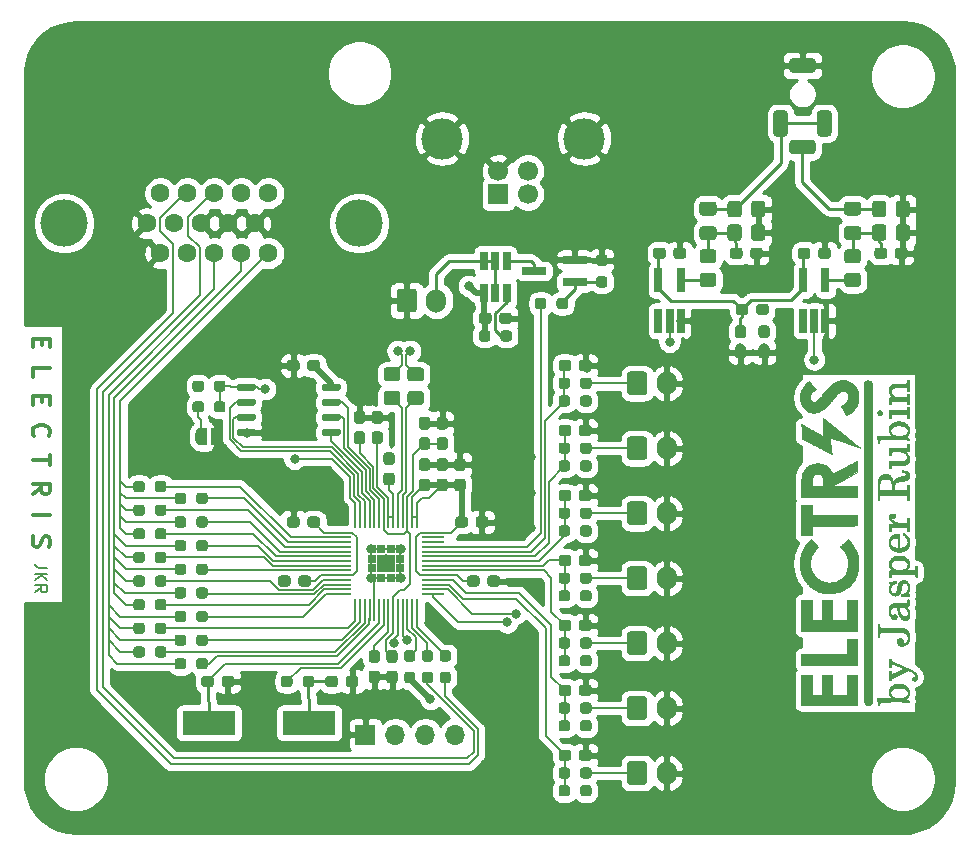
<source format=gbr>
%TF.GenerationSoftware,KiCad,Pcbnew,(5.1.9)-1*%
%TF.CreationDate,2021-08-09T23:15:38-02:30*%
%TF.ProjectId,Electris,456c6563-7472-4697-932e-6b696361645f,A*%
%TF.SameCoordinates,Original*%
%TF.FileFunction,Copper,L1,Top*%
%TF.FilePolarity,Positive*%
%FSLAX46Y46*%
G04 Gerber Fmt 4.6, Leading zero omitted, Abs format (unit mm)*
G04 Created by KiCad (PCBNEW (5.1.9)-1) date 2021-08-09 23:15:38*
%MOMM*%
%LPD*%
G01*
G04 APERTURE LIST*
%TA.AperFunction,NonConductor*%
%ADD10C,0.150000*%
%TD*%
%TA.AperFunction,NonConductor*%
%ADD11C,0.300000*%
%TD*%
%TA.AperFunction,EtchedComponent*%
%ADD12C,0.010000*%
%TD*%
%TA.AperFunction,ComponentPad*%
%ADD13R,1.700000X1.700000*%
%TD*%
%TA.AperFunction,ComponentPad*%
%ADD14C,1.700000*%
%TD*%
%TA.AperFunction,ComponentPad*%
%ADD15C,3.500000*%
%TD*%
%TA.AperFunction,SMDPad,CuDef*%
%ADD16C,0.100000*%
%TD*%
%TA.AperFunction,ComponentPad*%
%ADD17O,1.700000X1.700000*%
%TD*%
%TA.AperFunction,WasherPad*%
%ADD18C,4.000000*%
%TD*%
%TA.AperFunction,ComponentPad*%
%ADD19C,1.600000*%
%TD*%
%TA.AperFunction,ComponentPad*%
%ADD20O,1.700000X2.000000*%
%TD*%
%TA.AperFunction,SMDPad,CuDef*%
%ADD21R,0.650000X2.000000*%
%TD*%
%TA.AperFunction,SMDPad,CuDef*%
%ADD22R,4.500000X2.000000*%
%TD*%
%TA.AperFunction,SMDPad,CuDef*%
%ADD23R,1.875000X0.200000*%
%TD*%
%TA.AperFunction,SMDPad,CuDef*%
%ADD24R,0.200000X1.875000*%
%TD*%
%TA.AperFunction,SMDPad,CuDef*%
%ADD25R,0.800000X0.800000*%
%TD*%
%TA.AperFunction,ComponentPad*%
%ADD26C,1.524000*%
%TD*%
%TA.AperFunction,SMDPad,CuDef*%
%ADD27R,2.000000X0.650000*%
%TD*%
%TA.AperFunction,SMDPad,CuDef*%
%ADD28R,0.650000X1.560000*%
%TD*%
%TA.AperFunction,ViaPad*%
%ADD29C,0.800000*%
%TD*%
%TA.AperFunction,Conductor*%
%ADD30C,0.127000*%
%TD*%
%TA.AperFunction,Conductor*%
%ADD31C,0.500000*%
%TD*%
%TA.AperFunction,Conductor*%
%ADD32C,0.250000*%
%TD*%
%TA.AperFunction,Conductor*%
%ADD33C,0.254000*%
%TD*%
%TA.AperFunction,Conductor*%
%ADD34C,0.100000*%
%TD*%
G04 APERTURE END LIST*
D10*
X157547619Y-76142857D02*
X156833333Y-76142857D01*
X156690476Y-76095238D01*
X156595238Y-76000000D01*
X156547619Y-75857142D01*
X156547619Y-75761904D01*
X156547619Y-76619047D02*
X157547619Y-76619047D01*
X156547619Y-77190476D02*
X157119047Y-76761904D01*
X157547619Y-77190476D02*
X156976190Y-76619047D01*
X156547619Y-78190476D02*
X157023809Y-77857142D01*
X156547619Y-77619047D02*
X157547619Y-77619047D01*
X157547619Y-78000000D01*
X157500000Y-78095238D01*
X157452380Y-78142857D01*
X157357142Y-78190476D01*
X157214285Y-78190476D01*
X157119047Y-78142857D01*
X157071428Y-78095238D01*
X157023809Y-78000000D01*
X157023809Y-77619047D01*
D11*
X157107142Y-56750000D02*
X157107142Y-57250000D01*
X156321428Y-57464285D02*
X156321428Y-56750000D01*
X157821428Y-56750000D01*
X157821428Y-57464285D01*
X156321428Y-59964285D02*
X156321428Y-59250000D01*
X157821428Y-59250000D01*
X157107142Y-61607142D02*
X157107142Y-62107142D01*
X156321428Y-62321428D02*
X156321428Y-61607142D01*
X157821428Y-61607142D01*
X157821428Y-62321428D01*
X156464285Y-64964285D02*
X156392857Y-64892857D01*
X156321428Y-64678571D01*
X156321428Y-64535714D01*
X156392857Y-64321428D01*
X156535714Y-64178571D01*
X156678571Y-64107142D01*
X156964285Y-64035714D01*
X157178571Y-64035714D01*
X157464285Y-64107142D01*
X157607142Y-64178571D01*
X157750000Y-64321428D01*
X157821428Y-64535714D01*
X157821428Y-64678571D01*
X157750000Y-64892857D01*
X157678571Y-64964285D01*
X157821428Y-66535714D02*
X157821428Y-67392857D01*
X156321428Y-66964285D02*
X157821428Y-66964285D01*
X156321428Y-69892857D02*
X157035714Y-69392857D01*
X156321428Y-69035714D02*
X157821428Y-69035714D01*
X157821428Y-69607142D01*
X157750000Y-69750000D01*
X157678571Y-69821428D01*
X157535714Y-69892857D01*
X157321428Y-69892857D01*
X157178571Y-69821428D01*
X157107142Y-69750000D01*
X157035714Y-69607142D01*
X157035714Y-69035714D01*
X156321428Y-71678571D02*
X157821428Y-71678571D01*
X156392857Y-73464285D02*
X156321428Y-73678571D01*
X156321428Y-74035714D01*
X156392857Y-74178571D01*
X156464285Y-74250000D01*
X156607142Y-74321428D01*
X156750000Y-74321428D01*
X156892857Y-74250000D01*
X156964285Y-74178571D01*
X157035714Y-74035714D01*
X157107142Y-73750000D01*
X157178571Y-73607142D01*
X157250000Y-73535714D01*
X157392857Y-73464285D01*
X157535714Y-73464285D01*
X157678571Y-73535714D01*
X157750000Y-73607142D01*
X157821428Y-73750000D01*
X157821428Y-74107142D01*
X157750000Y-74321428D01*
D12*
%TO.C,G\u002A\u002A\u002A*%
G36*
X228835983Y-84174288D02*
G01*
X228837625Y-83826625D01*
X228958473Y-83823027D01*
X228966284Y-83864202D01*
X228982982Y-83926993D01*
X229007711Y-83980439D01*
X229040979Y-84025429D01*
X229077975Y-84058921D01*
X229087738Y-84064767D01*
X229106522Y-84074312D01*
X229134575Y-84087666D01*
X229172141Y-84104937D01*
X229219468Y-84126233D01*
X229276801Y-84151664D01*
X229344387Y-84181339D01*
X229422472Y-84215364D01*
X229511302Y-84253851D01*
X229611124Y-84296906D01*
X229722183Y-84344639D01*
X229839823Y-84395059D01*
X229960841Y-84446892D01*
X230070807Y-84494054D01*
X230170360Y-84536834D01*
X230260139Y-84575522D01*
X230340784Y-84610405D01*
X230412935Y-84641772D01*
X230477230Y-84669912D01*
X230534309Y-84695114D01*
X230584811Y-84717666D01*
X230629377Y-84737858D01*
X230668644Y-84755977D01*
X230703253Y-84772312D01*
X230733843Y-84787153D01*
X230761054Y-84800787D01*
X230785524Y-84813504D01*
X230807893Y-84825592D01*
X230828801Y-84837340D01*
X230848887Y-84849036D01*
X230860100Y-84855722D01*
X230945554Y-84911700D01*
X231018887Y-84969843D01*
X231080571Y-85030686D01*
X231131077Y-85094761D01*
X231170880Y-85162602D01*
X231200452Y-85234742D01*
X231203010Y-85242675D01*
X231210959Y-85276354D01*
X231216586Y-85317150D01*
X231219702Y-85361025D01*
X231220117Y-85403936D01*
X231217643Y-85441844D01*
X231213446Y-85465891D01*
X231193495Y-85521635D01*
X231164269Y-85570971D01*
X231126985Y-85612318D01*
X231082864Y-85644094D01*
X231071559Y-85650038D01*
X231052865Y-85658572D01*
X231036328Y-85663921D01*
X231017931Y-85666809D01*
X230993652Y-85667963D01*
X230971225Y-85668125D01*
X230930825Y-85666580D01*
X230899412Y-85661134D01*
X230873558Y-85650576D01*
X230849837Y-85633695D01*
X230835188Y-85620012D01*
X230810974Y-85591294D01*
X230795923Y-85561186D01*
X230788558Y-85525891D01*
X230787184Y-85496675D01*
X230787717Y-85469113D01*
X230790138Y-85449560D01*
X230795467Y-85433359D01*
X230804725Y-85415849D01*
X230804962Y-85415445D01*
X230820685Y-85393681D01*
X230840022Y-85373412D01*
X230848803Y-85366214D01*
X230874080Y-85350400D01*
X230899141Y-85340986D01*
X230927435Y-85337351D01*
X230962413Y-85338871D01*
X230985155Y-85341598D01*
X231012967Y-85345221D01*
X231031188Y-85346751D01*
X231042779Y-85346019D01*
X231050704Y-85342855D01*
X231057526Y-85337449D01*
X231064741Y-85329401D01*
X231068396Y-85319443D01*
X231069185Y-85303893D01*
X231068007Y-85281914D01*
X231064627Y-85254562D01*
X231057711Y-85229022D01*
X231045715Y-85200189D01*
X231039185Y-85186664D01*
X231023627Y-85158041D01*
X231005835Y-85131250D01*
X230984868Y-85105604D01*
X230959784Y-85080417D01*
X230929640Y-85055005D01*
X230893494Y-85028680D01*
X230850405Y-85000757D01*
X230799429Y-84970551D01*
X230739626Y-84937375D01*
X230670052Y-84900544D01*
X230589766Y-84859372D01*
X230589189Y-84859079D01*
X230473854Y-84800623D01*
X229776567Y-85124993D01*
X229662446Y-85178135D01*
X229559483Y-85226201D01*
X229467280Y-85269382D01*
X229385439Y-85307869D01*
X229313561Y-85341852D01*
X229251248Y-85371523D01*
X229198103Y-85397074D01*
X229153727Y-85418694D01*
X229117722Y-85436576D01*
X229089690Y-85450911D01*
X229069232Y-85461889D01*
X229055951Y-85469702D01*
X229050527Y-85473544D01*
X229015016Y-85511619D01*
X228988120Y-85558523D01*
X228970402Y-85613261D01*
X228969939Y-85615381D01*
X228959287Y-85664950D01*
X228834450Y-85664950D01*
X228834450Y-84864850D01*
X228959978Y-84864850D01*
X228962643Y-84948988D01*
X228965382Y-84997541D01*
X228970517Y-85035268D01*
X228978612Y-85063911D01*
X228990230Y-85085210D01*
X229005934Y-85100906D01*
X229013405Y-85105957D01*
X229021326Y-85110795D01*
X229028746Y-85114855D01*
X229036408Y-85117859D01*
X229045056Y-85119525D01*
X229055433Y-85119575D01*
X229068280Y-85117728D01*
X229084341Y-85113705D01*
X229104359Y-85107225D01*
X229129077Y-85098009D01*
X229159238Y-85085777D01*
X229195584Y-85070248D01*
X229238858Y-85051143D01*
X229289804Y-85028183D01*
X229349164Y-85001086D01*
X229417681Y-84969573D01*
X229496098Y-84933365D01*
X229585157Y-84892181D01*
X229604496Y-84883237D01*
X229680064Y-84848284D01*
X229752272Y-84814876D01*
X229820295Y-84783394D01*
X229883311Y-84754220D01*
X229940496Y-84727734D01*
X229991027Y-84704319D01*
X230034082Y-84684355D01*
X230068836Y-84668225D01*
X230094468Y-84656309D01*
X230110152Y-84648990D01*
X230115090Y-84646643D01*
X230109811Y-84643957D01*
X230093869Y-84636941D01*
X230068366Y-84626048D01*
X230034404Y-84611730D01*
X229993085Y-84594441D01*
X229945510Y-84574632D01*
X229892782Y-84552758D01*
X229836003Y-84529270D01*
X229776273Y-84504622D01*
X229714696Y-84479267D01*
X229652373Y-84453657D01*
X229590406Y-84428245D01*
X229529897Y-84403485D01*
X229471948Y-84379828D01*
X229417660Y-84357729D01*
X229368136Y-84337639D01*
X229324477Y-84320012D01*
X229287786Y-84305301D01*
X229259164Y-84293958D01*
X229239713Y-84286436D01*
X229231325Y-84283420D01*
X229187231Y-84271997D01*
X229144445Y-84265368D01*
X229106306Y-84263871D01*
X229076359Y-84267786D01*
X229043343Y-84283000D01*
X229015337Y-84308525D01*
X228994617Y-84342273D01*
X228994176Y-84343287D01*
X228986483Y-84365710D01*
X228978502Y-84396313D01*
X228971145Y-84430634D01*
X228965320Y-84464209D01*
X228961940Y-84492578D01*
X228961450Y-84503732D01*
X228961450Y-84521950D01*
X228834341Y-84521950D01*
X228835983Y-84174288D01*
G37*
X228835983Y-84174288D02*
X228837625Y-83826625D01*
X228958473Y-83823027D01*
X228966284Y-83864202D01*
X228982982Y-83926993D01*
X229007711Y-83980439D01*
X229040979Y-84025429D01*
X229077975Y-84058921D01*
X229087738Y-84064767D01*
X229106522Y-84074312D01*
X229134575Y-84087666D01*
X229172141Y-84104937D01*
X229219468Y-84126233D01*
X229276801Y-84151664D01*
X229344387Y-84181339D01*
X229422472Y-84215364D01*
X229511302Y-84253851D01*
X229611124Y-84296906D01*
X229722183Y-84344639D01*
X229839823Y-84395059D01*
X229960841Y-84446892D01*
X230070807Y-84494054D01*
X230170360Y-84536834D01*
X230260139Y-84575522D01*
X230340784Y-84610405D01*
X230412935Y-84641772D01*
X230477230Y-84669912D01*
X230534309Y-84695114D01*
X230584811Y-84717666D01*
X230629377Y-84737858D01*
X230668644Y-84755977D01*
X230703253Y-84772312D01*
X230733843Y-84787153D01*
X230761054Y-84800787D01*
X230785524Y-84813504D01*
X230807893Y-84825592D01*
X230828801Y-84837340D01*
X230848887Y-84849036D01*
X230860100Y-84855722D01*
X230945554Y-84911700D01*
X231018887Y-84969843D01*
X231080571Y-85030686D01*
X231131077Y-85094761D01*
X231170880Y-85162602D01*
X231200452Y-85234742D01*
X231203010Y-85242675D01*
X231210959Y-85276354D01*
X231216586Y-85317150D01*
X231219702Y-85361025D01*
X231220117Y-85403936D01*
X231217643Y-85441844D01*
X231213446Y-85465891D01*
X231193495Y-85521635D01*
X231164269Y-85570971D01*
X231126985Y-85612318D01*
X231082864Y-85644094D01*
X231071559Y-85650038D01*
X231052865Y-85658572D01*
X231036328Y-85663921D01*
X231017931Y-85666809D01*
X230993652Y-85667963D01*
X230971225Y-85668125D01*
X230930825Y-85666580D01*
X230899412Y-85661134D01*
X230873558Y-85650576D01*
X230849837Y-85633695D01*
X230835188Y-85620012D01*
X230810974Y-85591294D01*
X230795923Y-85561186D01*
X230788558Y-85525891D01*
X230787184Y-85496675D01*
X230787717Y-85469113D01*
X230790138Y-85449560D01*
X230795467Y-85433359D01*
X230804725Y-85415849D01*
X230804962Y-85415445D01*
X230820685Y-85393681D01*
X230840022Y-85373412D01*
X230848803Y-85366214D01*
X230874080Y-85350400D01*
X230899141Y-85340986D01*
X230927435Y-85337351D01*
X230962413Y-85338871D01*
X230985155Y-85341598D01*
X231012967Y-85345221D01*
X231031188Y-85346751D01*
X231042779Y-85346019D01*
X231050704Y-85342855D01*
X231057526Y-85337449D01*
X231064741Y-85329401D01*
X231068396Y-85319443D01*
X231069185Y-85303893D01*
X231068007Y-85281914D01*
X231064627Y-85254562D01*
X231057711Y-85229022D01*
X231045715Y-85200189D01*
X231039185Y-85186664D01*
X231023627Y-85158041D01*
X231005835Y-85131250D01*
X230984868Y-85105604D01*
X230959784Y-85080417D01*
X230929640Y-85055005D01*
X230893494Y-85028680D01*
X230850405Y-85000757D01*
X230799429Y-84970551D01*
X230739626Y-84937375D01*
X230670052Y-84900544D01*
X230589766Y-84859372D01*
X230589189Y-84859079D01*
X230473854Y-84800623D01*
X229776567Y-85124993D01*
X229662446Y-85178135D01*
X229559483Y-85226201D01*
X229467280Y-85269382D01*
X229385439Y-85307869D01*
X229313561Y-85341852D01*
X229251248Y-85371523D01*
X229198103Y-85397074D01*
X229153727Y-85418694D01*
X229117722Y-85436576D01*
X229089690Y-85450911D01*
X229069232Y-85461889D01*
X229055951Y-85469702D01*
X229050527Y-85473544D01*
X229015016Y-85511619D01*
X228988120Y-85558523D01*
X228970402Y-85613261D01*
X228969939Y-85615381D01*
X228959287Y-85664950D01*
X228834450Y-85664950D01*
X228834450Y-84864850D01*
X228959978Y-84864850D01*
X228962643Y-84948988D01*
X228965382Y-84997541D01*
X228970517Y-85035268D01*
X228978612Y-85063911D01*
X228990230Y-85085210D01*
X229005934Y-85100906D01*
X229013405Y-85105957D01*
X229021326Y-85110795D01*
X229028746Y-85114855D01*
X229036408Y-85117859D01*
X229045056Y-85119525D01*
X229055433Y-85119575D01*
X229068280Y-85117728D01*
X229084341Y-85113705D01*
X229104359Y-85107225D01*
X229129077Y-85098009D01*
X229159238Y-85085777D01*
X229195584Y-85070248D01*
X229238858Y-85051143D01*
X229289804Y-85028183D01*
X229349164Y-85001086D01*
X229417681Y-84969573D01*
X229496098Y-84933365D01*
X229585157Y-84892181D01*
X229604496Y-84883237D01*
X229680064Y-84848284D01*
X229752272Y-84814876D01*
X229820295Y-84783394D01*
X229883311Y-84754220D01*
X229940496Y-84727734D01*
X229991027Y-84704319D01*
X230034082Y-84684355D01*
X230068836Y-84668225D01*
X230094468Y-84656309D01*
X230110152Y-84648990D01*
X230115090Y-84646643D01*
X230109811Y-84643957D01*
X230093869Y-84636941D01*
X230068366Y-84626048D01*
X230034404Y-84611730D01*
X229993085Y-84594441D01*
X229945510Y-84574632D01*
X229892782Y-84552758D01*
X229836003Y-84529270D01*
X229776273Y-84504622D01*
X229714696Y-84479267D01*
X229652373Y-84453657D01*
X229590406Y-84428245D01*
X229529897Y-84403485D01*
X229471948Y-84379828D01*
X229417660Y-84357729D01*
X229368136Y-84337639D01*
X229324477Y-84320012D01*
X229287786Y-84305301D01*
X229259164Y-84293958D01*
X229239713Y-84286436D01*
X229231325Y-84283420D01*
X229187231Y-84271997D01*
X229144445Y-84265368D01*
X229106306Y-84263871D01*
X229076359Y-84267786D01*
X229043343Y-84283000D01*
X229015337Y-84308525D01*
X228994617Y-84342273D01*
X228994176Y-84343287D01*
X228986483Y-84365710D01*
X228978502Y-84396313D01*
X228971145Y-84430634D01*
X228965320Y-84464209D01*
X228961940Y-84492578D01*
X228961450Y-84503732D01*
X228961450Y-84521950D01*
X228834341Y-84521950D01*
X228835983Y-84174288D01*
G36*
X228809939Y-76365545D02*
G01*
X228817624Y-76363033D01*
X228835725Y-76359225D01*
X228862063Y-76354458D01*
X228894459Y-76349071D01*
X228930734Y-76343400D01*
X228968710Y-76337784D01*
X229006207Y-76332560D01*
X229041048Y-76328066D01*
X229071053Y-76324639D01*
X229078925Y-76323857D01*
X229108444Y-76320964D01*
X229132870Y-76318394D01*
X229149706Y-76316424D01*
X229156454Y-76315327D01*
X229156472Y-76315312D01*
X229152166Y-76311382D01*
X229139455Y-76301710D01*
X229120364Y-76287800D01*
X229099556Y-76273011D01*
X229069451Y-76250356D01*
X229035717Y-76222647D01*
X229003389Y-76194116D01*
X228986448Y-76178050D01*
X228937603Y-76125931D01*
X228898534Y-76074434D01*
X228867018Y-76020023D01*
X228840829Y-75959159D01*
X228830744Y-75930400D01*
X228824008Y-75909230D01*
X228819201Y-75890934D01*
X228815993Y-75872625D01*
X228814054Y-75851418D01*
X228813055Y-75824425D01*
X228812666Y-75788759D01*
X228812608Y-75771650D01*
X228813070Y-75721638D01*
X228815167Y-75681021D01*
X228819569Y-75646531D01*
X228826945Y-75614901D01*
X228837962Y-75582863D01*
X228853290Y-75547149D01*
X228862645Y-75527175D01*
X228906915Y-75447871D01*
X228960507Y-75376446D01*
X229023868Y-75312460D01*
X229097441Y-75255472D01*
X229181671Y-75205042D01*
X229194223Y-75198539D01*
X229268857Y-75163487D01*
X229340549Y-75136419D01*
X229413752Y-75115963D01*
X229492920Y-75100750D01*
X229528512Y-75095660D01*
X229644908Y-75086182D01*
X229760764Y-75088034D01*
X229874300Y-75101058D01*
X229983737Y-75125099D01*
X230032441Y-75139890D01*
X230094241Y-75162471D01*
X230149591Y-75187568D01*
X230202400Y-75217295D01*
X230256579Y-75253764D01*
X230291775Y-75280073D01*
X230364792Y-75343421D01*
X230426484Y-75412115D01*
X230476721Y-75485941D01*
X230515375Y-75564684D01*
X230542318Y-75648130D01*
X230555880Y-75722303D01*
X230560437Y-75807955D01*
X230552811Y-75890270D01*
X230533156Y-75968924D01*
X230501627Y-76043592D01*
X230458379Y-76113948D01*
X230403567Y-76179668D01*
X230337344Y-76240427D01*
X230293731Y-76273292D01*
X230248508Y-76305050D01*
X230604156Y-76305050D01*
X230691241Y-76304947D01*
X230766058Y-76304631D01*
X230829039Y-76304095D01*
X230880612Y-76303329D01*
X230921210Y-76302327D01*
X230951263Y-76301079D01*
X230971202Y-76299577D01*
X230981389Y-76297836D01*
X231012335Y-76281028D01*
X231038286Y-76253787D01*
X231052742Y-76228850D01*
X231058203Y-76215057D01*
X231062151Y-76199371D01*
X231064919Y-76179220D01*
X231066838Y-76152026D01*
X231068240Y-76115216D01*
X231068484Y-76106613D01*
X231071034Y-76012950D01*
X231196650Y-76012950D01*
X231196650Y-76908760D01*
X231134737Y-76906943D01*
X231072825Y-76905125D01*
X231069525Y-76809755D01*
X231068050Y-76772016D01*
X231066363Y-76744282D01*
X231064040Y-76723858D01*
X231060658Y-76708050D01*
X231055793Y-76694164D01*
X231049058Y-76679580D01*
X231030952Y-76650743D01*
X231009951Y-76629998D01*
X231008375Y-76628900D01*
X230984858Y-76613025D01*
X230076341Y-76611244D01*
X229934030Y-76611004D01*
X229804165Y-76610868D01*
X229696674Y-76610840D01*
X229696674Y-76308809D01*
X229789674Y-76306087D01*
X229800081Y-76305409D01*
X229895379Y-76296346D01*
X229979795Y-76282822D01*
X230054487Y-76264411D01*
X230120616Y-76240684D01*
X230179342Y-76211214D01*
X230231824Y-76175575D01*
X230279222Y-76133339D01*
X230285966Y-76126407D01*
X230318972Y-76089246D01*
X230343863Y-76054421D01*
X230363396Y-76017699D01*
X230374975Y-75989609D01*
X230392548Y-75925585D01*
X230399197Y-75857328D01*
X230394810Y-75787274D01*
X230386434Y-75743743D01*
X230370681Y-75696709D01*
X230346645Y-75653540D01*
X230312541Y-75611212D01*
X230301264Y-75599423D01*
X230257068Y-75562245D01*
X230201763Y-75528559D01*
X230136582Y-75498861D01*
X230062757Y-75473649D01*
X229981522Y-75453422D01*
X229907600Y-75440524D01*
X229875544Y-75437212D01*
X229831866Y-75434685D01*
X229777623Y-75432980D01*
X229713868Y-75432138D01*
X229679000Y-75432052D01*
X229590505Y-75433199D01*
X229512775Y-75436697D01*
X229444040Y-75442849D01*
X229382532Y-75451958D01*
X229326482Y-75464325D01*
X229274121Y-75480252D01*
X229223680Y-75500043D01*
X229190187Y-75515560D01*
X229132428Y-75549896D01*
X229081479Y-75592341D01*
X229038738Y-75641252D01*
X229005601Y-75694985D01*
X228983463Y-75751896D01*
X228980844Y-75761976D01*
X228975577Y-75795596D01*
X228973484Y-75835896D01*
X228974483Y-75877859D01*
X228978491Y-75916468D01*
X228983790Y-75941503D01*
X229008789Y-76005515D01*
X229045124Y-76065006D01*
X229092024Y-76119298D01*
X229148720Y-76167714D01*
X229214444Y-76209575D01*
X229288426Y-76244203D01*
X229351975Y-76265933D01*
X229427975Y-76284181D01*
X229512785Y-76297588D01*
X229603364Y-76305886D01*
X229696674Y-76308809D01*
X229696674Y-76610840D01*
X229686496Y-76610837D01*
X229580768Y-76610913D01*
X229486729Y-76611097D01*
X229404127Y-76611390D01*
X229332709Y-76611794D01*
X229272223Y-76612310D01*
X229222416Y-76612939D01*
X229183035Y-76613684D01*
X229153828Y-76614544D01*
X229134542Y-76615522D01*
X229126134Y-76616382D01*
X229081633Y-76627675D01*
X229045142Y-76645961D01*
X229016042Y-76672107D01*
X228993714Y-76706982D01*
X228977540Y-76751452D01*
X228966901Y-76806386D01*
X228962862Y-76845439D01*
X228958275Y-76905125D01*
X228899430Y-76906953D01*
X228869410Y-76907362D01*
X228850277Y-76906233D01*
X228840288Y-76903385D01*
X228837899Y-76900603D01*
X228836840Y-76892237D01*
X228835299Y-76873030D01*
X228833360Y-76844587D01*
X228831108Y-76808519D01*
X228828627Y-76766432D01*
X228826000Y-76719936D01*
X228823312Y-76670637D01*
X228820647Y-76620145D01*
X228818089Y-76570067D01*
X228815721Y-76522012D01*
X228813628Y-76477587D01*
X228811894Y-76438402D01*
X228810603Y-76406063D01*
X228809839Y-76382179D01*
X228809686Y-76368358D01*
X228809939Y-76365545D01*
G37*
X228809939Y-76365545D02*
X228817624Y-76363033D01*
X228835725Y-76359225D01*
X228862063Y-76354458D01*
X228894459Y-76349071D01*
X228930734Y-76343400D01*
X228968710Y-76337784D01*
X229006207Y-76332560D01*
X229041048Y-76328066D01*
X229071053Y-76324639D01*
X229078925Y-76323857D01*
X229108444Y-76320964D01*
X229132870Y-76318394D01*
X229149706Y-76316424D01*
X229156454Y-76315327D01*
X229156472Y-76315312D01*
X229152166Y-76311382D01*
X229139455Y-76301710D01*
X229120364Y-76287800D01*
X229099556Y-76273011D01*
X229069451Y-76250356D01*
X229035717Y-76222647D01*
X229003389Y-76194116D01*
X228986448Y-76178050D01*
X228937603Y-76125931D01*
X228898534Y-76074434D01*
X228867018Y-76020023D01*
X228840829Y-75959159D01*
X228830744Y-75930400D01*
X228824008Y-75909230D01*
X228819201Y-75890934D01*
X228815993Y-75872625D01*
X228814054Y-75851418D01*
X228813055Y-75824425D01*
X228812666Y-75788759D01*
X228812608Y-75771650D01*
X228813070Y-75721638D01*
X228815167Y-75681021D01*
X228819569Y-75646531D01*
X228826945Y-75614901D01*
X228837962Y-75582863D01*
X228853290Y-75547149D01*
X228862645Y-75527175D01*
X228906915Y-75447871D01*
X228960507Y-75376446D01*
X229023868Y-75312460D01*
X229097441Y-75255472D01*
X229181671Y-75205042D01*
X229194223Y-75198539D01*
X229268857Y-75163487D01*
X229340549Y-75136419D01*
X229413752Y-75115963D01*
X229492920Y-75100750D01*
X229528512Y-75095660D01*
X229644908Y-75086182D01*
X229760764Y-75088034D01*
X229874300Y-75101058D01*
X229983737Y-75125099D01*
X230032441Y-75139890D01*
X230094241Y-75162471D01*
X230149591Y-75187568D01*
X230202400Y-75217295D01*
X230256579Y-75253764D01*
X230291775Y-75280073D01*
X230364792Y-75343421D01*
X230426484Y-75412115D01*
X230476721Y-75485941D01*
X230515375Y-75564684D01*
X230542318Y-75648130D01*
X230555880Y-75722303D01*
X230560437Y-75807955D01*
X230552811Y-75890270D01*
X230533156Y-75968924D01*
X230501627Y-76043592D01*
X230458379Y-76113948D01*
X230403567Y-76179668D01*
X230337344Y-76240427D01*
X230293731Y-76273292D01*
X230248508Y-76305050D01*
X230604156Y-76305050D01*
X230691241Y-76304947D01*
X230766058Y-76304631D01*
X230829039Y-76304095D01*
X230880612Y-76303329D01*
X230921210Y-76302327D01*
X230951263Y-76301079D01*
X230971202Y-76299577D01*
X230981389Y-76297836D01*
X231012335Y-76281028D01*
X231038286Y-76253787D01*
X231052742Y-76228850D01*
X231058203Y-76215057D01*
X231062151Y-76199371D01*
X231064919Y-76179220D01*
X231066838Y-76152026D01*
X231068240Y-76115216D01*
X231068484Y-76106613D01*
X231071034Y-76012950D01*
X231196650Y-76012950D01*
X231196650Y-76908760D01*
X231134737Y-76906943D01*
X231072825Y-76905125D01*
X231069525Y-76809755D01*
X231068050Y-76772016D01*
X231066363Y-76744282D01*
X231064040Y-76723858D01*
X231060658Y-76708050D01*
X231055793Y-76694164D01*
X231049058Y-76679580D01*
X231030952Y-76650743D01*
X231009951Y-76629998D01*
X231008375Y-76628900D01*
X230984858Y-76613025D01*
X230076341Y-76611244D01*
X229934030Y-76611004D01*
X229804165Y-76610868D01*
X229696674Y-76610840D01*
X229696674Y-76308809D01*
X229789674Y-76306087D01*
X229800081Y-76305409D01*
X229895379Y-76296346D01*
X229979795Y-76282822D01*
X230054487Y-76264411D01*
X230120616Y-76240684D01*
X230179342Y-76211214D01*
X230231824Y-76175575D01*
X230279222Y-76133339D01*
X230285966Y-76126407D01*
X230318972Y-76089246D01*
X230343863Y-76054421D01*
X230363396Y-76017699D01*
X230374975Y-75989609D01*
X230392548Y-75925585D01*
X230399197Y-75857328D01*
X230394810Y-75787274D01*
X230386434Y-75743743D01*
X230370681Y-75696709D01*
X230346645Y-75653540D01*
X230312541Y-75611212D01*
X230301264Y-75599423D01*
X230257068Y-75562245D01*
X230201763Y-75528559D01*
X230136582Y-75498861D01*
X230062757Y-75473649D01*
X229981522Y-75453422D01*
X229907600Y-75440524D01*
X229875544Y-75437212D01*
X229831866Y-75434685D01*
X229777623Y-75432980D01*
X229713868Y-75432138D01*
X229679000Y-75432052D01*
X229590505Y-75433199D01*
X229512775Y-75436697D01*
X229444040Y-75442849D01*
X229382532Y-75451958D01*
X229326482Y-75464325D01*
X229274121Y-75480252D01*
X229223680Y-75500043D01*
X229190187Y-75515560D01*
X229132428Y-75549896D01*
X229081479Y-75592341D01*
X229038738Y-75641252D01*
X229005601Y-75694985D01*
X228983463Y-75751896D01*
X228980844Y-75761976D01*
X228975577Y-75795596D01*
X228973484Y-75835896D01*
X228974483Y-75877859D01*
X228978491Y-75916468D01*
X228983790Y-75941503D01*
X229008789Y-76005515D01*
X229045124Y-76065006D01*
X229092024Y-76119298D01*
X229148720Y-76167714D01*
X229214444Y-76209575D01*
X229288426Y-76244203D01*
X229351975Y-76265933D01*
X229427975Y-76284181D01*
X229512785Y-76297588D01*
X229603364Y-76305886D01*
X229696674Y-76308809D01*
X229696674Y-76610840D01*
X229686496Y-76610837D01*
X229580768Y-76610913D01*
X229486729Y-76611097D01*
X229404127Y-76611390D01*
X229332709Y-76611794D01*
X229272223Y-76612310D01*
X229222416Y-76612939D01*
X229183035Y-76613684D01*
X229153828Y-76614544D01*
X229134542Y-76615522D01*
X229126134Y-76616382D01*
X229081633Y-76627675D01*
X229045142Y-76645961D01*
X229016042Y-76672107D01*
X228993714Y-76706982D01*
X228977540Y-76751452D01*
X228966901Y-76806386D01*
X228962862Y-76845439D01*
X228958275Y-76905125D01*
X228899430Y-76906953D01*
X228869410Y-76907362D01*
X228850277Y-76906233D01*
X228840288Y-76903385D01*
X228837899Y-76900603D01*
X228836840Y-76892237D01*
X228835299Y-76873030D01*
X228833360Y-76844587D01*
X228831108Y-76808519D01*
X228828627Y-76766432D01*
X228826000Y-76719936D01*
X228823312Y-76670637D01*
X228820647Y-76620145D01*
X228818089Y-76570067D01*
X228815721Y-76522012D01*
X228813628Y-76477587D01*
X228811894Y-76438402D01*
X228810603Y-76406063D01*
X228809839Y-76382179D01*
X228809686Y-76368358D01*
X228809939Y-76365545D01*
G36*
X228002600Y-80851650D02*
G01*
X228002796Y-80935788D01*
X228003912Y-80997631D01*
X228007213Y-81048235D01*
X228013100Y-81088934D01*
X228021974Y-81121062D01*
X228034236Y-81145955D01*
X228050290Y-81164946D01*
X228070535Y-81179370D01*
X228077122Y-81182828D01*
X228107375Y-81197725D01*
X229044000Y-81201215D01*
X229179350Y-81201744D01*
X229302478Y-81202280D01*
X229413863Y-81202828D01*
X229513984Y-81203393D01*
X229603319Y-81203982D01*
X229682345Y-81204601D01*
X229751542Y-81205254D01*
X229811389Y-81205947D01*
X229862362Y-81206686D01*
X229904942Y-81207477D01*
X229939606Y-81208324D01*
X229966833Y-81209235D01*
X229987101Y-81210214D01*
X230000888Y-81211266D01*
X230008674Y-81212399D01*
X230009200Y-81212532D01*
X230090022Y-81237864D01*
X230160682Y-81267206D01*
X230223410Y-81301785D01*
X230280433Y-81342829D01*
X230333588Y-81391169D01*
X230394475Y-81461382D01*
X230446612Y-81540288D01*
X230489539Y-81626961D01*
X230522799Y-81720473D01*
X230545931Y-81819898D01*
X230545953Y-81820025D01*
X230550974Y-81856890D01*
X230554873Y-81901811D01*
X230557533Y-81951106D01*
X230558838Y-82001089D01*
X230558671Y-82048078D01*
X230556917Y-82088388D01*
X230555051Y-82107847D01*
X230537625Y-82204897D01*
X230510602Y-82293971D01*
X230473623Y-82375813D01*
X230426328Y-82451164D01*
X230368357Y-82520769D01*
X230341714Y-82547536D01*
X230281293Y-82599492D01*
X230219263Y-82640574D01*
X230152702Y-82672539D01*
X230106764Y-82688902D01*
X230030204Y-82707577D01*
X229951495Y-82716588D01*
X229872938Y-82716063D01*
X229796837Y-82706131D01*
X229725494Y-82686917D01*
X229673237Y-82664872D01*
X229628760Y-82637708D01*
X229586322Y-82603001D01*
X229548954Y-82563716D01*
X229519689Y-82522818D01*
X229510414Y-82505604D01*
X229488189Y-82445792D01*
X229478328Y-82385134D01*
X229480845Y-82324653D01*
X229495755Y-82265370D01*
X229506692Y-82238966D01*
X229536444Y-82189214D01*
X229574372Y-82148999D01*
X229619841Y-82118712D01*
X229672217Y-82098744D01*
X229730864Y-82089485D01*
X229750590Y-82088849D01*
X229806231Y-82092836D01*
X229854525Y-82105864D01*
X229897871Y-82128828D01*
X229932603Y-82156820D01*
X229963441Y-82191616D01*
X229983836Y-82229282D01*
X229994070Y-82271184D01*
X229994427Y-82318688D01*
X229985188Y-82373159D01*
X229980861Y-82390066D01*
X229973337Y-82420737D01*
X229968799Y-82445838D01*
X229967699Y-82462646D01*
X229968263Y-82466252D01*
X229981738Y-82489982D01*
X230004890Y-82507157D01*
X230036207Y-82517225D01*
X230074173Y-82519632D01*
X230105207Y-82516237D01*
X230160935Y-82500173D01*
X230213773Y-82472714D01*
X230262694Y-82435028D01*
X230306676Y-82388281D01*
X230344694Y-82333641D01*
X230375725Y-82272275D01*
X230398743Y-82205351D01*
X230406359Y-82173020D01*
X230413231Y-82123889D01*
X230415736Y-82069297D01*
X230414053Y-82013247D01*
X230408364Y-81959737D01*
X230398848Y-81912769D01*
X230393867Y-81896286D01*
X230364886Y-81828699D01*
X230326680Y-81769200D01*
X230279000Y-81717590D01*
X230221601Y-81673669D01*
X230154235Y-81637236D01*
X230076654Y-81608093D01*
X230018725Y-81592519D01*
X230010672Y-81590695D01*
X230002575Y-81589045D01*
X229993783Y-81587558D01*
X229983647Y-81586224D01*
X229971519Y-81585032D01*
X229956748Y-81583973D01*
X229938686Y-81583037D01*
X229916683Y-81582212D01*
X229890090Y-81581490D01*
X229858258Y-81580859D01*
X229820537Y-81580309D01*
X229776280Y-81579831D01*
X229724835Y-81579414D01*
X229665555Y-81579047D01*
X229597789Y-81578721D01*
X229520889Y-81578425D01*
X229434205Y-81578150D01*
X229337089Y-81577884D01*
X229228890Y-81577618D01*
X229108961Y-81577342D01*
X229045436Y-81577199D01*
X228907930Y-81576921D01*
X228782742Y-81576735D01*
X228669490Y-81576644D01*
X228567792Y-81576648D01*
X228477266Y-81576750D01*
X228397531Y-81576952D01*
X228328205Y-81577257D01*
X228268906Y-81577666D01*
X228219253Y-81578181D01*
X228178862Y-81578804D01*
X228147354Y-81579538D01*
X228124345Y-81580385D01*
X228109454Y-81581346D01*
X228102692Y-81582307D01*
X228072122Y-81596736D01*
X228045527Y-81621231D01*
X228025315Y-81653257D01*
X228018457Y-81670975D01*
X228014752Y-81685451D01*
X228011770Y-81703749D01*
X228009386Y-81727563D01*
X228007475Y-81758587D01*
X228005911Y-81798517D01*
X228004568Y-81849046D01*
X228004266Y-81862888D01*
X228000948Y-82020050D01*
X227869250Y-82020050D01*
X227869250Y-80851650D01*
X228002600Y-80851650D01*
G37*
X228002600Y-80851650D02*
X228002796Y-80935788D01*
X228003912Y-80997631D01*
X228007213Y-81048235D01*
X228013100Y-81088934D01*
X228021974Y-81121062D01*
X228034236Y-81145955D01*
X228050290Y-81164946D01*
X228070535Y-81179370D01*
X228077122Y-81182828D01*
X228107375Y-81197725D01*
X229044000Y-81201215D01*
X229179350Y-81201744D01*
X229302478Y-81202280D01*
X229413863Y-81202828D01*
X229513984Y-81203393D01*
X229603319Y-81203982D01*
X229682345Y-81204601D01*
X229751542Y-81205254D01*
X229811389Y-81205947D01*
X229862362Y-81206686D01*
X229904942Y-81207477D01*
X229939606Y-81208324D01*
X229966833Y-81209235D01*
X229987101Y-81210214D01*
X230000888Y-81211266D01*
X230008674Y-81212399D01*
X230009200Y-81212532D01*
X230090022Y-81237864D01*
X230160682Y-81267206D01*
X230223410Y-81301785D01*
X230280433Y-81342829D01*
X230333588Y-81391169D01*
X230394475Y-81461382D01*
X230446612Y-81540288D01*
X230489539Y-81626961D01*
X230522799Y-81720473D01*
X230545931Y-81819898D01*
X230545953Y-81820025D01*
X230550974Y-81856890D01*
X230554873Y-81901811D01*
X230557533Y-81951106D01*
X230558838Y-82001089D01*
X230558671Y-82048078D01*
X230556917Y-82088388D01*
X230555051Y-82107847D01*
X230537625Y-82204897D01*
X230510602Y-82293971D01*
X230473623Y-82375813D01*
X230426328Y-82451164D01*
X230368357Y-82520769D01*
X230341714Y-82547536D01*
X230281293Y-82599492D01*
X230219263Y-82640574D01*
X230152702Y-82672539D01*
X230106764Y-82688902D01*
X230030204Y-82707577D01*
X229951495Y-82716588D01*
X229872938Y-82716063D01*
X229796837Y-82706131D01*
X229725494Y-82686917D01*
X229673237Y-82664872D01*
X229628760Y-82637708D01*
X229586322Y-82603001D01*
X229548954Y-82563716D01*
X229519689Y-82522818D01*
X229510414Y-82505604D01*
X229488189Y-82445792D01*
X229478328Y-82385134D01*
X229480845Y-82324653D01*
X229495755Y-82265370D01*
X229506692Y-82238966D01*
X229536444Y-82189214D01*
X229574372Y-82148999D01*
X229619841Y-82118712D01*
X229672217Y-82098744D01*
X229730864Y-82089485D01*
X229750590Y-82088849D01*
X229806231Y-82092836D01*
X229854525Y-82105864D01*
X229897871Y-82128828D01*
X229932603Y-82156820D01*
X229963441Y-82191616D01*
X229983836Y-82229282D01*
X229994070Y-82271184D01*
X229994427Y-82318688D01*
X229985188Y-82373159D01*
X229980861Y-82390066D01*
X229973337Y-82420737D01*
X229968799Y-82445838D01*
X229967699Y-82462646D01*
X229968263Y-82466252D01*
X229981738Y-82489982D01*
X230004890Y-82507157D01*
X230036207Y-82517225D01*
X230074173Y-82519632D01*
X230105207Y-82516237D01*
X230160935Y-82500173D01*
X230213773Y-82472714D01*
X230262694Y-82435028D01*
X230306676Y-82388281D01*
X230344694Y-82333641D01*
X230375725Y-82272275D01*
X230398743Y-82205351D01*
X230406359Y-82173020D01*
X230413231Y-82123889D01*
X230415736Y-82069297D01*
X230414053Y-82013247D01*
X230408364Y-81959737D01*
X230398848Y-81912769D01*
X230393867Y-81896286D01*
X230364886Y-81828699D01*
X230326680Y-81769200D01*
X230279000Y-81717590D01*
X230221601Y-81673669D01*
X230154235Y-81637236D01*
X230076654Y-81608093D01*
X230018725Y-81592519D01*
X230010672Y-81590695D01*
X230002575Y-81589045D01*
X229993783Y-81587558D01*
X229983647Y-81586224D01*
X229971519Y-81585032D01*
X229956748Y-81583973D01*
X229938686Y-81583037D01*
X229916683Y-81582212D01*
X229890090Y-81581490D01*
X229858258Y-81580859D01*
X229820537Y-81580309D01*
X229776280Y-81579831D01*
X229724835Y-81579414D01*
X229665555Y-81579047D01*
X229597789Y-81578721D01*
X229520889Y-81578425D01*
X229434205Y-81578150D01*
X229337089Y-81577884D01*
X229228890Y-81577618D01*
X229108961Y-81577342D01*
X229045436Y-81577199D01*
X228907930Y-81576921D01*
X228782742Y-81576735D01*
X228669490Y-81576644D01*
X228567792Y-81576648D01*
X228477266Y-81576750D01*
X228397531Y-81576952D01*
X228328205Y-81577257D01*
X228268906Y-81577666D01*
X228219253Y-81578181D01*
X228178862Y-81578804D01*
X228147354Y-81579538D01*
X228124345Y-81580385D01*
X228109454Y-81581346D01*
X228102692Y-81582307D01*
X228072122Y-81596736D01*
X228045527Y-81621231D01*
X228025315Y-81653257D01*
X228018457Y-81670975D01*
X228014752Y-81685451D01*
X228011770Y-81703749D01*
X228009386Y-81727563D01*
X228007475Y-81758587D01*
X228005911Y-81798517D01*
X228004568Y-81849046D01*
X228004266Y-81862888D01*
X228000948Y-82020050D01*
X227869250Y-82020050D01*
X227869250Y-80851650D01*
X228002600Y-80851650D01*
G36*
X228791576Y-79675795D02*
G01*
X228796627Y-79607934D01*
X228805636Y-79547422D01*
X228819086Y-79491764D01*
X228837460Y-79438462D01*
X228861242Y-79385021D01*
X228861350Y-79384800D01*
X228877897Y-79352541D01*
X228893072Y-79327328D01*
X228909925Y-79304928D01*
X228931508Y-79281106D01*
X228948395Y-79263970D01*
X228997333Y-79220300D01*
X229047248Y-79186774D01*
X229101768Y-79161116D01*
X229126550Y-79152258D01*
X229133440Y-79150215D01*
X229141506Y-79148414D01*
X229151588Y-79146831D01*
X229164528Y-79145445D01*
X229181168Y-79144233D01*
X229202349Y-79143175D01*
X229228912Y-79142247D01*
X229261699Y-79141427D01*
X229301552Y-79140694D01*
X229349312Y-79140025D01*
X229405821Y-79139398D01*
X229471919Y-79138791D01*
X229548450Y-79138183D01*
X229636253Y-79137550D01*
X229704400Y-79137084D01*
X229807493Y-79136341D01*
X229898479Y-79135576D01*
X229977947Y-79134779D01*
X230046490Y-79133937D01*
X230104700Y-79133039D01*
X230153167Y-79132071D01*
X230192483Y-79131022D01*
X230223241Y-79129881D01*
X230246030Y-79128634D01*
X230261444Y-79127271D01*
X230270073Y-79125778D01*
X230270675Y-79125592D01*
X230298928Y-79112903D01*
X230327242Y-79094849D01*
X230351535Y-79074416D01*
X230367719Y-79054600D01*
X230376310Y-79034104D01*
X230379943Y-79008567D01*
X230380200Y-78992465D01*
X230378993Y-78970128D01*
X230375069Y-78950581D01*
X230367109Y-78929299D01*
X230353795Y-78901763D01*
X230353704Y-78901586D01*
X230327664Y-78850617D01*
X230376381Y-78819539D01*
X230425098Y-78788460D01*
X230446228Y-78808818D01*
X230470349Y-78836216D01*
X230495234Y-78871521D01*
X230518187Y-78910417D01*
X230536515Y-78948591D01*
X230541491Y-78961407D01*
X230549273Y-78985259D01*
X230554185Y-79007157D01*
X230556846Y-79031429D01*
X230557872Y-79062404D01*
X230557962Y-79076825D01*
X230554312Y-79139282D01*
X230542536Y-79193376D01*
X230521766Y-79241168D01*
X230491132Y-79284715D01*
X230454647Y-79321770D01*
X230435486Y-79336522D01*
X230408113Y-79354561D01*
X230375897Y-79373960D01*
X230342208Y-79392793D01*
X230310414Y-79409131D01*
X230283885Y-79421049D01*
X230275900Y-79424012D01*
X230274624Y-79428548D01*
X230280998Y-79439318D01*
X230295573Y-79457060D01*
X230318903Y-79482511D01*
X230323048Y-79486888D01*
X230378753Y-79547878D01*
X230424778Y-79603858D01*
X230462171Y-79656619D01*
X230491977Y-79707954D01*
X230515242Y-79759653D01*
X230533012Y-79813509D01*
X230545767Y-79868356D01*
X230550782Y-79902398D01*
X230554710Y-79944952D01*
X230557431Y-79992341D01*
X230558825Y-80040889D01*
X230558774Y-80086920D01*
X230557158Y-80126756D01*
X230554900Y-80149975D01*
X230539161Y-80232546D01*
X230515648Y-80307552D01*
X230497226Y-80349786D01*
X230469580Y-80396089D01*
X230434220Y-80440208D01*
X230394028Y-80479152D01*
X230351880Y-80509931D01*
X230333004Y-80520341D01*
X230269769Y-80544533D01*
X230203873Y-80556843D01*
X230136664Y-80557440D01*
X230105421Y-80552348D01*
X230105421Y-80217684D01*
X230147839Y-80217099D01*
X230188555Y-80213975D01*
X230223188Y-80208435D01*
X230235985Y-80205073D01*
X230290782Y-80182094D01*
X230336648Y-80150523D01*
X230373062Y-80110926D01*
X230399504Y-80063875D01*
X230415454Y-80009936D01*
X230415716Y-80008495D01*
X230418815Y-79973614D01*
X230417761Y-79931090D01*
X230412926Y-79885141D01*
X230404686Y-79839990D01*
X230398716Y-79816600D01*
X230373729Y-79749937D01*
X230337922Y-79687164D01*
X230290448Y-79626852D01*
X230279748Y-79615242D01*
X230218152Y-79558210D01*
X230151660Y-79512740D01*
X230079423Y-79478354D01*
X230000590Y-79454576D01*
X229988830Y-79452036D01*
X229967986Y-79448507D01*
X229942944Y-79445834D01*
X229911916Y-79443930D01*
X229873116Y-79442708D01*
X229824754Y-79442082D01*
X229781026Y-79441950D01*
X229622167Y-79441950D01*
X229625049Y-79459413D01*
X229641757Y-79555803D01*
X229658340Y-79641021D01*
X229675214Y-79716581D01*
X229692797Y-79783999D01*
X229711505Y-79844791D01*
X229731755Y-79900472D01*
X229753966Y-79952558D01*
X229769922Y-79985744D01*
X229806895Y-80050477D01*
X229847315Y-80103590D01*
X229892161Y-80145920D01*
X229942413Y-80178306D01*
X229999051Y-80201586D01*
X230033005Y-80210750D01*
X230065682Y-80215609D01*
X230105421Y-80217684D01*
X230105421Y-80552348D01*
X230069488Y-80546491D01*
X230003694Y-80524166D01*
X229940630Y-80490633D01*
X229907112Y-80467101D01*
X229854221Y-80419495D01*
X229803541Y-80360151D01*
X229755415Y-80289891D01*
X229710187Y-80209537D01*
X229668199Y-80119913D01*
X229629796Y-80021842D01*
X229595321Y-79916146D01*
X229565117Y-79803649D01*
X229539527Y-79685174D01*
X229518895Y-79561542D01*
X229513843Y-79524500D01*
X229510271Y-79497886D01*
X229506933Y-79474695D01*
X229504413Y-79458921D01*
X229503905Y-79456238D01*
X229500958Y-79441950D01*
X229349244Y-79441950D01*
X229299490Y-79442070D01*
X229260505Y-79442509D01*
X229230358Y-79443389D01*
X229207121Y-79444833D01*
X229188864Y-79446963D01*
X229173656Y-79449900D01*
X229159569Y-79453767D01*
X229158877Y-79453981D01*
X229104756Y-79477332D01*
X229055550Y-79511594D01*
X229012387Y-79555555D01*
X228976396Y-79608003D01*
X228948708Y-79667725D01*
X228942331Y-79686425D01*
X228931412Y-79734014D01*
X228925409Y-79789224D01*
X228924440Y-79847921D01*
X228928620Y-79905968D01*
X228935063Y-79945920D01*
X228948721Y-79998505D01*
X228966681Y-80047164D01*
X228987921Y-80090036D01*
X229011420Y-80125258D01*
X229036156Y-80150971D01*
X229053854Y-80162406D01*
X229068727Y-80167863D01*
X229083436Y-80168836D01*
X229100264Y-80164600D01*
X229121496Y-80154431D01*
X229149415Y-80137607D01*
X229166009Y-80126858D01*
X229201332Y-80104933D01*
X229230374Y-80090249D01*
X229256329Y-80081588D01*
X229282390Y-80077733D01*
X229296174Y-80077229D01*
X229342303Y-80082861D01*
X229384147Y-80099852D01*
X229420061Y-80127138D01*
X229448401Y-80163655D01*
X229457756Y-80181725D01*
X229469516Y-80220904D01*
X229473133Y-80265092D01*
X229468668Y-80309603D01*
X229456178Y-80349748D01*
X229455631Y-80350940D01*
X229429459Y-80393414D01*
X229394571Y-80428572D01*
X229357835Y-80451853D01*
X229323203Y-80463492D01*
X229281165Y-80469666D01*
X229235848Y-80470222D01*
X229191381Y-80465008D01*
X229166373Y-80458910D01*
X229111183Y-80435991D01*
X229056927Y-80401619D01*
X229004866Y-80357034D01*
X228956263Y-80303478D01*
X228912378Y-80242194D01*
X228874473Y-80174422D01*
X228871865Y-80169025D01*
X228843121Y-80101812D01*
X228821090Y-80033531D01*
X228805298Y-79961777D01*
X228795270Y-79884144D01*
X228790533Y-79798227D01*
X228790000Y-79753502D01*
X228791576Y-79675795D01*
G37*
X228791576Y-79675795D02*
X228796627Y-79607934D01*
X228805636Y-79547422D01*
X228819086Y-79491764D01*
X228837460Y-79438462D01*
X228861242Y-79385021D01*
X228861350Y-79384800D01*
X228877897Y-79352541D01*
X228893072Y-79327328D01*
X228909925Y-79304928D01*
X228931508Y-79281106D01*
X228948395Y-79263970D01*
X228997333Y-79220300D01*
X229047248Y-79186774D01*
X229101768Y-79161116D01*
X229126550Y-79152258D01*
X229133440Y-79150215D01*
X229141506Y-79148414D01*
X229151588Y-79146831D01*
X229164528Y-79145445D01*
X229181168Y-79144233D01*
X229202349Y-79143175D01*
X229228912Y-79142247D01*
X229261699Y-79141427D01*
X229301552Y-79140694D01*
X229349312Y-79140025D01*
X229405821Y-79139398D01*
X229471919Y-79138791D01*
X229548450Y-79138183D01*
X229636253Y-79137550D01*
X229704400Y-79137084D01*
X229807493Y-79136341D01*
X229898479Y-79135576D01*
X229977947Y-79134779D01*
X230046490Y-79133937D01*
X230104700Y-79133039D01*
X230153167Y-79132071D01*
X230192483Y-79131022D01*
X230223241Y-79129881D01*
X230246030Y-79128634D01*
X230261444Y-79127271D01*
X230270073Y-79125778D01*
X230270675Y-79125592D01*
X230298928Y-79112903D01*
X230327242Y-79094849D01*
X230351535Y-79074416D01*
X230367719Y-79054600D01*
X230376310Y-79034104D01*
X230379943Y-79008567D01*
X230380200Y-78992465D01*
X230378993Y-78970128D01*
X230375069Y-78950581D01*
X230367109Y-78929299D01*
X230353795Y-78901763D01*
X230353704Y-78901586D01*
X230327664Y-78850617D01*
X230376381Y-78819539D01*
X230425098Y-78788460D01*
X230446228Y-78808818D01*
X230470349Y-78836216D01*
X230495234Y-78871521D01*
X230518187Y-78910417D01*
X230536515Y-78948591D01*
X230541491Y-78961407D01*
X230549273Y-78985259D01*
X230554185Y-79007157D01*
X230556846Y-79031429D01*
X230557872Y-79062404D01*
X230557962Y-79076825D01*
X230554312Y-79139282D01*
X230542536Y-79193376D01*
X230521766Y-79241168D01*
X230491132Y-79284715D01*
X230454647Y-79321770D01*
X230435486Y-79336522D01*
X230408113Y-79354561D01*
X230375897Y-79373960D01*
X230342208Y-79392793D01*
X230310414Y-79409131D01*
X230283885Y-79421049D01*
X230275900Y-79424012D01*
X230274624Y-79428548D01*
X230280998Y-79439318D01*
X230295573Y-79457060D01*
X230318903Y-79482511D01*
X230323048Y-79486888D01*
X230378753Y-79547878D01*
X230424778Y-79603858D01*
X230462171Y-79656619D01*
X230491977Y-79707954D01*
X230515242Y-79759653D01*
X230533012Y-79813509D01*
X230545767Y-79868356D01*
X230550782Y-79902398D01*
X230554710Y-79944952D01*
X230557431Y-79992341D01*
X230558825Y-80040889D01*
X230558774Y-80086920D01*
X230557158Y-80126756D01*
X230554900Y-80149975D01*
X230539161Y-80232546D01*
X230515648Y-80307552D01*
X230497226Y-80349786D01*
X230469580Y-80396089D01*
X230434220Y-80440208D01*
X230394028Y-80479152D01*
X230351880Y-80509931D01*
X230333004Y-80520341D01*
X230269769Y-80544533D01*
X230203873Y-80556843D01*
X230136664Y-80557440D01*
X230105421Y-80552348D01*
X230105421Y-80217684D01*
X230147839Y-80217099D01*
X230188555Y-80213975D01*
X230223188Y-80208435D01*
X230235985Y-80205073D01*
X230290782Y-80182094D01*
X230336648Y-80150523D01*
X230373062Y-80110926D01*
X230399504Y-80063875D01*
X230415454Y-80009936D01*
X230415716Y-80008495D01*
X230418815Y-79973614D01*
X230417761Y-79931090D01*
X230412926Y-79885141D01*
X230404686Y-79839990D01*
X230398716Y-79816600D01*
X230373729Y-79749937D01*
X230337922Y-79687164D01*
X230290448Y-79626852D01*
X230279748Y-79615242D01*
X230218152Y-79558210D01*
X230151660Y-79512740D01*
X230079423Y-79478354D01*
X230000590Y-79454576D01*
X229988830Y-79452036D01*
X229967986Y-79448507D01*
X229942944Y-79445834D01*
X229911916Y-79443930D01*
X229873116Y-79442708D01*
X229824754Y-79442082D01*
X229781026Y-79441950D01*
X229622167Y-79441950D01*
X229625049Y-79459413D01*
X229641757Y-79555803D01*
X229658340Y-79641021D01*
X229675214Y-79716581D01*
X229692797Y-79783999D01*
X229711505Y-79844791D01*
X229731755Y-79900472D01*
X229753966Y-79952558D01*
X229769922Y-79985744D01*
X229806895Y-80050477D01*
X229847315Y-80103590D01*
X229892161Y-80145920D01*
X229942413Y-80178306D01*
X229999051Y-80201586D01*
X230033005Y-80210750D01*
X230065682Y-80215609D01*
X230105421Y-80217684D01*
X230105421Y-80552348D01*
X230069488Y-80546491D01*
X230003694Y-80524166D01*
X229940630Y-80490633D01*
X229907112Y-80467101D01*
X229854221Y-80419495D01*
X229803541Y-80360151D01*
X229755415Y-80289891D01*
X229710187Y-80209537D01*
X229668199Y-80119913D01*
X229629796Y-80021842D01*
X229595321Y-79916146D01*
X229565117Y-79803649D01*
X229539527Y-79685174D01*
X229518895Y-79561542D01*
X229513843Y-79524500D01*
X229510271Y-79497886D01*
X229506933Y-79474695D01*
X229504413Y-79458921D01*
X229503905Y-79456238D01*
X229500958Y-79441950D01*
X229349244Y-79441950D01*
X229299490Y-79442070D01*
X229260505Y-79442509D01*
X229230358Y-79443389D01*
X229207121Y-79444833D01*
X229188864Y-79446963D01*
X229173656Y-79449900D01*
X229159569Y-79453767D01*
X229158877Y-79453981D01*
X229104756Y-79477332D01*
X229055550Y-79511594D01*
X229012387Y-79555555D01*
X228976396Y-79608003D01*
X228948708Y-79667725D01*
X228942331Y-79686425D01*
X228931412Y-79734014D01*
X228925409Y-79789224D01*
X228924440Y-79847921D01*
X228928620Y-79905968D01*
X228935063Y-79945920D01*
X228948721Y-79998505D01*
X228966681Y-80047164D01*
X228987921Y-80090036D01*
X229011420Y-80125258D01*
X229036156Y-80150971D01*
X229053854Y-80162406D01*
X229068727Y-80167863D01*
X229083436Y-80168836D01*
X229100264Y-80164600D01*
X229121496Y-80154431D01*
X229149415Y-80137607D01*
X229166009Y-80126858D01*
X229201332Y-80104933D01*
X229230374Y-80090249D01*
X229256329Y-80081588D01*
X229282390Y-80077733D01*
X229296174Y-80077229D01*
X229342303Y-80082861D01*
X229384147Y-80099852D01*
X229420061Y-80127138D01*
X229448401Y-80163655D01*
X229457756Y-80181725D01*
X229469516Y-80220904D01*
X229473133Y-80265092D01*
X229468668Y-80309603D01*
X229456178Y-80349748D01*
X229455631Y-80350940D01*
X229429459Y-80393414D01*
X229394571Y-80428572D01*
X229357835Y-80451853D01*
X229323203Y-80463492D01*
X229281165Y-80469666D01*
X229235848Y-80470222D01*
X229191381Y-80465008D01*
X229166373Y-80458910D01*
X229111183Y-80435991D01*
X229056927Y-80401619D01*
X229004866Y-80357034D01*
X228956263Y-80303478D01*
X228912378Y-80242194D01*
X228874473Y-80174422D01*
X228871865Y-80169025D01*
X228843121Y-80101812D01*
X228821090Y-80033531D01*
X228805298Y-79961777D01*
X228795270Y-79884144D01*
X228790533Y-79798227D01*
X228790000Y-79753502D01*
X228791576Y-79675795D01*
G36*
X228811967Y-77822593D02*
G01*
X228828295Y-77740277D01*
X228854620Y-77659869D01*
X228890944Y-77582765D01*
X228922368Y-77531438D01*
X228941158Y-77503700D01*
X228877994Y-77443073D01*
X228814829Y-77382445D01*
X228818575Y-77311691D01*
X229078925Y-77291561D01*
X229136701Y-77287085D01*
X229191825Y-77282799D01*
X229242717Y-77278827D01*
X229287796Y-77275293D01*
X229325481Y-77272321D01*
X229354193Y-77270035D01*
X229372350Y-77268558D01*
X229375787Y-77268267D01*
X229412300Y-77265105D01*
X229412296Y-77326415D01*
X229412293Y-77387725D01*
X229359909Y-77405722D01*
X229323870Y-77419454D01*
X229283026Y-77437187D01*
X229241087Y-77457118D01*
X229201764Y-77477445D01*
X229168769Y-77496365D01*
X229155159Y-77505177D01*
X229092345Y-77555409D01*
X229040420Y-77612178D01*
X228999384Y-77675481D01*
X228969239Y-77745314D01*
X228949987Y-77821676D01*
X228941630Y-77904561D01*
X228941242Y-77927475D01*
X228943262Y-77986761D01*
X228949828Y-78037184D01*
X228961612Y-78081976D01*
X228979287Y-78124368D01*
X228984204Y-78134021D01*
X229017974Y-78186977D01*
X229057728Y-78228772D01*
X229103386Y-78259356D01*
X229154868Y-78278676D01*
X229212095Y-78286684D01*
X229223822Y-78286923D01*
X229252319Y-78286266D01*
X229273705Y-78283352D01*
X229293525Y-78276984D01*
X229314435Y-78267398D01*
X229351204Y-78244027D01*
X229385979Y-78212466D01*
X229414574Y-78176829D01*
X229425490Y-78158288D01*
X229438173Y-78131575D01*
X229449819Y-78102708D01*
X229460820Y-78070206D01*
X229471564Y-78032591D01*
X229482440Y-77988385D01*
X229493837Y-77936108D01*
X229506146Y-77874282D01*
X229519754Y-77801427D01*
X229520506Y-77797300D01*
X229529843Y-77747195D01*
X229539570Y-77697074D01*
X229549157Y-77649521D01*
X229558077Y-77607117D01*
X229565798Y-77572443D01*
X229571033Y-77550941D01*
X229597809Y-77467212D01*
X229631735Y-77393923D01*
X229672940Y-77330937D01*
X229721550Y-77278114D01*
X229777690Y-77235315D01*
X229841488Y-77202401D01*
X229908173Y-77180448D01*
X229932769Y-77174809D01*
X229955500Y-77171244D01*
X229980053Y-77169478D01*
X230010115Y-77169238D01*
X230046670Y-77170157D01*
X230114296Y-77175237D01*
X230173435Y-77186360D01*
X230226664Y-77204669D01*
X230276562Y-77231305D01*
X230325705Y-77267410D01*
X230376671Y-77314125D01*
X230380675Y-77318124D01*
X230435037Y-77378939D01*
X230478098Y-77441605D01*
X230511240Y-77508619D01*
X230535845Y-77582476D01*
X230542787Y-77610811D01*
X230550394Y-77654603D01*
X230555703Y-77705764D01*
X230558565Y-77760102D01*
X230558827Y-77813428D01*
X230556338Y-77861552D01*
X230552859Y-77890018D01*
X230534440Y-77971965D01*
X230506864Y-78052515D01*
X230471451Y-78128556D01*
X230429515Y-78196972D01*
X230414395Y-78217441D01*
X230396349Y-78240706D01*
X230472649Y-78308387D01*
X230548950Y-78376067D01*
X230548950Y-78420258D01*
X230547820Y-78447931D01*
X230544396Y-78463401D01*
X230541012Y-78467024D01*
X230533623Y-78467756D01*
X230515028Y-78469058D01*
X230486703Y-78470849D01*
X230450126Y-78473050D01*
X230406772Y-78475579D01*
X230358119Y-78478356D01*
X230305644Y-78481300D01*
X230250823Y-78484330D01*
X230195133Y-78487367D01*
X230140052Y-78490328D01*
X230087055Y-78493135D01*
X230037621Y-78495705D01*
X229993224Y-78497959D01*
X229955344Y-78499815D01*
X229925455Y-78501193D01*
X229905035Y-78502013D01*
X229896487Y-78502213D01*
X229889815Y-78501548D01*
X229885629Y-78498024D01*
X229883349Y-78489244D01*
X229882399Y-78472809D01*
X229882200Y-78446322D01*
X229882200Y-78383644D01*
X229944112Y-78359454D01*
X229992491Y-78339185D01*
X230044512Y-78315055D01*
X230096196Y-78289061D01*
X230143560Y-78263202D01*
X230180650Y-78240760D01*
X230213358Y-78216786D01*
X230248430Y-78186423D01*
X230283125Y-78152470D01*
X230314706Y-78117726D01*
X230340432Y-78084988D01*
X230354277Y-78063363D01*
X230383545Y-78002165D01*
X230404203Y-77938599D01*
X230416856Y-77870077D01*
X230422108Y-77794011D01*
X230422336Y-77771900D01*
X230418913Y-77694136D01*
X230408510Y-77626146D01*
X230390768Y-77566865D01*
X230365324Y-77515227D01*
X230331815Y-77470168D01*
X230313446Y-77451215D01*
X230269872Y-77416398D01*
X230223185Y-77392946D01*
X230170673Y-77379527D01*
X230165685Y-77378783D01*
X230110960Y-77376658D01*
X230059373Y-77385576D01*
X230012446Y-77404771D01*
X229971702Y-77433481D01*
X229938664Y-77470941D01*
X229921175Y-77501452D01*
X229909616Y-77530953D01*
X229896716Y-77572870D01*
X229882528Y-77626996D01*
X229867106Y-77693122D01*
X229850502Y-77771042D01*
X229843904Y-77803650D01*
X229825996Y-77891062D01*
X229809350Y-77967116D01*
X229793557Y-78033046D01*
X229778208Y-78090082D01*
X229762895Y-78139459D01*
X229747211Y-78182407D01*
X229730745Y-78220160D01*
X229713091Y-78253950D01*
X229693840Y-78285010D01*
X229676167Y-78309849D01*
X229632758Y-78357709D01*
X229579893Y-78399459D01*
X229519975Y-78433528D01*
X229455411Y-78458344D01*
X229444050Y-78461555D01*
X229405125Y-78468745D01*
X229358414Y-78472369D01*
X229308306Y-78472474D01*
X229259188Y-78469105D01*
X229215450Y-78462307D01*
X229201927Y-78459046D01*
X229137943Y-78436415D01*
X229074274Y-78404110D01*
X229014126Y-78364211D01*
X228960702Y-78318798D01*
X228923792Y-78278446D01*
X228880193Y-78213974D01*
X228846574Y-78143041D01*
X228822940Y-78067041D01*
X228809292Y-77987370D01*
X228805634Y-77905422D01*
X228811967Y-77822593D01*
G37*
X228811967Y-77822593D02*
X228828295Y-77740277D01*
X228854620Y-77659869D01*
X228890944Y-77582765D01*
X228922368Y-77531438D01*
X228941158Y-77503700D01*
X228877994Y-77443073D01*
X228814829Y-77382445D01*
X228818575Y-77311691D01*
X229078925Y-77291561D01*
X229136701Y-77287085D01*
X229191825Y-77282799D01*
X229242717Y-77278827D01*
X229287796Y-77275293D01*
X229325481Y-77272321D01*
X229354193Y-77270035D01*
X229372350Y-77268558D01*
X229375787Y-77268267D01*
X229412300Y-77265105D01*
X229412296Y-77326415D01*
X229412293Y-77387725D01*
X229359909Y-77405722D01*
X229323870Y-77419454D01*
X229283026Y-77437187D01*
X229241087Y-77457118D01*
X229201764Y-77477445D01*
X229168769Y-77496365D01*
X229155159Y-77505177D01*
X229092345Y-77555409D01*
X229040420Y-77612178D01*
X228999384Y-77675481D01*
X228969239Y-77745314D01*
X228949987Y-77821676D01*
X228941630Y-77904561D01*
X228941242Y-77927475D01*
X228943262Y-77986761D01*
X228949828Y-78037184D01*
X228961612Y-78081976D01*
X228979287Y-78124368D01*
X228984204Y-78134021D01*
X229017974Y-78186977D01*
X229057728Y-78228772D01*
X229103386Y-78259356D01*
X229154868Y-78278676D01*
X229212095Y-78286684D01*
X229223822Y-78286923D01*
X229252319Y-78286266D01*
X229273705Y-78283352D01*
X229293525Y-78276984D01*
X229314435Y-78267398D01*
X229351204Y-78244027D01*
X229385979Y-78212466D01*
X229414574Y-78176829D01*
X229425490Y-78158288D01*
X229438173Y-78131575D01*
X229449819Y-78102708D01*
X229460820Y-78070206D01*
X229471564Y-78032591D01*
X229482440Y-77988385D01*
X229493837Y-77936108D01*
X229506146Y-77874282D01*
X229519754Y-77801427D01*
X229520506Y-77797300D01*
X229529843Y-77747195D01*
X229539570Y-77697074D01*
X229549157Y-77649521D01*
X229558077Y-77607117D01*
X229565798Y-77572443D01*
X229571033Y-77550941D01*
X229597809Y-77467212D01*
X229631735Y-77393923D01*
X229672940Y-77330937D01*
X229721550Y-77278114D01*
X229777690Y-77235315D01*
X229841488Y-77202401D01*
X229908173Y-77180448D01*
X229932769Y-77174809D01*
X229955500Y-77171244D01*
X229980053Y-77169478D01*
X230010115Y-77169238D01*
X230046670Y-77170157D01*
X230114296Y-77175237D01*
X230173435Y-77186360D01*
X230226664Y-77204669D01*
X230276562Y-77231305D01*
X230325705Y-77267410D01*
X230376671Y-77314125D01*
X230380675Y-77318124D01*
X230435037Y-77378939D01*
X230478098Y-77441605D01*
X230511240Y-77508619D01*
X230535845Y-77582476D01*
X230542787Y-77610811D01*
X230550394Y-77654603D01*
X230555703Y-77705764D01*
X230558565Y-77760102D01*
X230558827Y-77813428D01*
X230556338Y-77861552D01*
X230552859Y-77890018D01*
X230534440Y-77971965D01*
X230506864Y-78052515D01*
X230471451Y-78128556D01*
X230429515Y-78196972D01*
X230414395Y-78217441D01*
X230396349Y-78240706D01*
X230472649Y-78308387D01*
X230548950Y-78376067D01*
X230548950Y-78420258D01*
X230547820Y-78447931D01*
X230544396Y-78463401D01*
X230541012Y-78467024D01*
X230533623Y-78467756D01*
X230515028Y-78469058D01*
X230486703Y-78470849D01*
X230450126Y-78473050D01*
X230406772Y-78475579D01*
X230358119Y-78478356D01*
X230305644Y-78481300D01*
X230250823Y-78484330D01*
X230195133Y-78487367D01*
X230140052Y-78490328D01*
X230087055Y-78493135D01*
X230037621Y-78495705D01*
X229993224Y-78497959D01*
X229955344Y-78499815D01*
X229925455Y-78501193D01*
X229905035Y-78502013D01*
X229896487Y-78502213D01*
X229889815Y-78501548D01*
X229885629Y-78498024D01*
X229883349Y-78489244D01*
X229882399Y-78472809D01*
X229882200Y-78446322D01*
X229882200Y-78383644D01*
X229944112Y-78359454D01*
X229992491Y-78339185D01*
X230044512Y-78315055D01*
X230096196Y-78289061D01*
X230143560Y-78263202D01*
X230180650Y-78240760D01*
X230213358Y-78216786D01*
X230248430Y-78186423D01*
X230283125Y-78152470D01*
X230314706Y-78117726D01*
X230340432Y-78084988D01*
X230354277Y-78063363D01*
X230383545Y-78002165D01*
X230404203Y-77938599D01*
X230416856Y-77870077D01*
X230422108Y-77794011D01*
X230422336Y-77771900D01*
X230418913Y-77694136D01*
X230408510Y-77626146D01*
X230390768Y-77566865D01*
X230365324Y-77515227D01*
X230331815Y-77470168D01*
X230313446Y-77451215D01*
X230269872Y-77416398D01*
X230223185Y-77392946D01*
X230170673Y-77379527D01*
X230165685Y-77378783D01*
X230110960Y-77376658D01*
X230059373Y-77385576D01*
X230012446Y-77404771D01*
X229971702Y-77433481D01*
X229938664Y-77470941D01*
X229921175Y-77501452D01*
X229909616Y-77530953D01*
X229896716Y-77572870D01*
X229882528Y-77626996D01*
X229867106Y-77693122D01*
X229850502Y-77771042D01*
X229843904Y-77803650D01*
X229825996Y-77891062D01*
X229809350Y-77967116D01*
X229793557Y-78033046D01*
X229778208Y-78090082D01*
X229762895Y-78139459D01*
X229747211Y-78182407D01*
X229730745Y-78220160D01*
X229713091Y-78253950D01*
X229693840Y-78285010D01*
X229676167Y-78309849D01*
X229632758Y-78357709D01*
X229579893Y-78399459D01*
X229519975Y-78433528D01*
X229455411Y-78458344D01*
X229444050Y-78461555D01*
X229405125Y-78468745D01*
X229358414Y-78472369D01*
X229308306Y-78472474D01*
X229259188Y-78469105D01*
X229215450Y-78462307D01*
X229201927Y-78459046D01*
X229137943Y-78436415D01*
X229074274Y-78404110D01*
X229014126Y-78364211D01*
X228960702Y-78318798D01*
X228923792Y-78278446D01*
X228880193Y-78213974D01*
X228846574Y-78143041D01*
X228822940Y-78067041D01*
X228809292Y-77987370D01*
X228805634Y-77905422D01*
X228811967Y-77822593D01*
G36*
X228790760Y-73964919D02*
G01*
X228792591Y-73914922D01*
X228796018Y-73867325D01*
X228800912Y-73825446D01*
X228807148Y-73792601D01*
X228807757Y-73790255D01*
X228838024Y-73699100D01*
X228878159Y-73614904D01*
X228927692Y-73538544D01*
X228970725Y-73486944D01*
X229029358Y-73431906D01*
X229098014Y-73381594D01*
X229174543Y-73337106D01*
X229256797Y-73299543D01*
X229342627Y-73270000D01*
X229429884Y-73249578D01*
X229437700Y-73248231D01*
X229469689Y-73243455D01*
X229508002Y-73238611D01*
X229549171Y-73234050D01*
X229589729Y-73230121D01*
X229626206Y-73227173D01*
X229655135Y-73225555D01*
X229664712Y-73225355D01*
X229685350Y-73225300D01*
X229685350Y-74424471D01*
X229734562Y-74421556D01*
X229840027Y-74412636D01*
X229934316Y-74398841D01*
X230018115Y-74379837D01*
X230092109Y-74355291D01*
X230156982Y-74324868D01*
X230213419Y-74288237D01*
X230262106Y-74245063D01*
X230303726Y-74195012D01*
X230338965Y-74137752D01*
X230346092Y-74123825D01*
X230370265Y-74067984D01*
X230386265Y-74013147D01*
X230395060Y-73955020D01*
X230397620Y-73895225D01*
X230393100Y-73813947D01*
X230378664Y-73739352D01*
X230353754Y-73669542D01*
X230317816Y-73602619D01*
X230307221Y-73586379D01*
X230264181Y-73530962D01*
X230210914Y-73476145D01*
X230149799Y-73424061D01*
X230083216Y-73376843D01*
X230051994Y-73357686D01*
X230030816Y-73345311D01*
X230014343Y-73335676D01*
X230005240Y-73330341D01*
X230004288Y-73329778D01*
X230005700Y-73323897D01*
X230011119Y-73309565D01*
X230019217Y-73289854D01*
X230028666Y-73267837D01*
X230038140Y-73246589D01*
X230046309Y-73229181D01*
X230051847Y-73218688D01*
X230052911Y-73217225D01*
X230060095Y-73218309D01*
X230075783Y-73225394D01*
X230098007Y-73237300D01*
X230124797Y-73252846D01*
X230154184Y-73270850D01*
X230184200Y-73290131D01*
X230212875Y-73309507D01*
X230238240Y-73327799D01*
X230242034Y-73330679D01*
X230278853Y-73361489D01*
X230318513Y-73399118D01*
X230358275Y-73440603D01*
X230395399Y-73482983D01*
X230427149Y-73523299D01*
X230446919Y-73552205D01*
X230491032Y-73634827D01*
X230524690Y-73723605D01*
X230547588Y-73817066D01*
X230559422Y-73913734D01*
X230559888Y-74012133D01*
X230554377Y-74073025D01*
X230537845Y-74158259D01*
X230510520Y-74243855D01*
X230473722Y-74326366D01*
X230428774Y-74402347D01*
X230427164Y-74404709D01*
X230408872Y-74429154D01*
X230384589Y-74458474D01*
X230357588Y-74488850D01*
X230333050Y-74514555D01*
X230258360Y-74581024D01*
X230177128Y-74636978D01*
X230088946Y-74682621D01*
X229993409Y-74718156D01*
X229890110Y-74743789D01*
X229869575Y-74747556D01*
X229825710Y-74753144D01*
X229772736Y-74756669D01*
X229714071Y-74758163D01*
X229653131Y-74757659D01*
X229593334Y-74755189D01*
X229558726Y-74752431D01*
X229558726Y-74425320D01*
X229556950Y-74039153D01*
X229555175Y-73652986D01*
X229538131Y-73627238D01*
X229521913Y-73606873D01*
X229502631Y-73591747D01*
X229478216Y-73581116D01*
X229446595Y-73574236D01*
X229405699Y-73570365D01*
X229376405Y-73569192D01*
X229337432Y-73568589D01*
X229307177Y-73569356D01*
X229281700Y-73571815D01*
X229257060Y-73576289D01*
X229239880Y-73580366D01*
X229170426Y-73603435D01*
X229106048Y-73635730D01*
X229048014Y-73676095D01*
X228997593Y-73723372D01*
X228956052Y-73776406D01*
X228924659Y-73834038D01*
X228907422Y-73883753D01*
X228902843Y-73908166D01*
X228899480Y-73939119D01*
X228897975Y-73970462D01*
X228897950Y-73974600D01*
X228903328Y-74042237D01*
X228919774Y-74104443D01*
X228947754Y-74162380D01*
X228987734Y-74217212D01*
X229001177Y-74232203D01*
X229047867Y-74276612D01*
X229099284Y-74314377D01*
X229156576Y-74345926D01*
X229220888Y-74371686D01*
X229293368Y-74392086D01*
X229375162Y-74407554D01*
X229467418Y-74418518D01*
X229509325Y-74421866D01*
X229558726Y-74425320D01*
X229558726Y-74752431D01*
X229538097Y-74750786D01*
X229490837Y-74744481D01*
X229487797Y-74743948D01*
X229380760Y-74719471D01*
X229282061Y-74685669D01*
X229191100Y-74642241D01*
X229107280Y-74588887D01*
X229030004Y-74525307D01*
X229005695Y-74501889D01*
X228939787Y-74427746D01*
X228885707Y-74349062D01*
X228843485Y-74265895D01*
X228813150Y-74178300D01*
X228796097Y-74096145D01*
X228792386Y-74058848D01*
X228790649Y-74014000D01*
X228790760Y-73964919D01*
G37*
X228790760Y-73964919D02*
X228792591Y-73914922D01*
X228796018Y-73867325D01*
X228800912Y-73825446D01*
X228807148Y-73792601D01*
X228807757Y-73790255D01*
X228838024Y-73699100D01*
X228878159Y-73614904D01*
X228927692Y-73538544D01*
X228970725Y-73486944D01*
X229029358Y-73431906D01*
X229098014Y-73381594D01*
X229174543Y-73337106D01*
X229256797Y-73299543D01*
X229342627Y-73270000D01*
X229429884Y-73249578D01*
X229437700Y-73248231D01*
X229469689Y-73243455D01*
X229508002Y-73238611D01*
X229549171Y-73234050D01*
X229589729Y-73230121D01*
X229626206Y-73227173D01*
X229655135Y-73225555D01*
X229664712Y-73225355D01*
X229685350Y-73225300D01*
X229685350Y-74424471D01*
X229734562Y-74421556D01*
X229840027Y-74412636D01*
X229934316Y-74398841D01*
X230018115Y-74379837D01*
X230092109Y-74355291D01*
X230156982Y-74324868D01*
X230213419Y-74288237D01*
X230262106Y-74245063D01*
X230303726Y-74195012D01*
X230338965Y-74137752D01*
X230346092Y-74123825D01*
X230370265Y-74067984D01*
X230386265Y-74013147D01*
X230395060Y-73955020D01*
X230397620Y-73895225D01*
X230393100Y-73813947D01*
X230378664Y-73739352D01*
X230353754Y-73669542D01*
X230317816Y-73602619D01*
X230307221Y-73586379D01*
X230264181Y-73530962D01*
X230210914Y-73476145D01*
X230149799Y-73424061D01*
X230083216Y-73376843D01*
X230051994Y-73357686D01*
X230030816Y-73345311D01*
X230014343Y-73335676D01*
X230005240Y-73330341D01*
X230004288Y-73329778D01*
X230005700Y-73323897D01*
X230011119Y-73309565D01*
X230019217Y-73289854D01*
X230028666Y-73267837D01*
X230038140Y-73246589D01*
X230046309Y-73229181D01*
X230051847Y-73218688D01*
X230052911Y-73217225D01*
X230060095Y-73218309D01*
X230075783Y-73225394D01*
X230098007Y-73237300D01*
X230124797Y-73252846D01*
X230154184Y-73270850D01*
X230184200Y-73290131D01*
X230212875Y-73309507D01*
X230238240Y-73327799D01*
X230242034Y-73330679D01*
X230278853Y-73361489D01*
X230318513Y-73399118D01*
X230358275Y-73440603D01*
X230395399Y-73482983D01*
X230427149Y-73523299D01*
X230446919Y-73552205D01*
X230491032Y-73634827D01*
X230524690Y-73723605D01*
X230547588Y-73817066D01*
X230559422Y-73913734D01*
X230559888Y-74012133D01*
X230554377Y-74073025D01*
X230537845Y-74158259D01*
X230510520Y-74243855D01*
X230473722Y-74326366D01*
X230428774Y-74402347D01*
X230427164Y-74404709D01*
X230408872Y-74429154D01*
X230384589Y-74458474D01*
X230357588Y-74488850D01*
X230333050Y-74514555D01*
X230258360Y-74581024D01*
X230177128Y-74636978D01*
X230088946Y-74682621D01*
X229993409Y-74718156D01*
X229890110Y-74743789D01*
X229869575Y-74747556D01*
X229825710Y-74753144D01*
X229772736Y-74756669D01*
X229714071Y-74758163D01*
X229653131Y-74757659D01*
X229593334Y-74755189D01*
X229558726Y-74752431D01*
X229558726Y-74425320D01*
X229556950Y-74039153D01*
X229555175Y-73652986D01*
X229538131Y-73627238D01*
X229521913Y-73606873D01*
X229502631Y-73591747D01*
X229478216Y-73581116D01*
X229446595Y-73574236D01*
X229405699Y-73570365D01*
X229376405Y-73569192D01*
X229337432Y-73568589D01*
X229307177Y-73569356D01*
X229281700Y-73571815D01*
X229257060Y-73576289D01*
X229239880Y-73580366D01*
X229170426Y-73603435D01*
X229106048Y-73635730D01*
X229048014Y-73676095D01*
X228997593Y-73723372D01*
X228956052Y-73776406D01*
X228924659Y-73834038D01*
X228907422Y-73883753D01*
X228902843Y-73908166D01*
X228899480Y-73939119D01*
X228897975Y-73970462D01*
X228897950Y-73974600D01*
X228903328Y-74042237D01*
X228919774Y-74104443D01*
X228947754Y-74162380D01*
X228987734Y-74217212D01*
X229001177Y-74232203D01*
X229047867Y-74276612D01*
X229099284Y-74314377D01*
X229156576Y-74345926D01*
X229220888Y-74371686D01*
X229293368Y-74392086D01*
X229375162Y-74407554D01*
X229467418Y-74418518D01*
X229509325Y-74421866D01*
X229558726Y-74425320D01*
X229558726Y-74752431D01*
X229538097Y-74750786D01*
X229490837Y-74744481D01*
X229487797Y-74743948D01*
X229380760Y-74719471D01*
X229282061Y-74685669D01*
X229191100Y-74642241D01*
X229107280Y-74588887D01*
X229030004Y-74525307D01*
X229005695Y-74501889D01*
X228939787Y-74427746D01*
X228885707Y-74349062D01*
X228843485Y-74265895D01*
X228813150Y-74178300D01*
X228796097Y-74096145D01*
X228792386Y-74058848D01*
X228790649Y-74014000D01*
X228790760Y-73964919D01*
G36*
X228458293Y-87144299D02*
G01*
X228561520Y-87144249D01*
X228652748Y-87144165D01*
X228732682Y-87144034D01*
X228802022Y-87143846D01*
X228861470Y-87143590D01*
X228911730Y-87143253D01*
X228953503Y-87142827D01*
X228987491Y-87142298D01*
X229014396Y-87141656D01*
X229034922Y-87140891D01*
X229049769Y-87139990D01*
X229059640Y-87138942D01*
X229065238Y-87137737D01*
X229067264Y-87136363D01*
X229066421Y-87134810D01*
X229066225Y-87134658D01*
X228991438Y-87072547D01*
X228927903Y-87005858D01*
X228875865Y-86934947D01*
X228835569Y-86860172D01*
X228807261Y-86781887D01*
X228798652Y-86746355D01*
X228792563Y-86702508D01*
X228790095Y-86650685D01*
X228791069Y-86595027D01*
X228795303Y-86539677D01*
X228802616Y-86488775D01*
X228811583Y-86450520D01*
X228842966Y-86366877D01*
X228885357Y-86288627D01*
X228937989Y-86216410D01*
X229000093Y-86150866D01*
X229070901Y-86092634D01*
X229149645Y-86042354D01*
X229235557Y-86000665D01*
X229327867Y-85968208D01*
X229415758Y-85947422D01*
X229452726Y-85942160D01*
X229499040Y-85937967D01*
X229551382Y-85934936D01*
X229606436Y-85933159D01*
X229660883Y-85932728D01*
X229711407Y-85933734D01*
X229754691Y-85936272D01*
X229768258Y-85937622D01*
X229879709Y-85955282D01*
X229982523Y-85981873D01*
X230077367Y-86017685D01*
X230164909Y-86063007D01*
X230245817Y-86118129D01*
X230308426Y-86171543D01*
X230375109Y-86242335D01*
X230430524Y-86318733D01*
X230474469Y-86400180D01*
X230506742Y-86486119D01*
X230527141Y-86575994D01*
X230535465Y-86669249D01*
X230531512Y-86765328D01*
X230529639Y-86781625D01*
X230515033Y-86858110D01*
X230490484Y-86931488D01*
X230455400Y-87002886D01*
X230409189Y-87073430D01*
X230351260Y-87144245D01*
X230323041Y-87174602D01*
X230272725Y-87226928D01*
X230352468Y-87280891D01*
X230382739Y-87301900D01*
X230414340Y-87324736D01*
X230445523Y-87348034D01*
X230474538Y-87370426D01*
X230499636Y-87390546D01*
X230519068Y-87407028D01*
X230531085Y-87418506D01*
X230534142Y-87422809D01*
X230532782Y-87430739D01*
X230528141Y-87446475D01*
X230523956Y-87458825D01*
X230519924Y-87470771D01*
X230516291Y-87479443D01*
X230511241Y-87485032D01*
X230502957Y-87487728D01*
X230489624Y-87487720D01*
X230469425Y-87485198D01*
X230440546Y-87480353D01*
X230401168Y-87473374D01*
X230395067Y-87472299D01*
X230372771Y-87468470D01*
X230351009Y-87464981D01*
X230329131Y-87461816D01*
X230306488Y-87458962D01*
X230282432Y-87456404D01*
X230256313Y-87454128D01*
X230227482Y-87452119D01*
X230195290Y-87450365D01*
X230159087Y-87448849D01*
X230118225Y-87447558D01*
X230072054Y-87446478D01*
X230019925Y-87445594D01*
X229961189Y-87444891D01*
X229895197Y-87444357D01*
X229821300Y-87443975D01*
X229738848Y-87443733D01*
X229698050Y-87443681D01*
X229698050Y-87146969D01*
X229790793Y-87145641D01*
X229872762Y-87141441D01*
X229945614Y-87134087D01*
X230011010Y-87123296D01*
X230070606Y-87108784D01*
X230126063Y-87090269D01*
X230179039Y-87067468D01*
X230187000Y-87063599D01*
X230245204Y-87028687D01*
X230297254Y-86985107D01*
X230341625Y-86934664D01*
X230376796Y-86879167D01*
X230401245Y-86820419D01*
X230405907Y-86803855D01*
X230411530Y-86770366D01*
X230414064Y-86729847D01*
X230413667Y-86686237D01*
X230410496Y-86643472D01*
X230404708Y-86605493D01*
X230396873Y-86577292D01*
X230376334Y-86536293D01*
X230346927Y-86494216D01*
X230311528Y-86454824D01*
X230285425Y-86431429D01*
X230253906Y-86409155D01*
X230213591Y-86385543D01*
X230168009Y-86362323D01*
X230120687Y-86341222D01*
X230075155Y-86323972D01*
X230050475Y-86316276D01*
X229962048Y-86295562D01*
X229866873Y-86280700D01*
X229767394Y-86271668D01*
X229666057Y-86268447D01*
X229565307Y-86271016D01*
X229467587Y-86279356D01*
X229375344Y-86293445D01*
X229291021Y-86313264D01*
X229259900Y-86322843D01*
X229198793Y-86346173D01*
X229146601Y-86373291D01*
X229099630Y-86406449D01*
X229054188Y-86447895D01*
X229053525Y-86448565D01*
X229012727Y-86494616D01*
X228983014Y-86540042D01*
X228963230Y-86587606D01*
X228952218Y-86640073D01*
X228948825Y-86699084D01*
X228954290Y-86769529D01*
X228970974Y-86834132D01*
X228999033Y-86893285D01*
X229038621Y-86947381D01*
X229052966Y-86962885D01*
X229098963Y-87004906D01*
X229149734Y-87040914D01*
X229206213Y-87071174D01*
X229269329Y-87095951D01*
X229340017Y-87115513D01*
X229419207Y-87130124D01*
X229507831Y-87140052D01*
X229606823Y-87145561D01*
X229698050Y-87146969D01*
X229698050Y-87443681D01*
X229647192Y-87443615D01*
X229545684Y-87443608D01*
X229433673Y-87443697D01*
X229310511Y-87443867D01*
X229175549Y-87444105D01*
X229120200Y-87444212D01*
X228989852Y-87444474D01*
X228871599Y-87444727D01*
X228764835Y-87444981D01*
X228668954Y-87445243D01*
X228583352Y-87445521D01*
X228507422Y-87445824D01*
X228440560Y-87446160D01*
X228382159Y-87446535D01*
X228331615Y-87446960D01*
X228288321Y-87447441D01*
X228251673Y-87447986D01*
X228221065Y-87448605D01*
X228195892Y-87449304D01*
X228175547Y-87450093D01*
X228159426Y-87450978D01*
X228146923Y-87451968D01*
X228137433Y-87453072D01*
X228130350Y-87454296D01*
X228125069Y-87455650D01*
X228120983Y-87457142D01*
X228120075Y-87457539D01*
X228089413Y-87476578D01*
X228060317Y-87503861D01*
X228036874Y-87535183D01*
X228028054Y-87552182D01*
X228019571Y-87578501D01*
X228012236Y-87613705D01*
X228006623Y-87653992D01*
X228003303Y-87695560D01*
X228002648Y-87720763D01*
X228002600Y-87754100D01*
X227935925Y-87754100D01*
X227904464Y-87753702D01*
X227883993Y-87752367D01*
X227872821Y-87749884D01*
X227869258Y-87746042D01*
X227869250Y-87745788D01*
X227868928Y-87735999D01*
X227868021Y-87715176D01*
X227866612Y-87684968D01*
X227864784Y-87647024D01*
X227862621Y-87602991D01*
X227860207Y-87554519D01*
X227857626Y-87503256D01*
X227854962Y-87450851D01*
X227852299Y-87398952D01*
X227849719Y-87349208D01*
X227847308Y-87303267D01*
X227845149Y-87262778D01*
X227843325Y-87229390D01*
X227841921Y-87204750D01*
X227841023Y-87190538D01*
X227837661Y-87144500D01*
X228458293Y-87144299D01*
G37*
X228458293Y-87144299D02*
X228561520Y-87144249D01*
X228652748Y-87144165D01*
X228732682Y-87144034D01*
X228802022Y-87143846D01*
X228861470Y-87143590D01*
X228911730Y-87143253D01*
X228953503Y-87142827D01*
X228987491Y-87142298D01*
X229014396Y-87141656D01*
X229034922Y-87140891D01*
X229049769Y-87139990D01*
X229059640Y-87138942D01*
X229065238Y-87137737D01*
X229067264Y-87136363D01*
X229066421Y-87134810D01*
X229066225Y-87134658D01*
X228991438Y-87072547D01*
X228927903Y-87005858D01*
X228875865Y-86934947D01*
X228835569Y-86860172D01*
X228807261Y-86781887D01*
X228798652Y-86746355D01*
X228792563Y-86702508D01*
X228790095Y-86650685D01*
X228791069Y-86595027D01*
X228795303Y-86539677D01*
X228802616Y-86488775D01*
X228811583Y-86450520D01*
X228842966Y-86366877D01*
X228885357Y-86288627D01*
X228937989Y-86216410D01*
X229000093Y-86150866D01*
X229070901Y-86092634D01*
X229149645Y-86042354D01*
X229235557Y-86000665D01*
X229327867Y-85968208D01*
X229415758Y-85947422D01*
X229452726Y-85942160D01*
X229499040Y-85937967D01*
X229551382Y-85934936D01*
X229606436Y-85933159D01*
X229660883Y-85932728D01*
X229711407Y-85933734D01*
X229754691Y-85936272D01*
X229768258Y-85937622D01*
X229879709Y-85955282D01*
X229982523Y-85981873D01*
X230077367Y-86017685D01*
X230164909Y-86063007D01*
X230245817Y-86118129D01*
X230308426Y-86171543D01*
X230375109Y-86242335D01*
X230430524Y-86318733D01*
X230474469Y-86400180D01*
X230506742Y-86486119D01*
X230527141Y-86575994D01*
X230535465Y-86669249D01*
X230531512Y-86765328D01*
X230529639Y-86781625D01*
X230515033Y-86858110D01*
X230490484Y-86931488D01*
X230455400Y-87002886D01*
X230409189Y-87073430D01*
X230351260Y-87144245D01*
X230323041Y-87174602D01*
X230272725Y-87226928D01*
X230352468Y-87280891D01*
X230382739Y-87301900D01*
X230414340Y-87324736D01*
X230445523Y-87348034D01*
X230474538Y-87370426D01*
X230499636Y-87390546D01*
X230519068Y-87407028D01*
X230531085Y-87418506D01*
X230534142Y-87422809D01*
X230532782Y-87430739D01*
X230528141Y-87446475D01*
X230523956Y-87458825D01*
X230519924Y-87470771D01*
X230516291Y-87479443D01*
X230511241Y-87485032D01*
X230502957Y-87487728D01*
X230489624Y-87487720D01*
X230469425Y-87485198D01*
X230440546Y-87480353D01*
X230401168Y-87473374D01*
X230395067Y-87472299D01*
X230372771Y-87468470D01*
X230351009Y-87464981D01*
X230329131Y-87461816D01*
X230306488Y-87458962D01*
X230282432Y-87456404D01*
X230256313Y-87454128D01*
X230227482Y-87452119D01*
X230195290Y-87450365D01*
X230159087Y-87448849D01*
X230118225Y-87447558D01*
X230072054Y-87446478D01*
X230019925Y-87445594D01*
X229961189Y-87444891D01*
X229895197Y-87444357D01*
X229821300Y-87443975D01*
X229738848Y-87443733D01*
X229698050Y-87443681D01*
X229698050Y-87146969D01*
X229790793Y-87145641D01*
X229872762Y-87141441D01*
X229945614Y-87134087D01*
X230011010Y-87123296D01*
X230070606Y-87108784D01*
X230126063Y-87090269D01*
X230179039Y-87067468D01*
X230187000Y-87063599D01*
X230245204Y-87028687D01*
X230297254Y-86985107D01*
X230341625Y-86934664D01*
X230376796Y-86879167D01*
X230401245Y-86820419D01*
X230405907Y-86803855D01*
X230411530Y-86770366D01*
X230414064Y-86729847D01*
X230413667Y-86686237D01*
X230410496Y-86643472D01*
X230404708Y-86605493D01*
X230396873Y-86577292D01*
X230376334Y-86536293D01*
X230346927Y-86494216D01*
X230311528Y-86454824D01*
X230285425Y-86431429D01*
X230253906Y-86409155D01*
X230213591Y-86385543D01*
X230168009Y-86362323D01*
X230120687Y-86341222D01*
X230075155Y-86323972D01*
X230050475Y-86316276D01*
X229962048Y-86295562D01*
X229866873Y-86280700D01*
X229767394Y-86271668D01*
X229666057Y-86268447D01*
X229565307Y-86271016D01*
X229467587Y-86279356D01*
X229375344Y-86293445D01*
X229291021Y-86313264D01*
X229259900Y-86322843D01*
X229198793Y-86346173D01*
X229146601Y-86373291D01*
X229099630Y-86406449D01*
X229054188Y-86447895D01*
X229053525Y-86448565D01*
X229012727Y-86494616D01*
X228983014Y-86540042D01*
X228963230Y-86587606D01*
X228952218Y-86640073D01*
X228948825Y-86699084D01*
X228954290Y-86769529D01*
X228970974Y-86834132D01*
X228999033Y-86893285D01*
X229038621Y-86947381D01*
X229052966Y-86962885D01*
X229098963Y-87004906D01*
X229149734Y-87040914D01*
X229206213Y-87071174D01*
X229269329Y-87095951D01*
X229340017Y-87115513D01*
X229419207Y-87130124D01*
X229507831Y-87140052D01*
X229606823Y-87145561D01*
X229698050Y-87146969D01*
X229698050Y-87443681D01*
X229647192Y-87443615D01*
X229545684Y-87443608D01*
X229433673Y-87443697D01*
X229310511Y-87443867D01*
X229175549Y-87444105D01*
X229120200Y-87444212D01*
X228989852Y-87444474D01*
X228871599Y-87444727D01*
X228764835Y-87444981D01*
X228668954Y-87445243D01*
X228583352Y-87445521D01*
X228507422Y-87445824D01*
X228440560Y-87446160D01*
X228382159Y-87446535D01*
X228331615Y-87446960D01*
X228288321Y-87447441D01*
X228251673Y-87447986D01*
X228221065Y-87448605D01*
X228195892Y-87449304D01*
X228175547Y-87450093D01*
X228159426Y-87450978D01*
X228146923Y-87451968D01*
X228137433Y-87453072D01*
X228130350Y-87454296D01*
X228125069Y-87455650D01*
X228120983Y-87457142D01*
X228120075Y-87457539D01*
X228089413Y-87476578D01*
X228060317Y-87503861D01*
X228036874Y-87535183D01*
X228028054Y-87552182D01*
X228019571Y-87578501D01*
X228012236Y-87613705D01*
X228006623Y-87653992D01*
X228003303Y-87695560D01*
X228002648Y-87720763D01*
X228002600Y-87754100D01*
X227935925Y-87754100D01*
X227904464Y-87753702D01*
X227883993Y-87752367D01*
X227872821Y-87749884D01*
X227869258Y-87746042D01*
X227869250Y-87745788D01*
X227868928Y-87735999D01*
X227868021Y-87715176D01*
X227866612Y-87684968D01*
X227864784Y-87647024D01*
X227862621Y-87602991D01*
X227860207Y-87554519D01*
X227857626Y-87503256D01*
X227854962Y-87450851D01*
X227852299Y-87398952D01*
X227849719Y-87349208D01*
X227847308Y-87303267D01*
X227845149Y-87262778D01*
X227843325Y-87229390D01*
X227841921Y-87204750D01*
X227841023Y-87190538D01*
X227837661Y-87144500D01*
X228458293Y-87144299D01*
G36*
X227869271Y-69527721D02*
G01*
X227869347Y-69422792D01*
X227869499Y-69329008D01*
X227869746Y-69245593D01*
X227870107Y-69171768D01*
X227870603Y-69106757D01*
X227871252Y-69049783D01*
X227872075Y-69000067D01*
X227873091Y-68956834D01*
X227874321Y-68919305D01*
X227875782Y-68886704D01*
X227877496Y-68858253D01*
X227879483Y-68833175D01*
X227881760Y-68810692D01*
X227884349Y-68790028D01*
X227887270Y-68770405D01*
X227890540Y-68751046D01*
X227892092Y-68742431D01*
X227914722Y-68647809D01*
X227946617Y-68559308D01*
X227987203Y-68477765D01*
X228035910Y-68404018D01*
X228092164Y-68338902D01*
X228155393Y-68283254D01*
X228225026Y-68237912D01*
X228243900Y-68228018D01*
X228285207Y-68208744D01*
X228323115Y-68194507D01*
X228362941Y-68183593D01*
X228410005Y-68174288D01*
X228411419Y-68174044D01*
X228500770Y-68164599D01*
X228586911Y-68167191D01*
X228669195Y-68181417D01*
X228746975Y-68206876D01*
X228819604Y-68243165D01*
X228886434Y-68289882D01*
X228946820Y-68346626D01*
X229000113Y-68412993D01*
X229045668Y-68488583D01*
X229082835Y-68572992D01*
X229091063Y-68596385D01*
X229103883Y-68639133D01*
X229117084Y-68690957D01*
X229129913Y-68748282D01*
X229141618Y-68807534D01*
X229151446Y-68865141D01*
X229158562Y-68916825D01*
X229161997Y-68944733D01*
X229165249Y-68968474D01*
X229167861Y-68984825D01*
X229168961Y-68989850D01*
X229171788Y-68987638D01*
X229177542Y-68975124D01*
X229185489Y-68954164D01*
X229194895Y-68926617D01*
X229199066Y-68913650D01*
X229221811Y-68844970D01*
X229243446Y-68787005D01*
X229264891Y-68737936D01*
X229287068Y-68695941D01*
X229310899Y-68659199D01*
X229337304Y-68625890D01*
X229353819Y-68607785D01*
X229381032Y-68580705D01*
X229408672Y-68556547D01*
X229437966Y-68534779D01*
X229470143Y-68514869D01*
X229506430Y-68496282D01*
X229548053Y-68478486D01*
X229596242Y-68460949D01*
X229652223Y-68443137D01*
X229717223Y-68424518D01*
X229792471Y-68404559D01*
X229863150Y-68386703D01*
X229909868Y-68374897D01*
X229956209Y-68362832D01*
X229999555Y-68351215D01*
X230037291Y-68340753D01*
X230066803Y-68332155D01*
X230079050Y-68328323D01*
X230143467Y-68304532D01*
X230196838Y-68279026D01*
X230238947Y-68252099D01*
X230269584Y-68224047D01*
X230288533Y-68195167D01*
X230295582Y-68165753D01*
X230290517Y-68136102D01*
X230273126Y-68106508D01*
X230253729Y-68086189D01*
X230224508Y-68065915D01*
X230184940Y-68047509D01*
X230137327Y-68031690D01*
X230083972Y-68019176D01*
X230027174Y-68010690D01*
X230006025Y-68008735D01*
X229973147Y-68006317D01*
X229950825Y-68003822D01*
X229937031Y-67999447D01*
X229929737Y-67991389D01*
X229926916Y-67977847D01*
X229926542Y-67957017D01*
X229926650Y-67938160D01*
X229926650Y-67877312D01*
X229972687Y-67881596D01*
X230062394Y-67892253D01*
X230141826Y-67906776D01*
X230212951Y-67925649D01*
X230277737Y-67949359D01*
X230314000Y-67965921D01*
X230364852Y-67995724D01*
X230411959Y-68032475D01*
X230452813Y-68073787D01*
X230484903Y-68117272D01*
X230497586Y-68140565D01*
X230518770Y-68198101D01*
X230531800Y-68261848D01*
X230536341Y-68328008D01*
X230532055Y-68392785D01*
X230523667Y-68435102D01*
X230500473Y-68500195D01*
X230466969Y-68557873D01*
X230423170Y-68608120D01*
X230369090Y-68650919D01*
X230323075Y-68677475D01*
X230296564Y-68689343D01*
X230265199Y-68700472D01*
X230227952Y-68711070D01*
X230183794Y-68721345D01*
X230131696Y-68731503D01*
X230070628Y-68741753D01*
X229999562Y-68752302D01*
X229917469Y-68763358D01*
X229862610Y-68770305D01*
X229795328Y-68778818D01*
X229738912Y-68786350D01*
X229691591Y-68793203D01*
X229651596Y-68799677D01*
X229617158Y-68806074D01*
X229586507Y-68812695D01*
X229557874Y-68819841D01*
X229536125Y-68825880D01*
X229467461Y-68851729D01*
X229406773Y-68887404D01*
X229353978Y-68932982D01*
X229308995Y-68988539D01*
X229271742Y-69054152D01*
X229257774Y-69086237D01*
X229247262Y-69113444D01*
X229238881Y-69138067D01*
X229232355Y-69162108D01*
X229227409Y-69187568D01*
X229223770Y-69216450D01*
X229221162Y-69250755D01*
X229219311Y-69292484D01*
X229217942Y-69343639D01*
X229217197Y-69381963D01*
X229214116Y-69555000D01*
X229749770Y-69554861D01*
X229844793Y-69554827D01*
X229927955Y-69554764D01*
X230000093Y-69554655D01*
X230062046Y-69554481D01*
X230114651Y-69554224D01*
X230158749Y-69553866D01*
X230195175Y-69553388D01*
X230224770Y-69552773D01*
X230248371Y-69552002D01*
X230266816Y-69551057D01*
X230280944Y-69549920D01*
X230291593Y-69548572D01*
X230299601Y-69546995D01*
X230305806Y-69545172D01*
X230311048Y-69543083D01*
X230312039Y-69542638D01*
X230329437Y-69532452D01*
X230343620Y-69518428D01*
X230354879Y-69499352D01*
X230363501Y-69474009D01*
X230369776Y-69441185D01*
X230373993Y-69399665D01*
X230376440Y-69348235D01*
X230377407Y-69285681D01*
X230377452Y-69267663D01*
X230377500Y-69135900D01*
X230510850Y-69135900D01*
X230510850Y-70361450D01*
X230378637Y-70361450D01*
X230375853Y-70204288D01*
X230374468Y-70145664D01*
X230372588Y-70097271D01*
X230370252Y-70059759D01*
X230367498Y-70033779D01*
X230365062Y-70021869D01*
X230350915Y-69994219D01*
X230328572Y-69969007D01*
X230301931Y-69950040D01*
X230284183Y-69942871D01*
X230276339Y-69941895D01*
X230260203Y-69941014D01*
X230235456Y-69940227D01*
X230201781Y-69939532D01*
X230158859Y-69938928D01*
X230106370Y-69938413D01*
X230043998Y-69937986D01*
X229971423Y-69937645D01*
X229888326Y-69937388D01*
X229794390Y-69937215D01*
X229689295Y-69937123D01*
X229572724Y-69937111D01*
X229444357Y-69937177D01*
X229303877Y-69937320D01*
X229176338Y-69937498D01*
X229038553Y-69937718D01*
X228912900Y-69937935D01*
X228798810Y-69938154D01*
X228695716Y-69938384D01*
X228603048Y-69938630D01*
X228593816Y-69938659D01*
X228593816Y-69555000D01*
X229083176Y-69555000D01*
X229080516Y-69321638D01*
X229079649Y-69255570D01*
X229078645Y-69200707D01*
X229077435Y-69155553D01*
X229075948Y-69118615D01*
X229074115Y-69088396D01*
X229071866Y-69063401D01*
X229069129Y-69042136D01*
X229066755Y-69027950D01*
X229054388Y-68972279D01*
X229037912Y-68915150D01*
X229018654Y-68860470D01*
X228997942Y-68812148D01*
X228984981Y-68787148D01*
X228946349Y-68730491D01*
X228899695Y-68682926D01*
X228844762Y-68644333D01*
X228781292Y-68614589D01*
X228709028Y-68593572D01*
X228627710Y-68581159D01*
X228542183Y-68577226D01*
X228447280Y-68581198D01*
X228361605Y-68593565D01*
X228284755Y-68614443D01*
X228216330Y-68643946D01*
X228155927Y-68682189D01*
X228144463Y-68691148D01*
X228114977Y-68717579D01*
X228089749Y-68746294D01*
X228068491Y-68778399D01*
X228050915Y-68815000D01*
X228036735Y-68857205D01*
X228025661Y-68906121D01*
X228017406Y-68962854D01*
X228011683Y-69028511D01*
X228008204Y-69104199D01*
X228006681Y-69191025D01*
X228006560Y-69221625D01*
X228006882Y-69292453D01*
X228008206Y-69351741D01*
X228010785Y-69400628D01*
X228014874Y-69440251D01*
X228020728Y-69471750D01*
X228028602Y-69496262D01*
X228038750Y-69514926D01*
X228051427Y-69528880D01*
X228066888Y-69539262D01*
X228078846Y-69544753D01*
X228084669Y-69546667D01*
X228092493Y-69548330D01*
X228103181Y-69549760D01*
X228117598Y-69550973D01*
X228136609Y-69551988D01*
X228161077Y-69552820D01*
X228191868Y-69553488D01*
X228229846Y-69554008D01*
X228275875Y-69554398D01*
X228330820Y-69554674D01*
X228395544Y-69554855D01*
X228470913Y-69554957D01*
X228557790Y-69554998D01*
X228593816Y-69555000D01*
X228593816Y-69938659D01*
X228520240Y-69938899D01*
X228446722Y-69939198D01*
X228381926Y-69939532D01*
X228325284Y-69939908D01*
X228276228Y-69940333D01*
X228234190Y-69940813D01*
X228198601Y-69941355D01*
X228168893Y-69941965D01*
X228144498Y-69942650D01*
X228124847Y-69943416D01*
X228109373Y-69944269D01*
X228097507Y-69945217D01*
X228088681Y-69946265D01*
X228082327Y-69947421D01*
X228077876Y-69948689D01*
X228074793Y-69950060D01*
X228047042Y-69971528D01*
X228024876Y-70000678D01*
X228014682Y-70023510D01*
X228012179Y-70037683D01*
X228009825Y-70063030D01*
X228007709Y-70098029D01*
X228005919Y-70141153D01*
X228004543Y-70190879D01*
X228004271Y-70204288D01*
X228001315Y-70361450D01*
X227869250Y-70361450D01*
X227869250Y-69644573D01*
X227869271Y-69527721D01*
G37*
X227869271Y-69527721D02*
X227869347Y-69422792D01*
X227869499Y-69329008D01*
X227869746Y-69245593D01*
X227870107Y-69171768D01*
X227870603Y-69106757D01*
X227871252Y-69049783D01*
X227872075Y-69000067D01*
X227873091Y-68956834D01*
X227874321Y-68919305D01*
X227875782Y-68886704D01*
X227877496Y-68858253D01*
X227879483Y-68833175D01*
X227881760Y-68810692D01*
X227884349Y-68790028D01*
X227887270Y-68770405D01*
X227890540Y-68751046D01*
X227892092Y-68742431D01*
X227914722Y-68647809D01*
X227946617Y-68559308D01*
X227987203Y-68477765D01*
X228035910Y-68404018D01*
X228092164Y-68338902D01*
X228155393Y-68283254D01*
X228225026Y-68237912D01*
X228243900Y-68228018D01*
X228285207Y-68208744D01*
X228323115Y-68194507D01*
X228362941Y-68183593D01*
X228410005Y-68174288D01*
X228411419Y-68174044D01*
X228500770Y-68164599D01*
X228586911Y-68167191D01*
X228669195Y-68181417D01*
X228746975Y-68206876D01*
X228819604Y-68243165D01*
X228886434Y-68289882D01*
X228946820Y-68346626D01*
X229000113Y-68412993D01*
X229045668Y-68488583D01*
X229082835Y-68572992D01*
X229091063Y-68596385D01*
X229103883Y-68639133D01*
X229117084Y-68690957D01*
X229129913Y-68748282D01*
X229141618Y-68807534D01*
X229151446Y-68865141D01*
X229158562Y-68916825D01*
X229161997Y-68944733D01*
X229165249Y-68968474D01*
X229167861Y-68984825D01*
X229168961Y-68989850D01*
X229171788Y-68987638D01*
X229177542Y-68975124D01*
X229185489Y-68954164D01*
X229194895Y-68926617D01*
X229199066Y-68913650D01*
X229221811Y-68844970D01*
X229243446Y-68787005D01*
X229264891Y-68737936D01*
X229287068Y-68695941D01*
X229310899Y-68659199D01*
X229337304Y-68625890D01*
X229353819Y-68607785D01*
X229381032Y-68580705D01*
X229408672Y-68556547D01*
X229437966Y-68534779D01*
X229470143Y-68514869D01*
X229506430Y-68496282D01*
X229548053Y-68478486D01*
X229596242Y-68460949D01*
X229652223Y-68443137D01*
X229717223Y-68424518D01*
X229792471Y-68404559D01*
X229863150Y-68386703D01*
X229909868Y-68374897D01*
X229956209Y-68362832D01*
X229999555Y-68351215D01*
X230037291Y-68340753D01*
X230066803Y-68332155D01*
X230079050Y-68328323D01*
X230143467Y-68304532D01*
X230196838Y-68279026D01*
X230238947Y-68252099D01*
X230269584Y-68224047D01*
X230288533Y-68195167D01*
X230295582Y-68165753D01*
X230290517Y-68136102D01*
X230273126Y-68106508D01*
X230253729Y-68086189D01*
X230224508Y-68065915D01*
X230184940Y-68047509D01*
X230137327Y-68031690D01*
X230083972Y-68019176D01*
X230027174Y-68010690D01*
X230006025Y-68008735D01*
X229973147Y-68006317D01*
X229950825Y-68003822D01*
X229937031Y-67999447D01*
X229929737Y-67991389D01*
X229926916Y-67977847D01*
X229926542Y-67957017D01*
X229926650Y-67938160D01*
X229926650Y-67877312D01*
X229972687Y-67881596D01*
X230062394Y-67892253D01*
X230141826Y-67906776D01*
X230212951Y-67925649D01*
X230277737Y-67949359D01*
X230314000Y-67965921D01*
X230364852Y-67995724D01*
X230411959Y-68032475D01*
X230452813Y-68073787D01*
X230484903Y-68117272D01*
X230497586Y-68140565D01*
X230518770Y-68198101D01*
X230531800Y-68261848D01*
X230536341Y-68328008D01*
X230532055Y-68392785D01*
X230523667Y-68435102D01*
X230500473Y-68500195D01*
X230466969Y-68557873D01*
X230423170Y-68608120D01*
X230369090Y-68650919D01*
X230323075Y-68677475D01*
X230296564Y-68689343D01*
X230265199Y-68700472D01*
X230227952Y-68711070D01*
X230183794Y-68721345D01*
X230131696Y-68731503D01*
X230070628Y-68741753D01*
X229999562Y-68752302D01*
X229917469Y-68763358D01*
X229862610Y-68770305D01*
X229795328Y-68778818D01*
X229738912Y-68786350D01*
X229691591Y-68793203D01*
X229651596Y-68799677D01*
X229617158Y-68806074D01*
X229586507Y-68812695D01*
X229557874Y-68819841D01*
X229536125Y-68825880D01*
X229467461Y-68851729D01*
X229406773Y-68887404D01*
X229353978Y-68932982D01*
X229308995Y-68988539D01*
X229271742Y-69054152D01*
X229257774Y-69086237D01*
X229247262Y-69113444D01*
X229238881Y-69138067D01*
X229232355Y-69162108D01*
X229227409Y-69187568D01*
X229223770Y-69216450D01*
X229221162Y-69250755D01*
X229219311Y-69292484D01*
X229217942Y-69343639D01*
X229217197Y-69381963D01*
X229214116Y-69555000D01*
X229749770Y-69554861D01*
X229844793Y-69554827D01*
X229927955Y-69554764D01*
X230000093Y-69554655D01*
X230062046Y-69554481D01*
X230114651Y-69554224D01*
X230158749Y-69553866D01*
X230195175Y-69553388D01*
X230224770Y-69552773D01*
X230248371Y-69552002D01*
X230266816Y-69551057D01*
X230280944Y-69549920D01*
X230291593Y-69548572D01*
X230299601Y-69546995D01*
X230305806Y-69545172D01*
X230311048Y-69543083D01*
X230312039Y-69542638D01*
X230329437Y-69532452D01*
X230343620Y-69518428D01*
X230354879Y-69499352D01*
X230363501Y-69474009D01*
X230369776Y-69441185D01*
X230373993Y-69399665D01*
X230376440Y-69348235D01*
X230377407Y-69285681D01*
X230377452Y-69267663D01*
X230377500Y-69135900D01*
X230510850Y-69135900D01*
X230510850Y-70361450D01*
X230378637Y-70361450D01*
X230375853Y-70204288D01*
X230374468Y-70145664D01*
X230372588Y-70097271D01*
X230370252Y-70059759D01*
X230367498Y-70033779D01*
X230365062Y-70021869D01*
X230350915Y-69994219D01*
X230328572Y-69969007D01*
X230301931Y-69950040D01*
X230284183Y-69942871D01*
X230276339Y-69941895D01*
X230260203Y-69941014D01*
X230235456Y-69940227D01*
X230201781Y-69939532D01*
X230158859Y-69938928D01*
X230106370Y-69938413D01*
X230043998Y-69937986D01*
X229971423Y-69937645D01*
X229888326Y-69937388D01*
X229794390Y-69937215D01*
X229689295Y-69937123D01*
X229572724Y-69937111D01*
X229444357Y-69937177D01*
X229303877Y-69937320D01*
X229176338Y-69937498D01*
X229038553Y-69937718D01*
X228912900Y-69937935D01*
X228798810Y-69938154D01*
X228695716Y-69938384D01*
X228603048Y-69938630D01*
X228593816Y-69938659D01*
X228593816Y-69555000D01*
X229083176Y-69555000D01*
X229080516Y-69321638D01*
X229079649Y-69255570D01*
X229078645Y-69200707D01*
X229077435Y-69155553D01*
X229075948Y-69118615D01*
X229074115Y-69088396D01*
X229071866Y-69063401D01*
X229069129Y-69042136D01*
X229066755Y-69027950D01*
X229054388Y-68972279D01*
X229037912Y-68915150D01*
X229018654Y-68860470D01*
X228997942Y-68812148D01*
X228984981Y-68787148D01*
X228946349Y-68730491D01*
X228899695Y-68682926D01*
X228844762Y-68644333D01*
X228781292Y-68614589D01*
X228709028Y-68593572D01*
X228627710Y-68581159D01*
X228542183Y-68577226D01*
X228447280Y-68581198D01*
X228361605Y-68593565D01*
X228284755Y-68614443D01*
X228216330Y-68643946D01*
X228155927Y-68682189D01*
X228144463Y-68691148D01*
X228114977Y-68717579D01*
X228089749Y-68746294D01*
X228068491Y-68778399D01*
X228050915Y-68815000D01*
X228036735Y-68857205D01*
X228025661Y-68906121D01*
X228017406Y-68962854D01*
X228011683Y-69028511D01*
X228008204Y-69104199D01*
X228006681Y-69191025D01*
X228006560Y-69221625D01*
X228006882Y-69292453D01*
X228008206Y-69351741D01*
X228010785Y-69400628D01*
X228014874Y-69440251D01*
X228020728Y-69471750D01*
X228028602Y-69496262D01*
X228038750Y-69514926D01*
X228051427Y-69528880D01*
X228066888Y-69539262D01*
X228078846Y-69544753D01*
X228084669Y-69546667D01*
X228092493Y-69548330D01*
X228103181Y-69549760D01*
X228117598Y-69550973D01*
X228136609Y-69551988D01*
X228161077Y-69552820D01*
X228191868Y-69553488D01*
X228229846Y-69554008D01*
X228275875Y-69554398D01*
X228330820Y-69554674D01*
X228395544Y-69554855D01*
X228470913Y-69554957D01*
X228557790Y-69554998D01*
X228593816Y-69555000D01*
X228593816Y-69938659D01*
X228520240Y-69938899D01*
X228446722Y-69939198D01*
X228381926Y-69939532D01*
X228325284Y-69939908D01*
X228276228Y-69940333D01*
X228234190Y-69940813D01*
X228198601Y-69941355D01*
X228168893Y-69941965D01*
X228144498Y-69942650D01*
X228124847Y-69943416D01*
X228109373Y-69944269D01*
X228097507Y-69945217D01*
X228088681Y-69946265D01*
X228082327Y-69947421D01*
X228077876Y-69948689D01*
X228074793Y-69950060D01*
X228047042Y-69971528D01*
X228024876Y-70000678D01*
X228014682Y-70023510D01*
X228012179Y-70037683D01*
X228009825Y-70063030D01*
X228007709Y-70098029D01*
X228005919Y-70141153D01*
X228004543Y-70190879D01*
X228004271Y-70204288D01*
X228001315Y-70361450D01*
X227869250Y-70361450D01*
X227869250Y-69644573D01*
X227869271Y-69527721D01*
G36*
X229521837Y-65984896D02*
G01*
X230234625Y-65983125D01*
X230269550Y-65966607D01*
X230304117Y-65946519D01*
X230331189Y-65921771D01*
X230351404Y-65890970D01*
X230365399Y-65852722D01*
X230373812Y-65805633D01*
X230377280Y-65748309D01*
X230377452Y-65730713D01*
X230377500Y-65675150D01*
X230498150Y-65675150D01*
X230498174Y-65721188D01*
X230498362Y-65738246D01*
X230498886Y-65766208D01*
X230499703Y-65803282D01*
X230500769Y-65847679D01*
X230502043Y-65897608D01*
X230503480Y-65951277D01*
X230504879Y-66001292D01*
X230506345Y-66054478D01*
X230507596Y-66103526D01*
X230508604Y-66147021D01*
X230509341Y-66183549D01*
X230509778Y-66211695D01*
X230509887Y-66230046D01*
X230509639Y-66237187D01*
X230509617Y-66237224D01*
X230503037Y-66238390D01*
X230485542Y-66240691D01*
X230458845Y-66243926D01*
X230424660Y-66247891D01*
X230384700Y-66252381D01*
X230348925Y-66256303D01*
X230305538Y-66261055D01*
X230266544Y-66265418D01*
X230233649Y-66269192D01*
X230208565Y-66272180D01*
X230193000Y-66274182D01*
X230188539Y-66274948D01*
X230192268Y-66279631D01*
X230203629Y-66291667D01*
X230221152Y-66309552D01*
X230243369Y-66331780D01*
X230260632Y-66348828D01*
X230329520Y-66420485D01*
X230387177Y-66489347D01*
X230434412Y-66556665D01*
X230472033Y-66623690D01*
X230500848Y-66691675D01*
X230518045Y-66747371D01*
X230526470Y-66790498D01*
X230531792Y-66840795D01*
X230533834Y-66893506D01*
X230532420Y-66943877D01*
X230527374Y-66987150D01*
X230526989Y-66989218D01*
X230508345Y-67061798D01*
X230480839Y-67127354D01*
X230443267Y-67188145D01*
X230394423Y-67246430D01*
X230384061Y-67257112D01*
X230356284Y-67284461D01*
X230333684Y-67304646D01*
X230313089Y-67320072D01*
X230291326Y-67333146D01*
X230268735Y-67344594D01*
X230213503Y-67367290D01*
X230149146Y-67387090D01*
X230079096Y-67403011D01*
X230043684Y-67409106D01*
X230025551Y-67410949D01*
X229995844Y-67412664D01*
X229954407Y-67414256D01*
X229901085Y-67415728D01*
X229835723Y-67417083D01*
X229758164Y-67418325D01*
X229668255Y-67419457D01*
X229565838Y-67420484D01*
X229539300Y-67420716D01*
X229085275Y-67424575D01*
X229061571Y-67439313D01*
X229027886Y-67466216D01*
X229002301Y-67500498D01*
X228984264Y-67543246D01*
X228973224Y-67595552D01*
X228970716Y-67618525D01*
X228968262Y-67645351D01*
X228965606Y-67671643D01*
X228963937Y-67686513D01*
X228960671Y-67713500D01*
X228834450Y-67713500D01*
X228834362Y-67683338D01*
X228834007Y-67670132D01*
X228833035Y-67645889D01*
X228831525Y-67612251D01*
X228829554Y-67570863D01*
X228827202Y-67523366D01*
X228824546Y-67471406D01*
X228821750Y-67418225D01*
X228818874Y-67363522D01*
X228816225Y-67311705D01*
X228813883Y-67264413D01*
X228811925Y-67223287D01*
X228810429Y-67189967D01*
X228809474Y-67166093D01*
X228809137Y-67153494D01*
X228809050Y-67123712D01*
X229407537Y-67121150D01*
X229511915Y-67120712D01*
X229604422Y-67120308D01*
X229685884Y-67119881D01*
X229757131Y-67119376D01*
X229818989Y-67118737D01*
X229872287Y-67117908D01*
X229917852Y-67116833D01*
X229956512Y-67115457D01*
X229989096Y-67113723D01*
X230016430Y-67111576D01*
X230039343Y-67108961D01*
X230058663Y-67105820D01*
X230075218Y-67102099D01*
X230089835Y-67097741D01*
X230103342Y-67092691D01*
X230116567Y-67086892D01*
X230130338Y-67080290D01*
X230145482Y-67072828D01*
X230148900Y-67071153D01*
X230204974Y-67037147D01*
X230251730Y-66994798D01*
X230288799Y-66944779D01*
X230315809Y-66887759D01*
X230332392Y-66824410D01*
X230338176Y-66755402D01*
X230337541Y-66729239D01*
X230327613Y-66656335D01*
X230305790Y-66587374D01*
X230272433Y-66522974D01*
X230227904Y-66463753D01*
X230172565Y-66410328D01*
X230133535Y-66380767D01*
X230073648Y-66344087D01*
X230011703Y-66316057D01*
X229944997Y-66295758D01*
X229870829Y-66282269D01*
X229831416Y-66277909D01*
X229807913Y-66276442D01*
X229772951Y-66275208D01*
X229727766Y-66274222D01*
X229673599Y-66273499D01*
X229611686Y-66273053D01*
X229543267Y-66272899D01*
X229469579Y-66273050D01*
X229431166Y-66273245D01*
X229103958Y-66275225D01*
X229072450Y-66291447D01*
X229038176Y-66316143D01*
X229010337Y-66351262D01*
X228989322Y-66396062D01*
X228975516Y-66449798D01*
X228970813Y-66486507D01*
X228968411Y-66512119D01*
X228965853Y-66535694D01*
X228964013Y-66549863D01*
X228960874Y-66570500D01*
X228834450Y-66570500D01*
X228834350Y-66540338D01*
X228833989Y-66527085D01*
X228833003Y-66502809D01*
X228831474Y-66469169D01*
X228829482Y-66427823D01*
X228827105Y-66380428D01*
X228824424Y-66328643D01*
X228821750Y-66278400D01*
X228818859Y-66224045D01*
X228816199Y-66172558D01*
X228813849Y-66125597D01*
X228811889Y-66084818D01*
X228810400Y-66051877D01*
X228809460Y-66028431D01*
X228809149Y-66016646D01*
X228809050Y-65986667D01*
X229521837Y-65984896D01*
G37*
X229521837Y-65984896D02*
X230234625Y-65983125D01*
X230269550Y-65966607D01*
X230304117Y-65946519D01*
X230331189Y-65921771D01*
X230351404Y-65890970D01*
X230365399Y-65852722D01*
X230373812Y-65805633D01*
X230377280Y-65748309D01*
X230377452Y-65730713D01*
X230377500Y-65675150D01*
X230498150Y-65675150D01*
X230498174Y-65721188D01*
X230498362Y-65738246D01*
X230498886Y-65766208D01*
X230499703Y-65803282D01*
X230500769Y-65847679D01*
X230502043Y-65897608D01*
X230503480Y-65951277D01*
X230504879Y-66001292D01*
X230506345Y-66054478D01*
X230507596Y-66103526D01*
X230508604Y-66147021D01*
X230509341Y-66183549D01*
X230509778Y-66211695D01*
X230509887Y-66230046D01*
X230509639Y-66237187D01*
X230509617Y-66237224D01*
X230503037Y-66238390D01*
X230485542Y-66240691D01*
X230458845Y-66243926D01*
X230424660Y-66247891D01*
X230384700Y-66252381D01*
X230348925Y-66256303D01*
X230305538Y-66261055D01*
X230266544Y-66265418D01*
X230233649Y-66269192D01*
X230208565Y-66272180D01*
X230193000Y-66274182D01*
X230188539Y-66274948D01*
X230192268Y-66279631D01*
X230203629Y-66291667D01*
X230221152Y-66309552D01*
X230243369Y-66331780D01*
X230260632Y-66348828D01*
X230329520Y-66420485D01*
X230387177Y-66489347D01*
X230434412Y-66556665D01*
X230472033Y-66623690D01*
X230500848Y-66691675D01*
X230518045Y-66747371D01*
X230526470Y-66790498D01*
X230531792Y-66840795D01*
X230533834Y-66893506D01*
X230532420Y-66943877D01*
X230527374Y-66987150D01*
X230526989Y-66989218D01*
X230508345Y-67061798D01*
X230480839Y-67127354D01*
X230443267Y-67188145D01*
X230394423Y-67246430D01*
X230384061Y-67257112D01*
X230356284Y-67284461D01*
X230333684Y-67304646D01*
X230313089Y-67320072D01*
X230291326Y-67333146D01*
X230268735Y-67344594D01*
X230213503Y-67367290D01*
X230149146Y-67387090D01*
X230079096Y-67403011D01*
X230043684Y-67409106D01*
X230025551Y-67410949D01*
X229995844Y-67412664D01*
X229954407Y-67414256D01*
X229901085Y-67415728D01*
X229835723Y-67417083D01*
X229758164Y-67418325D01*
X229668255Y-67419457D01*
X229565838Y-67420484D01*
X229539300Y-67420716D01*
X229085275Y-67424575D01*
X229061571Y-67439313D01*
X229027886Y-67466216D01*
X229002301Y-67500498D01*
X228984264Y-67543246D01*
X228973224Y-67595552D01*
X228970716Y-67618525D01*
X228968262Y-67645351D01*
X228965606Y-67671643D01*
X228963937Y-67686513D01*
X228960671Y-67713500D01*
X228834450Y-67713500D01*
X228834362Y-67683338D01*
X228834007Y-67670132D01*
X228833035Y-67645889D01*
X228831525Y-67612251D01*
X228829554Y-67570863D01*
X228827202Y-67523366D01*
X228824546Y-67471406D01*
X228821750Y-67418225D01*
X228818874Y-67363522D01*
X228816225Y-67311705D01*
X228813883Y-67264413D01*
X228811925Y-67223287D01*
X228810429Y-67189967D01*
X228809474Y-67166093D01*
X228809137Y-67153494D01*
X228809050Y-67123712D01*
X229407537Y-67121150D01*
X229511915Y-67120712D01*
X229604422Y-67120308D01*
X229685884Y-67119881D01*
X229757131Y-67119376D01*
X229818989Y-67118737D01*
X229872287Y-67117908D01*
X229917852Y-67116833D01*
X229956512Y-67115457D01*
X229989096Y-67113723D01*
X230016430Y-67111576D01*
X230039343Y-67108961D01*
X230058663Y-67105820D01*
X230075218Y-67102099D01*
X230089835Y-67097741D01*
X230103342Y-67092691D01*
X230116567Y-67086892D01*
X230130338Y-67080290D01*
X230145482Y-67072828D01*
X230148900Y-67071153D01*
X230204974Y-67037147D01*
X230251730Y-66994798D01*
X230288799Y-66944779D01*
X230315809Y-66887759D01*
X230332392Y-66824410D01*
X230338176Y-66755402D01*
X230337541Y-66729239D01*
X230327613Y-66656335D01*
X230305790Y-66587374D01*
X230272433Y-66522974D01*
X230227904Y-66463753D01*
X230172565Y-66410328D01*
X230133535Y-66380767D01*
X230073648Y-66344087D01*
X230011703Y-66316057D01*
X229944997Y-66295758D01*
X229870829Y-66282269D01*
X229831416Y-66277909D01*
X229807913Y-66276442D01*
X229772951Y-66275208D01*
X229727766Y-66274222D01*
X229673599Y-66273499D01*
X229611686Y-66273053D01*
X229543267Y-66272899D01*
X229469579Y-66273050D01*
X229431166Y-66273245D01*
X229103958Y-66275225D01*
X229072450Y-66291447D01*
X229038176Y-66316143D01*
X229010337Y-66351262D01*
X228989322Y-66396062D01*
X228975516Y-66449798D01*
X228970813Y-66486507D01*
X228968411Y-66512119D01*
X228965853Y-66535694D01*
X228964013Y-66549863D01*
X228960874Y-66570500D01*
X228834450Y-66570500D01*
X228834350Y-66540338D01*
X228833989Y-66527085D01*
X228833003Y-66502809D01*
X228831474Y-66469169D01*
X228829482Y-66427823D01*
X228827105Y-66380428D01*
X228824424Y-66328643D01*
X228821750Y-66278400D01*
X228818859Y-66224045D01*
X228816199Y-66172558D01*
X228813849Y-66125597D01*
X228811889Y-66084818D01*
X228810400Y-66051877D01*
X228809460Y-66028431D01*
X228809149Y-66016646D01*
X228809050Y-65986667D01*
X229521837Y-65984896D01*
G36*
X229078925Y-64944330D02*
G01*
X229050350Y-64920814D01*
X228978760Y-64856630D01*
X228919282Y-64791654D01*
X228871327Y-64725074D01*
X228834308Y-64656075D01*
X228808308Y-64586125D01*
X228801048Y-64553225D01*
X228795557Y-64511414D01*
X228792004Y-64464383D01*
X228790554Y-64415819D01*
X228791375Y-64369411D01*
X228794633Y-64328848D01*
X228796190Y-64317875D01*
X228816074Y-64233793D01*
X228847624Y-64153444D01*
X228890151Y-64077608D01*
X228942967Y-64007068D01*
X229005385Y-63942605D01*
X229076718Y-63885002D01*
X229156278Y-63835040D01*
X229243377Y-63793500D01*
X229264872Y-63785042D01*
X229344531Y-63760254D01*
X229432398Y-63742446D01*
X229526061Y-63731634D01*
X229623106Y-63727834D01*
X229721120Y-63731065D01*
X229817691Y-63741341D01*
X229910404Y-63758682D01*
X229987464Y-63779985D01*
X230075355Y-63814314D01*
X230159600Y-63858428D01*
X230238452Y-63911035D01*
X230310166Y-63970843D01*
X230372994Y-64036563D01*
X230421067Y-64100559D01*
X230456891Y-64160844D01*
X230485483Y-64222975D01*
X230508844Y-64291512D01*
X230515606Y-64315782D01*
X230521782Y-64340417D01*
X230526178Y-64362448D01*
X230529090Y-64384956D01*
X230530816Y-64411021D01*
X230531654Y-64443726D01*
X230531899Y-64484525D01*
X230531760Y-64526194D01*
X230531025Y-64558243D01*
X230529396Y-64583746D01*
X230526574Y-64605781D01*
X230522263Y-64627424D01*
X230516163Y-64651749D01*
X230515428Y-64654503D01*
X230493855Y-64720974D01*
X230465333Y-64783411D01*
X230428584Y-64843947D01*
X230382327Y-64904712D01*
X230330909Y-64961988D01*
X230272797Y-65022775D01*
X230288397Y-65033050D01*
X230322612Y-65056122D01*
X230358583Y-65081317D01*
X230394832Y-65107498D01*
X230429882Y-65133532D01*
X230462253Y-65158284D01*
X230490467Y-65180619D01*
X230513046Y-65199403D01*
X230528513Y-65213499D01*
X230535387Y-65221775D01*
X230535591Y-65222794D01*
X230533035Y-65231029D01*
X230527299Y-65246604D01*
X230523732Y-65255770D01*
X230515936Y-65272827D01*
X230508856Y-65284014D01*
X230506293Y-65286144D01*
X230498055Y-65285807D01*
X230479832Y-65283432D01*
X230454112Y-65279389D01*
X230423379Y-65274049D01*
X230414964Y-65272511D01*
X230394264Y-65268737D01*
X230374467Y-65265295D01*
X230354933Y-65262171D01*
X230335021Y-65259352D01*
X230314089Y-65256823D01*
X230291498Y-65254570D01*
X230266607Y-65252579D01*
X230238774Y-65250836D01*
X230207360Y-65249327D01*
X230171723Y-65248037D01*
X230131223Y-65246952D01*
X230085218Y-65246059D01*
X230033069Y-65245344D01*
X229974135Y-65244791D01*
X229907774Y-65244388D01*
X229833346Y-65244119D01*
X229750210Y-65243972D01*
X229675989Y-65243940D01*
X229675989Y-64942317D01*
X229735723Y-64942257D01*
X229793794Y-64941379D01*
X229847902Y-64939681D01*
X229895748Y-64937163D01*
X229935034Y-64933824D01*
X229958475Y-64930611D01*
X230049516Y-64910864D01*
X230129563Y-64885512D01*
X230199163Y-64854243D01*
X230258864Y-64816747D01*
X230309217Y-64772712D01*
X230350768Y-64721828D01*
X230364363Y-64700634D01*
X230387075Y-64653262D01*
X230403649Y-64599065D01*
X230413587Y-64541627D01*
X230416392Y-64484534D01*
X230411568Y-64431374D01*
X230405366Y-64404716D01*
X230382234Y-64345964D01*
X230349269Y-64293391D01*
X230305883Y-64246358D01*
X230251492Y-64204226D01*
X230187000Y-64167106D01*
X230125607Y-64139189D01*
X230062407Y-64116588D01*
X229995463Y-64098908D01*
X229922838Y-64085753D01*
X229842594Y-64076729D01*
X229752794Y-64071439D01*
X229712291Y-64070248D01*
X229601514Y-64069973D01*
X229501747Y-64074430D01*
X229412126Y-64083853D01*
X229331785Y-64098475D01*
X229259857Y-64118527D01*
X229195478Y-64144244D01*
X229137782Y-64175857D01*
X229085903Y-64213601D01*
X229047175Y-64249209D01*
X229005646Y-64298816D01*
X228975817Y-64351991D01*
X228957162Y-64410042D01*
X228949155Y-64474277D01*
X228948750Y-64493869D01*
X228953494Y-64562354D01*
X228968176Y-64623908D01*
X228993468Y-64680285D01*
X229030043Y-64733240D01*
X229048781Y-64754721D01*
X229097395Y-64800399D01*
X229152651Y-64839132D01*
X229215657Y-64871426D01*
X229287524Y-64897790D01*
X229369360Y-64918729D01*
X229432843Y-64930380D01*
X229466406Y-64934396D01*
X229509801Y-64937598D01*
X229560729Y-64939987D01*
X229616892Y-64941560D01*
X229675989Y-64942317D01*
X229675989Y-65243940D01*
X229657726Y-65243931D01*
X229555253Y-65243983D01*
X229442150Y-65244113D01*
X229317777Y-65244307D01*
X229181492Y-65244552D01*
X229148275Y-65244614D01*
X228131776Y-65246525D01*
X228100525Y-65265761D01*
X228068464Y-65292180D01*
X228041359Y-65327675D01*
X228021664Y-65368871D01*
X228018487Y-65378640D01*
X228014099Y-65398716D01*
X228009893Y-65427183D01*
X228006437Y-65459738D01*
X228004760Y-65482786D01*
X228000664Y-65554500D01*
X227934957Y-65554500D01*
X227904937Y-65554225D01*
X227885494Y-65553187D01*
X227874510Y-65551068D01*
X227869869Y-65547547D01*
X227869250Y-65544594D01*
X227868931Y-65534346D01*
X227868029Y-65513069D01*
X227866628Y-65482417D01*
X227864811Y-65444042D01*
X227862661Y-65399599D01*
X227860261Y-65350741D01*
X227857694Y-65299122D01*
X227855044Y-65246395D01*
X227852393Y-65194214D01*
X227849825Y-65144232D01*
X227847423Y-65098103D01*
X227845269Y-65057480D01*
X227843448Y-65024018D01*
X227842042Y-64999368D01*
X227841135Y-64985186D01*
X227841089Y-64984588D01*
X227837977Y-64944900D01*
X229078925Y-64944330D01*
G37*
X229078925Y-64944330D02*
X229050350Y-64920814D01*
X228978760Y-64856630D01*
X228919282Y-64791654D01*
X228871327Y-64725074D01*
X228834308Y-64656075D01*
X228808308Y-64586125D01*
X228801048Y-64553225D01*
X228795557Y-64511414D01*
X228792004Y-64464383D01*
X228790554Y-64415819D01*
X228791375Y-64369411D01*
X228794633Y-64328848D01*
X228796190Y-64317875D01*
X228816074Y-64233793D01*
X228847624Y-64153444D01*
X228890151Y-64077608D01*
X228942967Y-64007068D01*
X229005385Y-63942605D01*
X229076718Y-63885002D01*
X229156278Y-63835040D01*
X229243377Y-63793500D01*
X229264872Y-63785042D01*
X229344531Y-63760254D01*
X229432398Y-63742446D01*
X229526061Y-63731634D01*
X229623106Y-63727834D01*
X229721120Y-63731065D01*
X229817691Y-63741341D01*
X229910404Y-63758682D01*
X229987464Y-63779985D01*
X230075355Y-63814314D01*
X230159600Y-63858428D01*
X230238452Y-63911035D01*
X230310166Y-63970843D01*
X230372994Y-64036563D01*
X230421067Y-64100559D01*
X230456891Y-64160844D01*
X230485483Y-64222975D01*
X230508844Y-64291512D01*
X230515606Y-64315782D01*
X230521782Y-64340417D01*
X230526178Y-64362448D01*
X230529090Y-64384956D01*
X230530816Y-64411021D01*
X230531654Y-64443726D01*
X230531899Y-64484525D01*
X230531760Y-64526194D01*
X230531025Y-64558243D01*
X230529396Y-64583746D01*
X230526574Y-64605781D01*
X230522263Y-64627424D01*
X230516163Y-64651749D01*
X230515428Y-64654503D01*
X230493855Y-64720974D01*
X230465333Y-64783411D01*
X230428584Y-64843947D01*
X230382327Y-64904712D01*
X230330909Y-64961988D01*
X230272797Y-65022775D01*
X230288397Y-65033050D01*
X230322612Y-65056122D01*
X230358583Y-65081317D01*
X230394832Y-65107498D01*
X230429882Y-65133532D01*
X230462253Y-65158284D01*
X230490467Y-65180619D01*
X230513046Y-65199403D01*
X230528513Y-65213499D01*
X230535387Y-65221775D01*
X230535591Y-65222794D01*
X230533035Y-65231029D01*
X230527299Y-65246604D01*
X230523732Y-65255770D01*
X230515936Y-65272827D01*
X230508856Y-65284014D01*
X230506293Y-65286144D01*
X230498055Y-65285807D01*
X230479832Y-65283432D01*
X230454112Y-65279389D01*
X230423379Y-65274049D01*
X230414964Y-65272511D01*
X230394264Y-65268737D01*
X230374467Y-65265295D01*
X230354933Y-65262171D01*
X230335021Y-65259352D01*
X230314089Y-65256823D01*
X230291498Y-65254570D01*
X230266607Y-65252579D01*
X230238774Y-65250836D01*
X230207360Y-65249327D01*
X230171723Y-65248037D01*
X230131223Y-65246952D01*
X230085218Y-65246059D01*
X230033069Y-65245344D01*
X229974135Y-65244791D01*
X229907774Y-65244388D01*
X229833346Y-65244119D01*
X229750210Y-65243972D01*
X229675989Y-65243940D01*
X229675989Y-64942317D01*
X229735723Y-64942257D01*
X229793794Y-64941379D01*
X229847902Y-64939681D01*
X229895748Y-64937163D01*
X229935034Y-64933824D01*
X229958475Y-64930611D01*
X230049516Y-64910864D01*
X230129563Y-64885512D01*
X230199163Y-64854243D01*
X230258864Y-64816747D01*
X230309217Y-64772712D01*
X230350768Y-64721828D01*
X230364363Y-64700634D01*
X230387075Y-64653262D01*
X230403649Y-64599065D01*
X230413587Y-64541627D01*
X230416392Y-64484534D01*
X230411568Y-64431374D01*
X230405366Y-64404716D01*
X230382234Y-64345964D01*
X230349269Y-64293391D01*
X230305883Y-64246358D01*
X230251492Y-64204226D01*
X230187000Y-64167106D01*
X230125607Y-64139189D01*
X230062407Y-64116588D01*
X229995463Y-64098908D01*
X229922838Y-64085753D01*
X229842594Y-64076729D01*
X229752794Y-64071439D01*
X229712291Y-64070248D01*
X229601514Y-64069973D01*
X229501747Y-64074430D01*
X229412126Y-64083853D01*
X229331785Y-64098475D01*
X229259857Y-64118527D01*
X229195478Y-64144244D01*
X229137782Y-64175857D01*
X229085903Y-64213601D01*
X229047175Y-64249209D01*
X229005646Y-64298816D01*
X228975817Y-64351991D01*
X228957162Y-64410042D01*
X228949155Y-64474277D01*
X228948750Y-64493869D01*
X228953494Y-64562354D01*
X228968176Y-64623908D01*
X228993468Y-64680285D01*
X229030043Y-64733240D01*
X229048781Y-64754721D01*
X229097395Y-64800399D01*
X229152651Y-64839132D01*
X229215657Y-64871426D01*
X229287524Y-64897790D01*
X229369360Y-64918729D01*
X229432843Y-64930380D01*
X229466406Y-64934396D01*
X229509801Y-64937598D01*
X229560729Y-64939987D01*
X229616892Y-64941560D01*
X229675989Y-64942317D01*
X229675989Y-65243940D01*
X229657726Y-65243931D01*
X229555253Y-65243983D01*
X229442150Y-65244113D01*
X229317777Y-65244307D01*
X229181492Y-65244552D01*
X229148275Y-65244614D01*
X228131776Y-65246525D01*
X228100525Y-65265761D01*
X228068464Y-65292180D01*
X228041359Y-65327675D01*
X228021664Y-65368871D01*
X228018487Y-65378640D01*
X228014099Y-65398716D01*
X228009893Y-65427183D01*
X228006437Y-65459738D01*
X228004760Y-65482786D01*
X228000664Y-65554500D01*
X227934957Y-65554500D01*
X227904937Y-65554225D01*
X227885494Y-65553187D01*
X227874510Y-65551068D01*
X227869869Y-65547547D01*
X227869250Y-65544594D01*
X227868931Y-65534346D01*
X227868029Y-65513069D01*
X227866628Y-65482417D01*
X227864811Y-65444042D01*
X227862661Y-65399599D01*
X227860261Y-65350741D01*
X227857694Y-65299122D01*
X227855044Y-65246395D01*
X227852393Y-65194214D01*
X227849825Y-65144232D01*
X227847423Y-65098103D01*
X227845269Y-65057480D01*
X227843448Y-65024018D01*
X227842042Y-64999368D01*
X227841135Y-64985186D01*
X227841089Y-64984588D01*
X227837977Y-64944900D01*
X229078925Y-64944330D01*
G36*
X229139856Y-72393196D02*
G01*
X229472625Y-72392942D01*
X229390075Y-72365464D01*
X229287749Y-72328925D01*
X229197169Y-72291211D01*
X229117396Y-72251813D01*
X229047495Y-72210223D01*
X228986527Y-72165934D01*
X228933556Y-72118438D01*
X228932709Y-72117589D01*
X228889253Y-72069222D01*
X228856398Y-72021198D01*
X228832454Y-71970668D01*
X228817948Y-71924033D01*
X228811798Y-71887036D01*
X228809445Y-71843740D01*
X228810705Y-71798374D01*
X228815394Y-71755163D01*
X228823325Y-71718335D01*
X228827477Y-71706050D01*
X228853568Y-71656161D01*
X228889882Y-71612239D01*
X228934686Y-71575976D01*
X228986244Y-71549063D01*
X228990025Y-71547586D01*
X229008160Y-71541322D01*
X229025837Y-71537133D01*
X229046302Y-71534632D01*
X229072801Y-71533428D01*
X229108582Y-71533135D01*
X229110675Y-71533137D01*
X229159738Y-71534523D01*
X229198949Y-71539101D01*
X229230935Y-71547718D01*
X229258326Y-71561223D01*
X229283749Y-71580466D01*
X229297496Y-71593452D01*
X229325666Y-71628816D01*
X229342441Y-71668014D01*
X229348682Y-71713166D01*
X229348764Y-71719894D01*
X229343617Y-71768701D01*
X229328226Y-71810032D01*
X229302509Y-71844028D01*
X229266385Y-71870831D01*
X229259222Y-71874672D01*
X229211461Y-71892100D01*
X229160143Y-71897717D01*
X229106228Y-71891584D01*
X229050679Y-71873758D01*
X229021932Y-71860133D01*
X228995799Y-71848396D01*
X228977870Y-71845666D01*
X228967004Y-71852347D01*
X228962059Y-71868845D01*
X228961450Y-71881646D01*
X228967147Y-71916739D01*
X228983435Y-71955190D01*
X229009108Y-71995654D01*
X229042959Y-72036787D01*
X229083783Y-72077242D01*
X229130373Y-72115676D01*
X229181522Y-72150743D01*
X229224975Y-72175500D01*
X229289492Y-72205664D01*
X229363931Y-72234761D01*
X229445517Y-72262036D01*
X229531476Y-72286735D01*
X229619033Y-72308101D01*
X229705413Y-72325380D01*
X229787842Y-72337816D01*
X229840925Y-72343176D01*
X229876495Y-72345331D01*
X229918502Y-72346915D01*
X229965173Y-72347950D01*
X230014731Y-72348461D01*
X230065402Y-72348470D01*
X230115411Y-72348001D01*
X230162983Y-72347078D01*
X230206343Y-72345723D01*
X230243717Y-72343960D01*
X230273328Y-72341813D01*
X230293403Y-72339304D01*
X230301300Y-72337112D01*
X230320756Y-72325186D01*
X230336383Y-72312026D01*
X230348632Y-72296117D01*
X230357953Y-72275949D01*
X230364799Y-72250008D01*
X230369620Y-72216782D01*
X230372867Y-72174758D01*
X230374992Y-72122423D01*
X230375881Y-72087063D01*
X230378995Y-71942600D01*
X230510850Y-71942600D01*
X230510850Y-72984000D01*
X230379075Y-72984000D01*
X230375872Y-72871288D01*
X230374157Y-72823962D01*
X230371922Y-72787481D01*
X230368987Y-72759994D01*
X230365170Y-72739651D01*
X230361886Y-72728701D01*
X230345245Y-72697531D01*
X230321276Y-72672293D01*
X230292881Y-72655584D01*
X230274806Y-72650717D01*
X230264434Y-72650143D01*
X230242329Y-72649642D01*
X230209458Y-72649218D01*
X230166786Y-72648874D01*
X230115281Y-72648613D01*
X230055909Y-72648437D01*
X229989637Y-72648350D01*
X229917431Y-72648355D01*
X229840259Y-72648455D01*
X229759086Y-72648652D01*
X229688525Y-72648896D01*
X229587441Y-72649282D01*
X229498243Y-72649643D01*
X229420119Y-72650042D01*
X229352254Y-72650541D01*
X229293835Y-72651202D01*
X229244050Y-72652090D01*
X229202083Y-72653267D01*
X229167123Y-72654795D01*
X229138356Y-72656737D01*
X229114968Y-72659157D01*
X229096147Y-72662117D01*
X229081078Y-72665680D01*
X229068948Y-72669909D01*
X229058945Y-72674866D01*
X229050254Y-72680615D01*
X229042063Y-72687218D01*
X229033557Y-72694739D01*
X229027695Y-72699955D01*
X229008931Y-72717482D01*
X228994788Y-72734035D01*
X228984540Y-72751857D01*
X228977468Y-72773193D01*
X228972847Y-72800287D01*
X228969955Y-72835380D01*
X228968070Y-72880718D01*
X228967919Y-72885575D01*
X228964625Y-72993525D01*
X228900748Y-72995322D01*
X228836871Y-72997118D01*
X228825944Y-72779422D01*
X228823143Y-72723476D01*
X228820358Y-72667550D01*
X228817703Y-72613943D01*
X228815289Y-72564954D01*
X228813232Y-72522881D01*
X228811643Y-72490024D01*
X228811052Y-72477588D01*
X228807088Y-72393450D01*
X229139856Y-72393196D01*
G37*
X229139856Y-72393196D02*
X229472625Y-72392942D01*
X229390075Y-72365464D01*
X229287749Y-72328925D01*
X229197169Y-72291211D01*
X229117396Y-72251813D01*
X229047495Y-72210223D01*
X228986527Y-72165934D01*
X228933556Y-72118438D01*
X228932709Y-72117589D01*
X228889253Y-72069222D01*
X228856398Y-72021198D01*
X228832454Y-71970668D01*
X228817948Y-71924033D01*
X228811798Y-71887036D01*
X228809445Y-71843740D01*
X228810705Y-71798374D01*
X228815394Y-71755163D01*
X228823325Y-71718335D01*
X228827477Y-71706050D01*
X228853568Y-71656161D01*
X228889882Y-71612239D01*
X228934686Y-71575976D01*
X228986244Y-71549063D01*
X228990025Y-71547586D01*
X229008160Y-71541322D01*
X229025837Y-71537133D01*
X229046302Y-71534632D01*
X229072801Y-71533428D01*
X229108582Y-71533135D01*
X229110675Y-71533137D01*
X229159738Y-71534523D01*
X229198949Y-71539101D01*
X229230935Y-71547718D01*
X229258326Y-71561223D01*
X229283749Y-71580466D01*
X229297496Y-71593452D01*
X229325666Y-71628816D01*
X229342441Y-71668014D01*
X229348682Y-71713166D01*
X229348764Y-71719894D01*
X229343617Y-71768701D01*
X229328226Y-71810032D01*
X229302509Y-71844028D01*
X229266385Y-71870831D01*
X229259222Y-71874672D01*
X229211461Y-71892100D01*
X229160143Y-71897717D01*
X229106228Y-71891584D01*
X229050679Y-71873758D01*
X229021932Y-71860133D01*
X228995799Y-71848396D01*
X228977870Y-71845666D01*
X228967004Y-71852347D01*
X228962059Y-71868845D01*
X228961450Y-71881646D01*
X228967147Y-71916739D01*
X228983435Y-71955190D01*
X229009108Y-71995654D01*
X229042959Y-72036787D01*
X229083783Y-72077242D01*
X229130373Y-72115676D01*
X229181522Y-72150743D01*
X229224975Y-72175500D01*
X229289492Y-72205664D01*
X229363931Y-72234761D01*
X229445517Y-72262036D01*
X229531476Y-72286735D01*
X229619033Y-72308101D01*
X229705413Y-72325380D01*
X229787842Y-72337816D01*
X229840925Y-72343176D01*
X229876495Y-72345331D01*
X229918502Y-72346915D01*
X229965173Y-72347950D01*
X230014731Y-72348461D01*
X230065402Y-72348470D01*
X230115411Y-72348001D01*
X230162983Y-72347078D01*
X230206343Y-72345723D01*
X230243717Y-72343960D01*
X230273328Y-72341813D01*
X230293403Y-72339304D01*
X230301300Y-72337112D01*
X230320756Y-72325186D01*
X230336383Y-72312026D01*
X230348632Y-72296117D01*
X230357953Y-72275949D01*
X230364799Y-72250008D01*
X230369620Y-72216782D01*
X230372867Y-72174758D01*
X230374992Y-72122423D01*
X230375881Y-72087063D01*
X230378995Y-71942600D01*
X230510850Y-71942600D01*
X230510850Y-72984000D01*
X230379075Y-72984000D01*
X230375872Y-72871288D01*
X230374157Y-72823962D01*
X230371922Y-72787481D01*
X230368987Y-72759994D01*
X230365170Y-72739651D01*
X230361886Y-72728701D01*
X230345245Y-72697531D01*
X230321276Y-72672293D01*
X230292881Y-72655584D01*
X230274806Y-72650717D01*
X230264434Y-72650143D01*
X230242329Y-72649642D01*
X230209458Y-72649218D01*
X230166786Y-72648874D01*
X230115281Y-72648613D01*
X230055909Y-72648437D01*
X229989637Y-72648350D01*
X229917431Y-72648355D01*
X229840259Y-72648455D01*
X229759086Y-72648652D01*
X229688525Y-72648896D01*
X229587441Y-72649282D01*
X229498243Y-72649643D01*
X229420119Y-72650042D01*
X229352254Y-72650541D01*
X229293835Y-72651202D01*
X229244050Y-72652090D01*
X229202083Y-72653267D01*
X229167123Y-72654795D01*
X229138356Y-72656737D01*
X229114968Y-72659157D01*
X229096147Y-72662117D01*
X229081078Y-72665680D01*
X229068948Y-72669909D01*
X229058945Y-72674866D01*
X229050254Y-72680615D01*
X229042063Y-72687218D01*
X229033557Y-72694739D01*
X229027695Y-72699955D01*
X229008931Y-72717482D01*
X228994788Y-72734035D01*
X228984540Y-72751857D01*
X228977468Y-72773193D01*
X228972847Y-72800287D01*
X228969955Y-72835380D01*
X228968070Y-72880718D01*
X228967919Y-72885575D01*
X228964625Y-72993525D01*
X228900748Y-72995322D01*
X228836871Y-72997118D01*
X228825944Y-72779422D01*
X228823143Y-72723476D01*
X228820358Y-72667550D01*
X228817703Y-72613943D01*
X228815289Y-72564954D01*
X228813232Y-72522881D01*
X228811643Y-72490024D01*
X228811052Y-72477588D01*
X228807088Y-72393450D01*
X229139856Y-72393196D01*
G36*
X228820352Y-62810845D02*
G01*
X228820870Y-62798677D01*
X228821225Y-62797091D01*
X228827993Y-62796471D01*
X228846667Y-62795846D01*
X228876455Y-62795225D01*
X228916564Y-62794613D01*
X228966200Y-62794017D01*
X229024571Y-62793444D01*
X229090883Y-62792901D01*
X229164344Y-62792395D01*
X229244160Y-62791932D01*
X229329537Y-62791519D01*
X229419684Y-62791163D01*
X229513807Y-62790871D01*
X229566062Y-62790741D01*
X229678613Y-62790486D01*
X229779159Y-62790246D01*
X229868396Y-62790006D01*
X229947020Y-62789753D01*
X230015724Y-62789475D01*
X230075206Y-62789156D01*
X230126160Y-62788783D01*
X230169282Y-62788343D01*
X230205267Y-62787822D01*
X230234810Y-62787205D01*
X230258607Y-62786481D01*
X230277354Y-62785634D01*
X230291745Y-62784651D01*
X230302475Y-62783519D01*
X230310242Y-62782223D01*
X230315738Y-62780751D01*
X230319661Y-62779088D01*
X230322706Y-62777220D01*
X230324648Y-62775813D01*
X230338713Y-62762059D01*
X230353230Y-62742878D01*
X230358341Y-62734538D01*
X230363971Y-62723859D01*
X230368137Y-62713309D01*
X230371113Y-62700719D01*
X230373172Y-62683921D01*
X230374587Y-62660746D01*
X230375633Y-62629026D01*
X230376500Y-62590638D01*
X230378892Y-62474750D01*
X230510850Y-62474750D01*
X230510850Y-63420900D01*
X230378916Y-63420900D01*
X230376569Y-63307920D01*
X230375611Y-63266892D01*
X230374497Y-63236288D01*
X230372938Y-63213831D01*
X230370646Y-63197248D01*
X230367333Y-63184261D01*
X230362710Y-63172595D01*
X230358267Y-63163457D01*
X230345606Y-63142503D01*
X230330336Y-63127703D01*
X230307967Y-63114513D01*
X230273622Y-63097050D01*
X229701238Y-63097050D01*
X229598875Y-63097037D01*
X229508416Y-63097036D01*
X229429067Y-63097106D01*
X229360033Y-63097307D01*
X229300520Y-63097698D01*
X229249732Y-63098338D01*
X229206875Y-63099287D01*
X229171153Y-63100603D01*
X229141772Y-63102347D01*
X229117937Y-63104576D01*
X229098853Y-63107352D01*
X229083725Y-63110732D01*
X229071757Y-63114776D01*
X229062156Y-63119543D01*
X229054126Y-63125093D01*
X229046873Y-63131484D01*
X229039601Y-63138777D01*
X229031581Y-63146964D01*
X229014455Y-63165530D01*
X229001357Y-63183975D01*
X228991700Y-63204432D01*
X228984894Y-63229033D01*
X228980353Y-63259910D01*
X228977486Y-63299196D01*
X228975705Y-63349023D01*
X228975694Y-63349463D01*
X228972893Y-63459000D01*
X228834450Y-63459000D01*
X228834084Y-63390738D01*
X228833795Y-63369101D01*
X228833127Y-63336603D01*
X228832129Y-63295076D01*
X228830849Y-63246354D01*
X228829336Y-63192267D01*
X228827638Y-63134648D01*
X228825803Y-63075329D01*
X228825383Y-63062125D01*
X228823682Y-63005815D01*
X228822298Y-62953465D01*
X228821252Y-62906435D01*
X228820564Y-62866083D01*
X228820257Y-62833767D01*
X228820352Y-62810845D01*
G37*
X228820352Y-62810845D02*
X228820870Y-62798677D01*
X228821225Y-62797091D01*
X228827993Y-62796471D01*
X228846667Y-62795846D01*
X228876455Y-62795225D01*
X228916564Y-62794613D01*
X228966200Y-62794017D01*
X229024571Y-62793444D01*
X229090883Y-62792901D01*
X229164344Y-62792395D01*
X229244160Y-62791932D01*
X229329537Y-62791519D01*
X229419684Y-62791163D01*
X229513807Y-62790871D01*
X229566062Y-62790741D01*
X229678613Y-62790486D01*
X229779159Y-62790246D01*
X229868396Y-62790006D01*
X229947020Y-62789753D01*
X230015724Y-62789475D01*
X230075206Y-62789156D01*
X230126160Y-62788783D01*
X230169282Y-62788343D01*
X230205267Y-62787822D01*
X230234810Y-62787205D01*
X230258607Y-62786481D01*
X230277354Y-62785634D01*
X230291745Y-62784651D01*
X230302475Y-62783519D01*
X230310242Y-62782223D01*
X230315738Y-62780751D01*
X230319661Y-62779088D01*
X230322706Y-62777220D01*
X230324648Y-62775813D01*
X230338713Y-62762059D01*
X230353230Y-62742878D01*
X230358341Y-62734538D01*
X230363971Y-62723859D01*
X230368137Y-62713309D01*
X230371113Y-62700719D01*
X230373172Y-62683921D01*
X230374587Y-62660746D01*
X230375633Y-62629026D01*
X230376500Y-62590638D01*
X230378892Y-62474750D01*
X230510850Y-62474750D01*
X230510850Y-63420900D01*
X230378916Y-63420900D01*
X230376569Y-63307920D01*
X230375611Y-63266892D01*
X230374497Y-63236288D01*
X230372938Y-63213831D01*
X230370646Y-63197248D01*
X230367333Y-63184261D01*
X230362710Y-63172595D01*
X230358267Y-63163457D01*
X230345606Y-63142503D01*
X230330336Y-63127703D01*
X230307967Y-63114513D01*
X230273622Y-63097050D01*
X229701238Y-63097050D01*
X229598875Y-63097037D01*
X229508416Y-63097036D01*
X229429067Y-63097106D01*
X229360033Y-63097307D01*
X229300520Y-63097698D01*
X229249732Y-63098338D01*
X229206875Y-63099287D01*
X229171153Y-63100603D01*
X229141772Y-63102347D01*
X229117937Y-63104576D01*
X229098853Y-63107352D01*
X229083725Y-63110732D01*
X229071757Y-63114776D01*
X229062156Y-63119543D01*
X229054126Y-63125093D01*
X229046873Y-63131484D01*
X229039601Y-63138777D01*
X229031581Y-63146964D01*
X229014455Y-63165530D01*
X229001357Y-63183975D01*
X228991700Y-63204432D01*
X228984894Y-63229033D01*
X228980353Y-63259910D01*
X228977486Y-63299196D01*
X228975705Y-63349023D01*
X228975694Y-63349463D01*
X228972893Y-63459000D01*
X228834450Y-63459000D01*
X228834084Y-63390738D01*
X228833795Y-63369101D01*
X228833127Y-63336603D01*
X228832129Y-63295076D01*
X228830849Y-63246354D01*
X228829336Y-63192267D01*
X228827638Y-63134648D01*
X228825803Y-63075329D01*
X228825383Y-63062125D01*
X228823682Y-63005815D01*
X228822298Y-62953465D01*
X228821252Y-62906435D01*
X228820564Y-62866083D01*
X228820257Y-62833767D01*
X228820352Y-62810845D01*
G36*
X228857526Y-61711193D02*
G01*
X228899258Y-61703979D01*
X228949445Y-61696376D01*
X229003874Y-61688954D01*
X229058337Y-61682281D01*
X229108622Y-61676926D01*
X229116973Y-61676140D01*
X229167722Y-61671475D01*
X229113798Y-61634018D01*
X229076839Y-61605864D01*
X229037455Y-61571625D01*
X228998460Y-61534096D01*
X228962670Y-61496070D01*
X228932897Y-61460342D01*
X228918121Y-61439700D01*
X228878315Y-61372076D01*
X228848568Y-61304960D01*
X228827942Y-61235338D01*
X228815498Y-61160197D01*
X228810843Y-61095170D01*
X228809870Y-61033831D01*
X228812254Y-60981598D01*
X228818399Y-60935224D01*
X228828708Y-60891463D01*
X228840710Y-60854817D01*
X228871465Y-60788346D01*
X228912626Y-60729037D01*
X228964027Y-60677017D01*
X229025500Y-60632415D01*
X229096880Y-60595355D01*
X229177999Y-60565966D01*
X229241341Y-60549841D01*
X229253914Y-60547202D01*
X229266078Y-60544901D01*
X229278787Y-60542908D01*
X229292995Y-60541192D01*
X229309654Y-60539722D01*
X229329717Y-60538468D01*
X229354138Y-60537400D01*
X229383869Y-60536487D01*
X229419863Y-60535697D01*
X229463074Y-60535002D01*
X229514455Y-60534369D01*
X229574958Y-60533769D01*
X229645537Y-60533171D01*
X229727145Y-60532545D01*
X229796475Y-60532035D01*
X229888861Y-60531379D01*
X229969413Y-60530797D01*
X230038995Y-60530218D01*
X230098472Y-60529572D01*
X230148709Y-60528788D01*
X230190569Y-60527794D01*
X230224918Y-60526520D01*
X230252620Y-60524894D01*
X230274541Y-60522845D01*
X230291543Y-60520302D01*
X230304493Y-60517194D01*
X230314255Y-60513451D01*
X230321694Y-60509000D01*
X230327673Y-60503771D01*
X230333059Y-60497693D01*
X230338714Y-60490695D01*
X230341574Y-60487231D01*
X230352393Y-60472291D01*
X230360544Y-60455274D01*
X230366502Y-60433996D01*
X230370740Y-60406273D01*
X230373732Y-60369919D01*
X230375672Y-60330038D01*
X230379251Y-60239550D01*
X230510850Y-60239550D01*
X230510850Y-61122200D01*
X230377500Y-61122200D01*
X230377500Y-61075996D01*
X230374940Y-61009246D01*
X230367182Y-60953730D01*
X230354101Y-60909040D01*
X230335577Y-60874770D01*
X230311488Y-60850511D01*
X230309551Y-60849150D01*
X230286362Y-60833275D01*
X229847743Y-60831464D01*
X229754960Y-60831123D01*
X229673878Y-60830951D01*
X229603500Y-60831000D01*
X229542827Y-60831321D01*
X229490861Y-60831965D01*
X229446605Y-60832983D01*
X229409060Y-60834426D01*
X229377228Y-60836347D01*
X229350111Y-60838795D01*
X229326712Y-60841822D01*
X229306032Y-60845479D01*
X229287074Y-60849818D01*
X229268838Y-60854889D01*
X229250328Y-60860744D01*
X229245460Y-60862364D01*
X229184092Y-60888881D01*
X229130365Y-60924292D01*
X229085222Y-60967592D01*
X229049606Y-61017774D01*
X229024463Y-61073833D01*
X229015229Y-61107787D01*
X229005675Y-61181249D01*
X229008137Y-61252397D01*
X229022027Y-61320475D01*
X229046756Y-61384725D01*
X229081737Y-61444389D01*
X229126382Y-61498710D01*
X229180102Y-61546932D01*
X229242310Y-61588295D01*
X229312416Y-61622044D01*
X229389833Y-61647421D01*
X229443294Y-61658980D01*
X229457194Y-61661017D01*
X229474493Y-61662750D01*
X229496197Y-61664201D01*
X229523311Y-61665391D01*
X229556839Y-61666342D01*
X229597786Y-61667076D01*
X229647159Y-61667614D01*
X229705961Y-61667977D01*
X229775197Y-61668186D01*
X229855873Y-61668264D01*
X229878269Y-61668265D01*
X229968318Y-61668141D01*
X230047793Y-61667789D01*
X230116381Y-61667215D01*
X230173768Y-61666423D01*
X230219641Y-61665420D01*
X230253686Y-61664210D01*
X230275588Y-61662798D01*
X230284011Y-61661569D01*
X230315382Y-61646670D01*
X230341768Y-61622200D01*
X230360053Y-61591148D01*
X230361546Y-61587147D01*
X230367382Y-61562581D01*
X230371961Y-61526060D01*
X230375200Y-61478276D01*
X230375710Y-61466688D01*
X230379365Y-61376200D01*
X230510850Y-61376200D01*
X230510850Y-61816467D01*
X230510790Y-61890109D01*
X230510618Y-61960010D01*
X230510343Y-62025137D01*
X230509976Y-62084457D01*
X230509525Y-62136933D01*
X230509001Y-62181534D01*
X230508414Y-62217223D01*
X230507774Y-62242968D01*
X230507090Y-62257735D01*
X230506616Y-62260967D01*
X230498819Y-62262782D01*
X230481309Y-62264208D01*
X230457072Y-62265053D01*
X230440817Y-62265200D01*
X230379251Y-62265200D01*
X230375789Y-62174713D01*
X230372843Y-62122933D01*
X230368438Y-62083681D01*
X230362564Y-62056868D01*
X230361745Y-62054440D01*
X230348372Y-62028752D01*
X230328384Y-62004276D01*
X230305096Y-61984234D01*
X230281824Y-61971848D01*
X230274882Y-61970020D01*
X230265510Y-61969471D01*
X230244376Y-61968986D01*
X230212418Y-61968569D01*
X230170575Y-61968223D01*
X230119784Y-61967950D01*
X230060984Y-61967754D01*
X229995114Y-61967638D01*
X229923110Y-61967605D01*
X229845911Y-61967658D01*
X229764456Y-61967801D01*
X229679682Y-61968036D01*
X229679000Y-61968038D01*
X229104325Y-61969925D01*
X229069361Y-61986328D01*
X229030822Y-62008931D01*
X229000908Y-62037149D01*
X228979011Y-62072187D01*
X228964524Y-62115251D01*
X228956840Y-62167545D01*
X228955175Y-62212813D01*
X228955100Y-62277900D01*
X228836781Y-62277900D01*
X228822585Y-62038188D01*
X228819253Y-61982511D01*
X228816006Y-61929344D01*
X228812951Y-61880377D01*
X228810198Y-61837301D01*
X228807853Y-61801805D01*
X228806025Y-61775579D01*
X228804822Y-61760313D01*
X228804808Y-61760160D01*
X228801227Y-61721845D01*
X228857526Y-61711193D01*
G37*
X228857526Y-61711193D02*
X228899258Y-61703979D01*
X228949445Y-61696376D01*
X229003874Y-61688954D01*
X229058337Y-61682281D01*
X229108622Y-61676926D01*
X229116973Y-61676140D01*
X229167722Y-61671475D01*
X229113798Y-61634018D01*
X229076839Y-61605864D01*
X229037455Y-61571625D01*
X228998460Y-61534096D01*
X228962670Y-61496070D01*
X228932897Y-61460342D01*
X228918121Y-61439700D01*
X228878315Y-61372076D01*
X228848568Y-61304960D01*
X228827942Y-61235338D01*
X228815498Y-61160197D01*
X228810843Y-61095170D01*
X228809870Y-61033831D01*
X228812254Y-60981598D01*
X228818399Y-60935224D01*
X228828708Y-60891463D01*
X228840710Y-60854817D01*
X228871465Y-60788346D01*
X228912626Y-60729037D01*
X228964027Y-60677017D01*
X229025500Y-60632415D01*
X229096880Y-60595355D01*
X229177999Y-60565966D01*
X229241341Y-60549841D01*
X229253914Y-60547202D01*
X229266078Y-60544901D01*
X229278787Y-60542908D01*
X229292995Y-60541192D01*
X229309654Y-60539722D01*
X229329717Y-60538468D01*
X229354138Y-60537400D01*
X229383869Y-60536487D01*
X229419863Y-60535697D01*
X229463074Y-60535002D01*
X229514455Y-60534369D01*
X229574958Y-60533769D01*
X229645537Y-60533171D01*
X229727145Y-60532545D01*
X229796475Y-60532035D01*
X229888861Y-60531379D01*
X229969413Y-60530797D01*
X230038995Y-60530218D01*
X230098472Y-60529572D01*
X230148709Y-60528788D01*
X230190569Y-60527794D01*
X230224918Y-60526520D01*
X230252620Y-60524894D01*
X230274541Y-60522845D01*
X230291543Y-60520302D01*
X230304493Y-60517194D01*
X230314255Y-60513451D01*
X230321694Y-60509000D01*
X230327673Y-60503771D01*
X230333059Y-60497693D01*
X230338714Y-60490695D01*
X230341574Y-60487231D01*
X230352393Y-60472291D01*
X230360544Y-60455274D01*
X230366502Y-60433996D01*
X230370740Y-60406273D01*
X230373732Y-60369919D01*
X230375672Y-60330038D01*
X230379251Y-60239550D01*
X230510850Y-60239550D01*
X230510850Y-61122200D01*
X230377500Y-61122200D01*
X230377500Y-61075996D01*
X230374940Y-61009246D01*
X230367182Y-60953730D01*
X230354101Y-60909040D01*
X230335577Y-60874770D01*
X230311488Y-60850511D01*
X230309551Y-60849150D01*
X230286362Y-60833275D01*
X229847743Y-60831464D01*
X229754960Y-60831123D01*
X229673878Y-60830951D01*
X229603500Y-60831000D01*
X229542827Y-60831321D01*
X229490861Y-60831965D01*
X229446605Y-60832983D01*
X229409060Y-60834426D01*
X229377228Y-60836347D01*
X229350111Y-60838795D01*
X229326712Y-60841822D01*
X229306032Y-60845479D01*
X229287074Y-60849818D01*
X229268838Y-60854889D01*
X229250328Y-60860744D01*
X229245460Y-60862364D01*
X229184092Y-60888881D01*
X229130365Y-60924292D01*
X229085222Y-60967592D01*
X229049606Y-61017774D01*
X229024463Y-61073833D01*
X229015229Y-61107787D01*
X229005675Y-61181249D01*
X229008137Y-61252397D01*
X229022027Y-61320475D01*
X229046756Y-61384725D01*
X229081737Y-61444389D01*
X229126382Y-61498710D01*
X229180102Y-61546932D01*
X229242310Y-61588295D01*
X229312416Y-61622044D01*
X229389833Y-61647421D01*
X229443294Y-61658980D01*
X229457194Y-61661017D01*
X229474493Y-61662750D01*
X229496197Y-61664201D01*
X229523311Y-61665391D01*
X229556839Y-61666342D01*
X229597786Y-61667076D01*
X229647159Y-61667614D01*
X229705961Y-61667977D01*
X229775197Y-61668186D01*
X229855873Y-61668264D01*
X229878269Y-61668265D01*
X229968318Y-61668141D01*
X230047793Y-61667789D01*
X230116381Y-61667215D01*
X230173768Y-61666423D01*
X230219641Y-61665420D01*
X230253686Y-61664210D01*
X230275588Y-61662798D01*
X230284011Y-61661569D01*
X230315382Y-61646670D01*
X230341768Y-61622200D01*
X230360053Y-61591148D01*
X230361546Y-61587147D01*
X230367382Y-61562581D01*
X230371961Y-61526060D01*
X230375200Y-61478276D01*
X230375710Y-61466688D01*
X230379365Y-61376200D01*
X230510850Y-61376200D01*
X230510850Y-61816467D01*
X230510790Y-61890109D01*
X230510618Y-61960010D01*
X230510343Y-62025137D01*
X230509976Y-62084457D01*
X230509525Y-62136933D01*
X230509001Y-62181534D01*
X230508414Y-62217223D01*
X230507774Y-62242968D01*
X230507090Y-62257735D01*
X230506616Y-62260967D01*
X230498819Y-62262782D01*
X230481309Y-62264208D01*
X230457072Y-62265053D01*
X230440817Y-62265200D01*
X230379251Y-62265200D01*
X230375789Y-62174713D01*
X230372843Y-62122933D01*
X230368438Y-62083681D01*
X230362564Y-62056868D01*
X230361745Y-62054440D01*
X230348372Y-62028752D01*
X230328384Y-62004276D01*
X230305096Y-61984234D01*
X230281824Y-61971848D01*
X230274882Y-61970020D01*
X230265510Y-61969471D01*
X230244376Y-61968986D01*
X230212418Y-61968569D01*
X230170575Y-61968223D01*
X230119784Y-61967950D01*
X230060984Y-61967754D01*
X229995114Y-61967638D01*
X229923110Y-61967605D01*
X229845911Y-61967658D01*
X229764456Y-61967801D01*
X229679682Y-61968036D01*
X229679000Y-61968038D01*
X229104325Y-61969925D01*
X229069361Y-61986328D01*
X229030822Y-62008931D01*
X229000908Y-62037149D01*
X228979011Y-62072187D01*
X228964524Y-62115251D01*
X228956840Y-62167545D01*
X228955175Y-62212813D01*
X228955100Y-62277900D01*
X228836781Y-62277900D01*
X228822585Y-62038188D01*
X228819253Y-61982511D01*
X228816006Y-61929344D01*
X228812951Y-61880377D01*
X228810198Y-61837301D01*
X228807853Y-61801805D01*
X228806025Y-61775579D01*
X228804822Y-61760313D01*
X228804808Y-61760160D01*
X228801227Y-61721845D01*
X228857526Y-61711193D01*
G36*
X227840752Y-62976664D02*
G01*
X227850933Y-62935040D01*
X227869263Y-62895073D01*
X227894152Y-62860469D01*
X227915461Y-62840791D01*
X227950228Y-62817723D01*
X227982509Y-62803675D01*
X228016778Y-62797045D01*
X228040700Y-62795959D01*
X228087901Y-62800144D01*
X228128449Y-62813945D01*
X228165173Y-62838533D01*
X228182275Y-62854513D01*
X228212492Y-62893436D01*
X228232522Y-62937197D01*
X228241722Y-62983482D01*
X228239449Y-63029976D01*
X228235628Y-63046564D01*
X228217028Y-63091405D01*
X228189555Y-63129384D01*
X228154999Y-63159632D01*
X228115148Y-63181282D01*
X228071792Y-63193465D01*
X228026719Y-63195313D01*
X227981718Y-63185957D01*
X227963560Y-63178613D01*
X227921589Y-63152661D01*
X227886401Y-63118211D01*
X227859747Y-63077571D01*
X227843380Y-63033049D01*
X227840306Y-63016239D01*
X227840752Y-62976664D01*
G37*
X227840752Y-62976664D02*
X227850933Y-62935040D01*
X227869263Y-62895073D01*
X227894152Y-62860469D01*
X227915461Y-62840791D01*
X227950228Y-62817723D01*
X227982509Y-62803675D01*
X228016778Y-62797045D01*
X228040700Y-62795959D01*
X228087901Y-62800144D01*
X228128449Y-62813945D01*
X228165173Y-62838533D01*
X228182275Y-62854513D01*
X228212492Y-62893436D01*
X228232522Y-62937197D01*
X228241722Y-62983482D01*
X228239449Y-63029976D01*
X228235628Y-63046564D01*
X228217028Y-63091405D01*
X228189555Y-63129384D01*
X228154999Y-63159632D01*
X228115148Y-63181282D01*
X228071792Y-63193465D01*
X228026719Y-63195313D01*
X227981718Y-63185957D01*
X227963560Y-63178613D01*
X227921589Y-63152661D01*
X227886401Y-63118211D01*
X227859747Y-63077571D01*
X227843380Y-63033049D01*
X227840306Y-63016239D01*
X227840752Y-62976664D01*
G36*
X226725749Y-60494234D02*
G01*
X226751547Y-60435007D01*
X226787197Y-60382698D01*
X226831360Y-60338280D01*
X226882694Y-60302725D01*
X226939861Y-60277008D01*
X227001519Y-60262101D01*
X227050250Y-60258601D01*
X227083609Y-60261658D01*
X227122846Y-60269906D01*
X227162971Y-60281957D01*
X227198997Y-60296425D01*
X227213822Y-60304079D01*
X227261404Y-60338120D01*
X227303592Y-60381673D01*
X227338286Y-60431986D01*
X227363389Y-60486308D01*
X227370576Y-60509689D01*
X227370940Y-60511941D01*
X227371295Y-60515972D01*
X227371640Y-60521938D01*
X227371977Y-60529995D01*
X227372305Y-60540299D01*
X227372624Y-60553007D01*
X227372935Y-60568274D01*
X227373237Y-60586256D01*
X227373530Y-60607109D01*
X227373816Y-60630990D01*
X227374093Y-60658053D01*
X227374362Y-60688456D01*
X227374624Y-60722355D01*
X227374877Y-60759904D01*
X227375123Y-60801261D01*
X227375361Y-60846581D01*
X227375592Y-60896020D01*
X227375815Y-60949734D01*
X227376031Y-61007880D01*
X227376240Y-61070613D01*
X227376442Y-61138089D01*
X227376637Y-61210465D01*
X227376824Y-61287895D01*
X227377006Y-61370537D01*
X227377180Y-61458547D01*
X227377348Y-61552079D01*
X227377510Y-61651291D01*
X227377665Y-61756338D01*
X227377814Y-61867376D01*
X227377957Y-61984562D01*
X227378093Y-62108050D01*
X227378224Y-62237999D01*
X227378350Y-62374562D01*
X227378469Y-62517897D01*
X227378583Y-62668159D01*
X227378692Y-62825504D01*
X227378795Y-62990088D01*
X227378893Y-63162068D01*
X227378985Y-63341599D01*
X227379073Y-63528838D01*
X227379156Y-63723939D01*
X227379234Y-63927060D01*
X227379307Y-64138357D01*
X227379376Y-64357984D01*
X227379440Y-64586099D01*
X227379500Y-64822857D01*
X227379555Y-65068415D01*
X227379606Y-65322928D01*
X227379654Y-65586552D01*
X227379697Y-65859443D01*
X227379736Y-66141758D01*
X227379772Y-66433652D01*
X227379804Y-66735282D01*
X227379832Y-67046803D01*
X227379858Y-67368371D01*
X227379879Y-67700142D01*
X227379898Y-68042273D01*
X227379913Y-68394919D01*
X227379926Y-68758236D01*
X227379936Y-69132381D01*
X227379942Y-69517509D01*
X227379947Y-69913777D01*
X227379948Y-70321339D01*
X227379947Y-70740353D01*
X227379944Y-71170975D01*
X227379939Y-71613360D01*
X227379931Y-72067664D01*
X227379921Y-72534044D01*
X227379910Y-73012654D01*
X227379897Y-73503653D01*
X227379882Y-74007194D01*
X227379882Y-74009272D01*
X227379865Y-74515054D01*
X227379847Y-75008289D01*
X227379828Y-75489130D01*
X227379808Y-75957731D01*
X227379786Y-76414246D01*
X227379762Y-76858827D01*
X227379737Y-77291628D01*
X227379710Y-77712802D01*
X227379681Y-78122503D01*
X227379649Y-78520883D01*
X227379616Y-78908097D01*
X227379580Y-79284297D01*
X227379542Y-79649636D01*
X227379501Y-80004269D01*
X227379457Y-80348347D01*
X227379411Y-80682026D01*
X227379362Y-81005457D01*
X227379310Y-81318794D01*
X227379255Y-81622191D01*
X227379197Y-81915801D01*
X227379136Y-82199777D01*
X227379071Y-82474273D01*
X227379002Y-82739441D01*
X227378930Y-82995435D01*
X227378854Y-83242408D01*
X227378775Y-83480515D01*
X227378691Y-83709907D01*
X227378604Y-83930738D01*
X227378512Y-84143162D01*
X227378416Y-84347332D01*
X227378316Y-84543401D01*
X227378211Y-84731523D01*
X227378101Y-84911850D01*
X227377987Y-85084537D01*
X227377868Y-85249736D01*
X227377744Y-85407600D01*
X227377615Y-85558284D01*
X227377481Y-85701940D01*
X227377341Y-85838722D01*
X227377197Y-85968783D01*
X227377046Y-86092276D01*
X227376890Y-86209354D01*
X227376729Y-86320171D01*
X227376562Y-86424881D01*
X227376388Y-86523636D01*
X227376209Y-86616590D01*
X227376024Y-86703896D01*
X227375832Y-86785707D01*
X227375634Y-86862177D01*
X227375430Y-86933459D01*
X227375219Y-86999707D01*
X227375001Y-87061073D01*
X227374777Y-87117711D01*
X227374545Y-87169774D01*
X227374307Y-87217416D01*
X227374061Y-87260789D01*
X227373809Y-87300048D01*
X227373549Y-87335345D01*
X227373281Y-87366835D01*
X227373006Y-87394669D01*
X227372723Y-87419001D01*
X227372433Y-87439985D01*
X227372135Y-87457775D01*
X227371828Y-87472522D01*
X227371514Y-87484381D01*
X227371191Y-87493505D01*
X227370860Y-87500048D01*
X227370521Y-87504162D01*
X227370263Y-87505737D01*
X227348464Y-87563343D01*
X227316150Y-87616065D01*
X227274924Y-87662340D01*
X227226386Y-87700608D01*
X227172137Y-87729306D01*
X227125709Y-87744323D01*
X227061802Y-87753220D01*
X226999228Y-87750191D01*
X226939332Y-87736000D01*
X226883460Y-87711412D01*
X226832957Y-87677192D01*
X226789168Y-87634104D01*
X226753439Y-87582913D01*
X226727116Y-87524385D01*
X226724443Y-87516239D01*
X226710375Y-87471525D01*
X226710375Y-60541175D01*
X226725749Y-60494234D01*
G37*
X226725749Y-60494234D02*
X226751547Y-60435007D01*
X226787197Y-60382698D01*
X226831360Y-60338280D01*
X226882694Y-60302725D01*
X226939861Y-60277008D01*
X227001519Y-60262101D01*
X227050250Y-60258601D01*
X227083609Y-60261658D01*
X227122846Y-60269906D01*
X227162971Y-60281957D01*
X227198997Y-60296425D01*
X227213822Y-60304079D01*
X227261404Y-60338120D01*
X227303592Y-60381673D01*
X227338286Y-60431986D01*
X227363389Y-60486308D01*
X227370576Y-60509689D01*
X227370940Y-60511941D01*
X227371295Y-60515972D01*
X227371640Y-60521938D01*
X227371977Y-60529995D01*
X227372305Y-60540299D01*
X227372624Y-60553007D01*
X227372935Y-60568274D01*
X227373237Y-60586256D01*
X227373530Y-60607109D01*
X227373816Y-60630990D01*
X227374093Y-60658053D01*
X227374362Y-60688456D01*
X227374624Y-60722355D01*
X227374877Y-60759904D01*
X227375123Y-60801261D01*
X227375361Y-60846581D01*
X227375592Y-60896020D01*
X227375815Y-60949734D01*
X227376031Y-61007880D01*
X227376240Y-61070613D01*
X227376442Y-61138089D01*
X227376637Y-61210465D01*
X227376824Y-61287895D01*
X227377006Y-61370537D01*
X227377180Y-61458547D01*
X227377348Y-61552079D01*
X227377510Y-61651291D01*
X227377665Y-61756338D01*
X227377814Y-61867376D01*
X227377957Y-61984562D01*
X227378093Y-62108050D01*
X227378224Y-62237999D01*
X227378350Y-62374562D01*
X227378469Y-62517897D01*
X227378583Y-62668159D01*
X227378692Y-62825504D01*
X227378795Y-62990088D01*
X227378893Y-63162068D01*
X227378985Y-63341599D01*
X227379073Y-63528838D01*
X227379156Y-63723939D01*
X227379234Y-63927060D01*
X227379307Y-64138357D01*
X227379376Y-64357984D01*
X227379440Y-64586099D01*
X227379500Y-64822857D01*
X227379555Y-65068415D01*
X227379606Y-65322928D01*
X227379654Y-65586552D01*
X227379697Y-65859443D01*
X227379736Y-66141758D01*
X227379772Y-66433652D01*
X227379804Y-66735282D01*
X227379832Y-67046803D01*
X227379858Y-67368371D01*
X227379879Y-67700142D01*
X227379898Y-68042273D01*
X227379913Y-68394919D01*
X227379926Y-68758236D01*
X227379936Y-69132381D01*
X227379942Y-69517509D01*
X227379947Y-69913777D01*
X227379948Y-70321339D01*
X227379947Y-70740353D01*
X227379944Y-71170975D01*
X227379939Y-71613360D01*
X227379931Y-72067664D01*
X227379921Y-72534044D01*
X227379910Y-73012654D01*
X227379897Y-73503653D01*
X227379882Y-74007194D01*
X227379882Y-74009272D01*
X227379865Y-74515054D01*
X227379847Y-75008289D01*
X227379828Y-75489130D01*
X227379808Y-75957731D01*
X227379786Y-76414246D01*
X227379762Y-76858827D01*
X227379737Y-77291628D01*
X227379710Y-77712802D01*
X227379681Y-78122503D01*
X227379649Y-78520883D01*
X227379616Y-78908097D01*
X227379580Y-79284297D01*
X227379542Y-79649636D01*
X227379501Y-80004269D01*
X227379457Y-80348347D01*
X227379411Y-80682026D01*
X227379362Y-81005457D01*
X227379310Y-81318794D01*
X227379255Y-81622191D01*
X227379197Y-81915801D01*
X227379136Y-82199777D01*
X227379071Y-82474273D01*
X227379002Y-82739441D01*
X227378930Y-82995435D01*
X227378854Y-83242408D01*
X227378775Y-83480515D01*
X227378691Y-83709907D01*
X227378604Y-83930738D01*
X227378512Y-84143162D01*
X227378416Y-84347332D01*
X227378316Y-84543401D01*
X227378211Y-84731523D01*
X227378101Y-84911850D01*
X227377987Y-85084537D01*
X227377868Y-85249736D01*
X227377744Y-85407600D01*
X227377615Y-85558284D01*
X227377481Y-85701940D01*
X227377341Y-85838722D01*
X227377197Y-85968783D01*
X227377046Y-86092276D01*
X227376890Y-86209354D01*
X227376729Y-86320171D01*
X227376562Y-86424881D01*
X227376388Y-86523636D01*
X227376209Y-86616590D01*
X227376024Y-86703896D01*
X227375832Y-86785707D01*
X227375634Y-86862177D01*
X227375430Y-86933459D01*
X227375219Y-86999707D01*
X227375001Y-87061073D01*
X227374777Y-87117711D01*
X227374545Y-87169774D01*
X227374307Y-87217416D01*
X227374061Y-87260789D01*
X227373809Y-87300048D01*
X227373549Y-87335345D01*
X227373281Y-87366835D01*
X227373006Y-87394669D01*
X227372723Y-87419001D01*
X227372433Y-87439985D01*
X227372135Y-87457775D01*
X227371828Y-87472522D01*
X227371514Y-87484381D01*
X227371191Y-87493505D01*
X227370860Y-87500048D01*
X227370521Y-87504162D01*
X227370263Y-87505737D01*
X227348464Y-87563343D01*
X227316150Y-87616065D01*
X227274924Y-87662340D01*
X227226386Y-87700608D01*
X227172137Y-87729306D01*
X227125709Y-87744323D01*
X227061802Y-87753220D01*
X226999228Y-87750191D01*
X226939332Y-87736000D01*
X226883460Y-87711412D01*
X226832957Y-87677192D01*
X226789168Y-87634104D01*
X226753439Y-87582913D01*
X226727116Y-87524385D01*
X226724443Y-87516239D01*
X226710375Y-87471525D01*
X226710375Y-60541175D01*
X226725749Y-60494234D01*
G36*
X221419048Y-63971873D02*
G01*
X221419269Y-63955194D01*
X221419596Y-63950238D01*
X221425326Y-63953034D01*
X221441478Y-63961862D01*
X221467480Y-63976395D01*
X221502761Y-63996305D01*
X221546749Y-64021266D01*
X221598873Y-64050950D01*
X221658561Y-64085031D01*
X221725241Y-64123182D01*
X221798343Y-64165075D01*
X221877293Y-64210383D01*
X221961521Y-64258780D01*
X222050456Y-64309939D01*
X222143525Y-64363532D01*
X222240157Y-64419232D01*
X222339780Y-64476712D01*
X222341705Y-64477824D01*
X222441386Y-64535358D01*
X222538077Y-64591152D01*
X222631208Y-64644876D01*
X222720208Y-64696202D01*
X222804505Y-64744800D01*
X222883528Y-64790342D01*
X222956705Y-64832499D01*
X223023466Y-64870941D01*
X223083238Y-64905340D01*
X223135451Y-64935366D01*
X223179534Y-64960691D01*
X223214914Y-64980986D01*
X223241021Y-64995922D01*
X223257284Y-65005169D01*
X223263130Y-65008400D01*
X223263136Y-65008400D01*
X223263444Y-65002180D01*
X223263765Y-64984033D01*
X223264098Y-64954735D01*
X223264436Y-64915060D01*
X223264777Y-64865781D01*
X223265116Y-64807675D01*
X223265449Y-64741514D01*
X223265773Y-64668073D01*
X223266084Y-64588126D01*
X223266377Y-64502447D01*
X223266648Y-64411812D01*
X223266894Y-64316993D01*
X223267062Y-64242867D01*
X223268675Y-63477333D01*
X224814900Y-64710125D01*
X224938244Y-64808472D01*
X225059041Y-64904799D01*
X225176913Y-64998803D01*
X225291480Y-65090182D01*
X225402364Y-65178633D01*
X225509185Y-65263854D01*
X225611566Y-65345543D01*
X225709126Y-65423397D01*
X225801488Y-65497114D01*
X225888273Y-65566391D01*
X225969101Y-65630926D01*
X226043594Y-65690417D01*
X226111374Y-65744560D01*
X226172060Y-65793054D01*
X226225275Y-65835596D01*
X226270640Y-65871884D01*
X226307776Y-65901615D01*
X226336304Y-65924486D01*
X226355845Y-65940197D01*
X226366020Y-65948443D01*
X226367475Y-65949669D01*
X226369645Y-65954257D01*
X226364300Y-65953378D01*
X226357465Y-65951038D01*
X226339184Y-65944735D01*
X226310012Y-65934662D01*
X226270505Y-65921012D01*
X226221217Y-65903976D01*
X226162705Y-65883747D01*
X226095522Y-65860515D01*
X226020225Y-65834475D01*
X225937369Y-65805816D01*
X225847509Y-65774733D01*
X225751201Y-65741416D01*
X225648999Y-65706058D01*
X225541458Y-65668850D01*
X225429136Y-65629986D01*
X225312585Y-65589656D01*
X225192363Y-65548053D01*
X225073596Y-65506952D01*
X224950467Y-65464362D01*
X224830525Y-65422916D01*
X224714322Y-65382804D01*
X224602409Y-65344215D01*
X224495338Y-65307337D01*
X224393660Y-65272360D01*
X224297928Y-65239472D01*
X224208692Y-65208862D01*
X224126504Y-65180719D01*
X224051916Y-65155232D01*
X223985480Y-65132589D01*
X223927747Y-65112981D01*
X223879268Y-65096595D01*
X223840596Y-65083620D01*
X223812282Y-65074246D01*
X223794877Y-65068661D01*
X223788939Y-65067045D01*
X223789329Y-65073666D01*
X223791361Y-65092070D01*
X223794928Y-65121458D01*
X223799926Y-65161032D01*
X223806250Y-65209996D01*
X223813792Y-65267551D01*
X223822450Y-65332899D01*
X223832116Y-65405245D01*
X223842687Y-65483789D01*
X223854056Y-65567734D01*
X223866118Y-65656283D01*
X223878768Y-65748637D01*
X223883193Y-65780824D01*
X223896036Y-65874259D01*
X223908364Y-65964132D01*
X223920071Y-66049650D01*
X223931047Y-66130016D01*
X223941186Y-66204435D01*
X223950379Y-66272113D01*
X223958518Y-66332254D01*
X223965497Y-66384063D01*
X223971207Y-66426744D01*
X223975540Y-66459504D01*
X223978389Y-66481546D01*
X223979646Y-66492076D01*
X223979691Y-66492893D01*
X223974063Y-66490151D01*
X223957789Y-66481850D01*
X223931481Y-66468309D01*
X223895749Y-66449847D01*
X223851206Y-66426783D01*
X223798463Y-66399434D01*
X223738132Y-66368121D01*
X223670824Y-66333161D01*
X223597152Y-66294874D01*
X223517726Y-66253579D01*
X223433159Y-66209593D01*
X223344062Y-66163236D01*
X223251047Y-66114826D01*
X223154726Y-66064683D01*
X223055710Y-66013124D01*
X222954610Y-65960470D01*
X222852039Y-65907038D01*
X222748608Y-65853147D01*
X222644929Y-65799116D01*
X222541613Y-65745264D01*
X222439273Y-65691909D01*
X222338519Y-65639371D01*
X222239964Y-65587968D01*
X222144219Y-65538018D01*
X222051895Y-65489841D01*
X221963605Y-65443756D01*
X221879961Y-65400080D01*
X221801572Y-65359133D01*
X221729053Y-65321234D01*
X221663013Y-65286701D01*
X221604065Y-65255853D01*
X221552821Y-65229008D01*
X221509892Y-65206486D01*
X221475889Y-65188606D01*
X221451425Y-65175685D01*
X221437111Y-65168044D01*
X221433383Y-65165951D01*
X221432864Y-65159311D01*
X221432252Y-65141038D01*
X221431559Y-65112196D01*
X221430797Y-65073850D01*
X221429978Y-65027063D01*
X221429114Y-64972902D01*
X221428218Y-64912429D01*
X221427301Y-64846710D01*
X221426375Y-64776809D01*
X221425452Y-64703790D01*
X221424545Y-64628719D01*
X221423666Y-64552659D01*
X221422826Y-64476674D01*
X221422039Y-64401831D01*
X221421315Y-64329192D01*
X221420666Y-64259822D01*
X221420106Y-64194787D01*
X221419646Y-64135149D01*
X221419298Y-64081975D01*
X221419074Y-64036328D01*
X221418987Y-63999272D01*
X221419048Y-63971873D01*
G37*
X221419048Y-63971873D02*
X221419269Y-63955194D01*
X221419596Y-63950238D01*
X221425326Y-63953034D01*
X221441478Y-63961862D01*
X221467480Y-63976395D01*
X221502761Y-63996305D01*
X221546749Y-64021266D01*
X221598873Y-64050950D01*
X221658561Y-64085031D01*
X221725241Y-64123182D01*
X221798343Y-64165075D01*
X221877293Y-64210383D01*
X221961521Y-64258780D01*
X222050456Y-64309939D01*
X222143525Y-64363532D01*
X222240157Y-64419232D01*
X222339780Y-64476712D01*
X222341705Y-64477824D01*
X222441386Y-64535358D01*
X222538077Y-64591152D01*
X222631208Y-64644876D01*
X222720208Y-64696202D01*
X222804505Y-64744800D01*
X222883528Y-64790342D01*
X222956705Y-64832499D01*
X223023466Y-64870941D01*
X223083238Y-64905340D01*
X223135451Y-64935366D01*
X223179534Y-64960691D01*
X223214914Y-64980986D01*
X223241021Y-64995922D01*
X223257284Y-65005169D01*
X223263130Y-65008400D01*
X223263136Y-65008400D01*
X223263444Y-65002180D01*
X223263765Y-64984033D01*
X223264098Y-64954735D01*
X223264436Y-64915060D01*
X223264777Y-64865781D01*
X223265116Y-64807675D01*
X223265449Y-64741514D01*
X223265773Y-64668073D01*
X223266084Y-64588126D01*
X223266377Y-64502447D01*
X223266648Y-64411812D01*
X223266894Y-64316993D01*
X223267062Y-64242867D01*
X223268675Y-63477333D01*
X224814900Y-64710125D01*
X224938244Y-64808472D01*
X225059041Y-64904799D01*
X225176913Y-64998803D01*
X225291480Y-65090182D01*
X225402364Y-65178633D01*
X225509185Y-65263854D01*
X225611566Y-65345543D01*
X225709126Y-65423397D01*
X225801488Y-65497114D01*
X225888273Y-65566391D01*
X225969101Y-65630926D01*
X226043594Y-65690417D01*
X226111374Y-65744560D01*
X226172060Y-65793054D01*
X226225275Y-65835596D01*
X226270640Y-65871884D01*
X226307776Y-65901615D01*
X226336304Y-65924486D01*
X226355845Y-65940197D01*
X226366020Y-65948443D01*
X226367475Y-65949669D01*
X226369645Y-65954257D01*
X226364300Y-65953378D01*
X226357465Y-65951038D01*
X226339184Y-65944735D01*
X226310012Y-65934662D01*
X226270505Y-65921012D01*
X226221217Y-65903976D01*
X226162705Y-65883747D01*
X226095522Y-65860515D01*
X226020225Y-65834475D01*
X225937369Y-65805816D01*
X225847509Y-65774733D01*
X225751201Y-65741416D01*
X225648999Y-65706058D01*
X225541458Y-65668850D01*
X225429136Y-65629986D01*
X225312585Y-65589656D01*
X225192363Y-65548053D01*
X225073596Y-65506952D01*
X224950467Y-65464362D01*
X224830525Y-65422916D01*
X224714322Y-65382804D01*
X224602409Y-65344215D01*
X224495338Y-65307337D01*
X224393660Y-65272360D01*
X224297928Y-65239472D01*
X224208692Y-65208862D01*
X224126504Y-65180719D01*
X224051916Y-65155232D01*
X223985480Y-65132589D01*
X223927747Y-65112981D01*
X223879268Y-65096595D01*
X223840596Y-65083620D01*
X223812282Y-65074246D01*
X223794877Y-65068661D01*
X223788939Y-65067045D01*
X223789329Y-65073666D01*
X223791361Y-65092070D01*
X223794928Y-65121458D01*
X223799926Y-65161032D01*
X223806250Y-65209996D01*
X223813792Y-65267551D01*
X223822450Y-65332899D01*
X223832116Y-65405245D01*
X223842687Y-65483789D01*
X223854056Y-65567734D01*
X223866118Y-65656283D01*
X223878768Y-65748637D01*
X223883193Y-65780824D01*
X223896036Y-65874259D01*
X223908364Y-65964132D01*
X223920071Y-66049650D01*
X223931047Y-66130016D01*
X223941186Y-66204435D01*
X223950379Y-66272113D01*
X223958518Y-66332254D01*
X223965497Y-66384063D01*
X223971207Y-66426744D01*
X223975540Y-66459504D01*
X223978389Y-66481546D01*
X223979646Y-66492076D01*
X223979691Y-66492893D01*
X223974063Y-66490151D01*
X223957789Y-66481850D01*
X223931481Y-66468309D01*
X223895749Y-66449847D01*
X223851206Y-66426783D01*
X223798463Y-66399434D01*
X223738132Y-66368121D01*
X223670824Y-66333161D01*
X223597152Y-66294874D01*
X223517726Y-66253579D01*
X223433159Y-66209593D01*
X223344062Y-66163236D01*
X223251047Y-66114826D01*
X223154726Y-66064683D01*
X223055710Y-66013124D01*
X222954610Y-65960470D01*
X222852039Y-65907038D01*
X222748608Y-65853147D01*
X222644929Y-65799116D01*
X222541613Y-65745264D01*
X222439273Y-65691909D01*
X222338519Y-65639371D01*
X222239964Y-65587968D01*
X222144219Y-65538018D01*
X222051895Y-65489841D01*
X221963605Y-65443756D01*
X221879961Y-65400080D01*
X221801572Y-65359133D01*
X221729053Y-65321234D01*
X221663013Y-65286701D01*
X221604065Y-65255853D01*
X221552821Y-65229008D01*
X221509892Y-65206486D01*
X221475889Y-65188606D01*
X221451425Y-65175685D01*
X221437111Y-65168044D01*
X221433383Y-65165951D01*
X221432864Y-65159311D01*
X221432252Y-65141038D01*
X221431559Y-65112196D01*
X221430797Y-65073850D01*
X221429978Y-65027063D01*
X221429114Y-64972902D01*
X221428218Y-64912429D01*
X221427301Y-64846710D01*
X221426375Y-64776809D01*
X221425452Y-64703790D01*
X221424545Y-64628719D01*
X221423666Y-64552659D01*
X221422826Y-64476674D01*
X221422039Y-64401831D01*
X221421315Y-64329192D01*
X221420666Y-64259822D01*
X221420106Y-64194787D01*
X221419646Y-64135149D01*
X221419298Y-64081975D01*
X221419074Y-64036328D01*
X221418987Y-63999272D01*
X221419048Y-63971873D01*
G36*
X221281358Y-75674894D02*
G01*
X221283051Y-75607470D01*
X221285773Y-75545647D01*
X221289524Y-75492033D01*
X221292788Y-75460564D01*
X221319206Y-75285696D01*
X221354546Y-75118404D01*
X221399457Y-74956627D01*
X221454591Y-74798304D01*
X221520597Y-74641375D01*
X221598126Y-74483778D01*
X221605194Y-74470424D01*
X221669724Y-74356314D01*
X221740671Y-74244928D01*
X221819945Y-74133389D01*
X221883705Y-74050800D01*
X221903339Y-74027195D01*
X221928366Y-73998731D01*
X221957623Y-73966589D01*
X221989946Y-73931949D01*
X222024171Y-73895993D01*
X222059134Y-73859901D01*
X222093670Y-73824855D01*
X222126617Y-73792034D01*
X222156810Y-73762620D01*
X222183086Y-73737794D01*
X222204279Y-73718736D01*
X222219228Y-73706628D01*
X222226766Y-73702650D01*
X222226853Y-73702665D01*
X222232691Y-73707501D01*
X222246530Y-73720790D01*
X222267632Y-73741774D01*
X222295254Y-73769696D01*
X222328655Y-73803796D01*
X222367096Y-73843318D01*
X222409834Y-73887503D01*
X222456129Y-73935593D01*
X222505240Y-73986830D01*
X222532079Y-74014920D01*
X222828127Y-74325115D01*
X222762633Y-74392745D01*
X222649751Y-74515727D01*
X222549228Y-74638970D01*
X222460728Y-74763103D01*
X222383916Y-74888753D01*
X222318456Y-75016550D01*
X222264012Y-75147120D01*
X222220249Y-75281093D01*
X222186831Y-75419096D01*
X222172802Y-75496555D01*
X222166519Y-75545191D01*
X222161495Y-75603168D01*
X222157824Y-75667180D01*
X222155605Y-75733923D01*
X222154934Y-75800091D01*
X222155907Y-75862377D01*
X222158620Y-75917478D01*
X222160004Y-75934503D01*
X222179017Y-76078516D01*
X222209121Y-76216375D01*
X222250406Y-76348273D01*
X222302962Y-76474406D01*
X222366879Y-76594967D01*
X222442249Y-76710151D01*
X222529162Y-76820150D01*
X222617389Y-76914940D01*
X222722070Y-77011425D01*
X222831078Y-77096065D01*
X222944826Y-77169098D01*
X223063730Y-77230762D01*
X223188204Y-77281293D01*
X223318663Y-77320929D01*
X223331296Y-77324115D01*
X223402338Y-77340477D01*
X223468727Y-77352865D01*
X223535174Y-77361965D01*
X223606390Y-77368461D01*
X223658738Y-77371677D01*
X223796025Y-77373913D01*
X223932747Y-77366561D01*
X224066687Y-77349897D01*
X224195631Y-77324198D01*
X224317363Y-77289740D01*
X224318872Y-77289241D01*
X224445538Y-77241000D01*
X224566935Y-77182189D01*
X224682021Y-77113499D01*
X224789756Y-77035618D01*
X224889099Y-76949235D01*
X224979007Y-76855041D01*
X224984818Y-76848293D01*
X225071170Y-76737662D01*
X225146999Y-76620265D01*
X225212157Y-76496657D01*
X225266497Y-76367392D01*
X225309875Y-76233026D01*
X225342142Y-76094111D01*
X225363154Y-75951205D01*
X225372762Y-75804860D01*
X225370822Y-75655632D01*
X225357186Y-75504075D01*
X225351133Y-75460500D01*
X225330508Y-75348329D01*
X225302511Y-75239689D01*
X225266634Y-75133651D01*
X225222367Y-75029283D01*
X225169201Y-74925657D01*
X225106629Y-74821843D01*
X225034140Y-74716909D01*
X224951225Y-74609926D01*
X224857377Y-74499964D01*
X224778261Y-74413654D01*
X224747472Y-74380442D01*
X224725301Y-74355239D01*
X224711159Y-74337308D01*
X224704458Y-74325909D01*
X224704238Y-74320709D01*
X224710390Y-74314125D01*
X224724703Y-74299828D01*
X224746259Y-74278696D01*
X224774141Y-74251603D01*
X224807430Y-74219426D01*
X224845209Y-74183039D01*
X224886561Y-74143320D01*
X224930568Y-74101143D01*
X224976311Y-74057384D01*
X225022874Y-74012919D01*
X225069338Y-73968624D01*
X225114786Y-73925374D01*
X225158300Y-73884045D01*
X225198963Y-73845513D01*
X225235856Y-73810653D01*
X225268063Y-73780342D01*
X225294665Y-73755454D01*
X225314745Y-73736866D01*
X225327385Y-73725453D01*
X225331608Y-73722044D01*
X225339028Y-73725919D01*
X225353524Y-73738540D01*
X225374135Y-73758819D01*
X225399898Y-73785670D01*
X225429853Y-73818007D01*
X225463037Y-73854740D01*
X225498490Y-73894785D01*
X225535249Y-73937054D01*
X225572353Y-73980459D01*
X225608840Y-74023914D01*
X225643750Y-74066331D01*
X225676119Y-74106624D01*
X225704987Y-74143706D01*
X225707297Y-74146738D01*
X225803012Y-74278689D01*
X225887431Y-74408374D01*
X225961222Y-74537450D01*
X226025053Y-74667571D01*
X226079591Y-74800393D01*
X226125504Y-74937572D01*
X226163461Y-75080762D01*
X226194128Y-75231620D01*
X226218174Y-75391800D01*
X226221928Y-75422400D01*
X226224285Y-75448600D01*
X226226534Y-75485404D01*
X226228630Y-75530719D01*
X226230532Y-75582449D01*
X226232195Y-75638499D01*
X226233577Y-75696776D01*
X226234634Y-75755183D01*
X226235323Y-75811627D01*
X226235601Y-75864012D01*
X226235425Y-75910244D01*
X226234751Y-75948228D01*
X226233537Y-75975869D01*
X226233381Y-75978025D01*
X226214872Y-76159572D01*
X226187500Y-76332513D01*
X226151029Y-76497562D01*
X226105225Y-76655432D01*
X226049855Y-76806836D01*
X225984682Y-76952488D01*
X225909474Y-77093100D01*
X225823995Y-77229385D01*
X225819905Y-77235424D01*
X225718624Y-77373377D01*
X225608090Y-77502961D01*
X225488879Y-77623760D01*
X225361567Y-77735355D01*
X225226729Y-77837330D01*
X225084942Y-77929266D01*
X224936781Y-78010746D01*
X224782821Y-78081352D01*
X224623638Y-78140667D01*
X224533852Y-78168389D01*
X224377488Y-78207573D01*
X224215129Y-78237571D01*
X224048611Y-78258354D01*
X223879769Y-78269893D01*
X223710438Y-78272159D01*
X223542454Y-78265122D01*
X223377652Y-78248753D01*
X223217867Y-78223024D01*
X223078395Y-78191458D01*
X222916464Y-78143833D01*
X222763192Y-78087353D01*
X222617645Y-78021486D01*
X222478888Y-77945699D01*
X222345988Y-77859460D01*
X222218009Y-77762237D01*
X222094019Y-77653497D01*
X222036080Y-77597487D01*
X221966893Y-77526718D01*
X221905775Y-77459909D01*
X221850206Y-77394009D01*
X221797666Y-77325966D01*
X221745636Y-77252728D01*
X221720020Y-77214707D01*
X221626090Y-77063604D01*
X221544023Y-76910888D01*
X221473398Y-76755414D01*
X221413794Y-76596036D01*
X221364792Y-76431610D01*
X221325970Y-76260991D01*
X221296909Y-76083032D01*
X221292788Y-76050987D01*
X221288312Y-76004734D01*
X221284865Y-75948432D01*
X221282446Y-75884688D01*
X221281055Y-75816112D01*
X221280692Y-75745311D01*
X221281358Y-75674894D01*
G37*
X221281358Y-75674894D02*
X221283051Y-75607470D01*
X221285773Y-75545647D01*
X221289524Y-75492033D01*
X221292788Y-75460564D01*
X221319206Y-75285696D01*
X221354546Y-75118404D01*
X221399457Y-74956627D01*
X221454591Y-74798304D01*
X221520597Y-74641375D01*
X221598126Y-74483778D01*
X221605194Y-74470424D01*
X221669724Y-74356314D01*
X221740671Y-74244928D01*
X221819945Y-74133389D01*
X221883705Y-74050800D01*
X221903339Y-74027195D01*
X221928366Y-73998731D01*
X221957623Y-73966589D01*
X221989946Y-73931949D01*
X222024171Y-73895993D01*
X222059134Y-73859901D01*
X222093670Y-73824855D01*
X222126617Y-73792034D01*
X222156810Y-73762620D01*
X222183086Y-73737794D01*
X222204279Y-73718736D01*
X222219228Y-73706628D01*
X222226766Y-73702650D01*
X222226853Y-73702665D01*
X222232691Y-73707501D01*
X222246530Y-73720790D01*
X222267632Y-73741774D01*
X222295254Y-73769696D01*
X222328655Y-73803796D01*
X222367096Y-73843318D01*
X222409834Y-73887503D01*
X222456129Y-73935593D01*
X222505240Y-73986830D01*
X222532079Y-74014920D01*
X222828127Y-74325115D01*
X222762633Y-74392745D01*
X222649751Y-74515727D01*
X222549228Y-74638970D01*
X222460728Y-74763103D01*
X222383916Y-74888753D01*
X222318456Y-75016550D01*
X222264012Y-75147120D01*
X222220249Y-75281093D01*
X222186831Y-75419096D01*
X222172802Y-75496555D01*
X222166519Y-75545191D01*
X222161495Y-75603168D01*
X222157824Y-75667180D01*
X222155605Y-75733923D01*
X222154934Y-75800091D01*
X222155907Y-75862377D01*
X222158620Y-75917478D01*
X222160004Y-75934503D01*
X222179017Y-76078516D01*
X222209121Y-76216375D01*
X222250406Y-76348273D01*
X222302962Y-76474406D01*
X222366879Y-76594967D01*
X222442249Y-76710151D01*
X222529162Y-76820150D01*
X222617389Y-76914940D01*
X222722070Y-77011425D01*
X222831078Y-77096065D01*
X222944826Y-77169098D01*
X223063730Y-77230762D01*
X223188204Y-77281293D01*
X223318663Y-77320929D01*
X223331296Y-77324115D01*
X223402338Y-77340477D01*
X223468727Y-77352865D01*
X223535174Y-77361965D01*
X223606390Y-77368461D01*
X223658738Y-77371677D01*
X223796025Y-77373913D01*
X223932747Y-77366561D01*
X224066687Y-77349897D01*
X224195631Y-77324198D01*
X224317363Y-77289740D01*
X224318872Y-77289241D01*
X224445538Y-77241000D01*
X224566935Y-77182189D01*
X224682021Y-77113499D01*
X224789756Y-77035618D01*
X224889099Y-76949235D01*
X224979007Y-76855041D01*
X224984818Y-76848293D01*
X225071170Y-76737662D01*
X225146999Y-76620265D01*
X225212157Y-76496657D01*
X225266497Y-76367392D01*
X225309875Y-76233026D01*
X225342142Y-76094111D01*
X225363154Y-75951205D01*
X225372762Y-75804860D01*
X225370822Y-75655632D01*
X225357186Y-75504075D01*
X225351133Y-75460500D01*
X225330508Y-75348329D01*
X225302511Y-75239689D01*
X225266634Y-75133651D01*
X225222367Y-75029283D01*
X225169201Y-74925657D01*
X225106629Y-74821843D01*
X225034140Y-74716909D01*
X224951225Y-74609926D01*
X224857377Y-74499964D01*
X224778261Y-74413654D01*
X224747472Y-74380442D01*
X224725301Y-74355239D01*
X224711159Y-74337308D01*
X224704458Y-74325909D01*
X224704238Y-74320709D01*
X224710390Y-74314125D01*
X224724703Y-74299828D01*
X224746259Y-74278696D01*
X224774141Y-74251603D01*
X224807430Y-74219426D01*
X224845209Y-74183039D01*
X224886561Y-74143320D01*
X224930568Y-74101143D01*
X224976311Y-74057384D01*
X225022874Y-74012919D01*
X225069338Y-73968624D01*
X225114786Y-73925374D01*
X225158300Y-73884045D01*
X225198963Y-73845513D01*
X225235856Y-73810653D01*
X225268063Y-73780342D01*
X225294665Y-73755454D01*
X225314745Y-73736866D01*
X225327385Y-73725453D01*
X225331608Y-73722044D01*
X225339028Y-73725919D01*
X225353524Y-73738540D01*
X225374135Y-73758819D01*
X225399898Y-73785670D01*
X225429853Y-73818007D01*
X225463037Y-73854740D01*
X225498490Y-73894785D01*
X225535249Y-73937054D01*
X225572353Y-73980459D01*
X225608840Y-74023914D01*
X225643750Y-74066331D01*
X225676119Y-74106624D01*
X225704987Y-74143706D01*
X225707297Y-74146738D01*
X225803012Y-74278689D01*
X225887431Y-74408374D01*
X225961222Y-74537450D01*
X226025053Y-74667571D01*
X226079591Y-74800393D01*
X226125504Y-74937572D01*
X226163461Y-75080762D01*
X226194128Y-75231620D01*
X226218174Y-75391800D01*
X226221928Y-75422400D01*
X226224285Y-75448600D01*
X226226534Y-75485404D01*
X226228630Y-75530719D01*
X226230532Y-75582449D01*
X226232195Y-75638499D01*
X226233577Y-75696776D01*
X226234634Y-75755183D01*
X226235323Y-75811627D01*
X226235601Y-75864012D01*
X226235425Y-75910244D01*
X226234751Y-75948228D01*
X226233537Y-75975869D01*
X226233381Y-75978025D01*
X226214872Y-76159572D01*
X226187500Y-76332513D01*
X226151029Y-76497562D01*
X226105225Y-76655432D01*
X226049855Y-76806836D01*
X225984682Y-76952488D01*
X225909474Y-77093100D01*
X225823995Y-77229385D01*
X225819905Y-77235424D01*
X225718624Y-77373377D01*
X225608090Y-77502961D01*
X225488879Y-77623760D01*
X225361567Y-77735355D01*
X225226729Y-77837330D01*
X225084942Y-77929266D01*
X224936781Y-78010746D01*
X224782821Y-78081352D01*
X224623638Y-78140667D01*
X224533852Y-78168389D01*
X224377488Y-78207573D01*
X224215129Y-78237571D01*
X224048611Y-78258354D01*
X223879769Y-78269893D01*
X223710438Y-78272159D01*
X223542454Y-78265122D01*
X223377652Y-78248753D01*
X223217867Y-78223024D01*
X223078395Y-78191458D01*
X222916464Y-78143833D01*
X222763192Y-78087353D01*
X222617645Y-78021486D01*
X222478888Y-77945699D01*
X222345988Y-77859460D01*
X222218009Y-77762237D01*
X222094019Y-77653497D01*
X222036080Y-77597487D01*
X221966893Y-77526718D01*
X221905775Y-77459909D01*
X221850206Y-77394009D01*
X221797666Y-77325966D01*
X221745636Y-77252728D01*
X221720020Y-77214707D01*
X221626090Y-77063604D01*
X221544023Y-76910888D01*
X221473398Y-76755414D01*
X221413794Y-76596036D01*
X221364792Y-76431610D01*
X221325970Y-76260991D01*
X221296909Y-76083032D01*
X221292788Y-76050987D01*
X221288312Y-76004734D01*
X221284865Y-75948432D01*
X221282446Y-75884688D01*
X221281055Y-75816112D01*
X221280692Y-75745311D01*
X221281358Y-75674894D01*
G36*
X221281111Y-61605737D02*
G01*
X221293692Y-61474445D01*
X221317844Y-61346927D01*
X221353748Y-61222661D01*
X221401586Y-61101121D01*
X221461541Y-60981786D01*
X221533794Y-60864133D01*
X221618528Y-60747637D01*
X221631169Y-60731675D01*
X221651871Y-60707137D01*
X221680168Y-60675548D01*
X221714424Y-60638583D01*
X221753003Y-60597914D01*
X221794268Y-60555215D01*
X221836585Y-60512159D01*
X221878317Y-60470418D01*
X221917828Y-60431666D01*
X221953483Y-60397576D01*
X221983645Y-60369821D01*
X221993279Y-60361325D01*
X222038683Y-60321915D01*
X222331416Y-60653096D01*
X222380222Y-60708372D01*
X222426470Y-60760868D01*
X222469485Y-60809811D01*
X222508591Y-60854425D01*
X222543113Y-60893938D01*
X222572376Y-60927576D01*
X222595705Y-60954563D01*
X222612424Y-60974127D01*
X222621858Y-60985494D01*
X222623767Y-60988151D01*
X222618849Y-60993218D01*
X222605655Y-61004355D01*
X222586076Y-61020023D01*
X222562005Y-61038683D01*
X222556572Y-61042825D01*
X222465825Y-61116947D01*
X222385221Y-61193448D01*
X222315251Y-61271716D01*
X222256408Y-61351140D01*
X222209186Y-61431110D01*
X222174077Y-61511012D01*
X222170030Y-61522527D01*
X222152096Y-61590400D01*
X222142946Y-61660830D01*
X222142394Y-61731511D01*
X222150251Y-61800134D01*
X222166331Y-61864393D01*
X222190448Y-61921982D01*
X222204363Y-61945868D01*
X222245784Y-62000569D01*
X222291447Y-62043360D01*
X222341001Y-62074142D01*
X222394093Y-62092819D01*
X222450373Y-62099294D01*
X222509488Y-62093468D01*
X222571088Y-62075244D01*
X222609480Y-62058125D01*
X222631675Y-62045645D01*
X222656188Y-62029136D01*
X222683419Y-62008174D01*
X222713772Y-61982335D01*
X222747647Y-61951192D01*
X222785448Y-61914322D01*
X222827575Y-61871300D01*
X222874432Y-61821699D01*
X222926420Y-61765096D01*
X222983941Y-61701066D01*
X223047397Y-61629183D01*
X223117191Y-61549023D01*
X223193724Y-61460160D01*
X223277398Y-61362170D01*
X223359776Y-61265075D01*
X223423716Y-61189596D01*
X223480298Y-61122992D01*
X223530299Y-61064387D01*
X223574496Y-61012903D01*
X223613667Y-60967665D01*
X223648589Y-60927796D01*
X223680040Y-60892418D01*
X223708796Y-60860655D01*
X223735635Y-60831630D01*
X223761334Y-60804467D01*
X223786670Y-60778288D01*
X223812420Y-60752217D01*
X223829913Y-60734751D01*
X223933839Y-60636554D01*
X224036212Y-60550349D01*
X224137881Y-60475660D01*
X224239694Y-60412007D01*
X224342502Y-60358913D01*
X224447153Y-60315900D01*
X224554497Y-60282490D01*
X224665382Y-60258205D01*
X224681550Y-60255455D01*
X224727480Y-60249534D01*
X224782317Y-60245058D01*
X224842337Y-60242132D01*
X224903819Y-60240860D01*
X224963040Y-60241350D01*
X225016276Y-60243705D01*
X225037150Y-60245388D01*
X225150423Y-60260111D01*
X225255779Y-60282323D01*
X225356099Y-60312832D01*
X225454265Y-60352445D01*
X225503875Y-60376135D01*
X225614280Y-60438434D01*
X225716792Y-60510675D01*
X225811575Y-60592985D01*
X225886565Y-60671387D01*
X225964144Y-60767398D01*
X226031378Y-60867615D01*
X226088726Y-60973072D01*
X226136650Y-61084802D01*
X226175611Y-61203838D01*
X226206069Y-61331214D01*
X226222257Y-61423759D01*
X226224670Y-61445502D01*
X226226991Y-61477027D01*
X226229162Y-61516145D01*
X226231122Y-61560662D01*
X226232813Y-61608389D01*
X226234175Y-61657135D01*
X226235150Y-61704708D01*
X226235677Y-61748919D01*
X226235698Y-61787574D01*
X226235154Y-61818485D01*
X226233985Y-61839459D01*
X226233584Y-61842925D01*
X226231705Y-61857642D01*
X226228893Y-61880969D01*
X226225628Y-61908897D01*
X226224092Y-61922300D01*
X226206082Y-62036151D01*
X226178208Y-62151730D01*
X226141499Y-62265936D01*
X226096982Y-62375667D01*
X226045687Y-62477823D01*
X226031960Y-62501755D01*
X225960111Y-62611346D01*
X225876481Y-62716360D01*
X225781172Y-62816697D01*
X225674288Y-62912258D01*
X225555932Y-63002942D01*
X225430005Y-63086310D01*
X225402348Y-63102971D01*
X225371157Y-63121105D01*
X225338319Y-63139689D01*
X225305723Y-63157702D01*
X225275257Y-63174121D01*
X225248811Y-63187924D01*
X225228273Y-63198089D01*
X225215531Y-63203594D01*
X225212278Y-63204147D01*
X225208837Y-63198576D01*
X225199488Y-63183203D01*
X225184880Y-63159100D01*
X225165662Y-63127344D01*
X225142481Y-63089008D01*
X225115986Y-63045167D01*
X225086826Y-62996895D01*
X225055649Y-62945267D01*
X225023102Y-62891356D01*
X224989835Y-62836237D01*
X224956496Y-62780985D01*
X224923733Y-62726674D01*
X224892194Y-62674379D01*
X224862529Y-62625173D01*
X224835384Y-62580131D01*
X224811409Y-62540327D01*
X224791252Y-62506837D01*
X224775561Y-62480733D01*
X224764984Y-62463092D01*
X224760171Y-62454986D01*
X224759995Y-62454675D01*
X224764014Y-62449856D01*
X224776735Y-62440855D01*
X224795628Y-62429420D01*
X224800585Y-62426627D01*
X224909205Y-62360926D01*
X225011112Y-62288624D01*
X225103904Y-62211478D01*
X225137866Y-62179720D01*
X225207515Y-62106308D01*
X225264850Y-62032678D01*
X225310247Y-61958035D01*
X225344079Y-61881587D01*
X225366722Y-61802539D01*
X225378548Y-61720099D01*
X225380614Y-61665125D01*
X225375814Y-61577375D01*
X225361277Y-61497139D01*
X225336573Y-61423291D01*
X225301275Y-61354705D01*
X225254951Y-61290255D01*
X225224839Y-61256394D01*
X225169103Y-61205667D01*
X225110035Y-61167193D01*
X225047559Y-61140950D01*
X224981598Y-61126915D01*
X224912077Y-61125067D01*
X224838921Y-61135383D01*
X224824425Y-61138760D01*
X224792057Y-61149192D01*
X224753120Y-61165496D01*
X224711170Y-61185883D01*
X224669767Y-61208563D01*
X224632468Y-61231747D01*
X224614875Y-61244152D01*
X224591590Y-61263066D01*
X224561525Y-61289831D01*
X224526333Y-61322803D01*
X224487670Y-61360338D01*
X224447190Y-61400792D01*
X224406547Y-61442522D01*
X224367395Y-61483883D01*
X224331389Y-61523233D01*
X224312609Y-61544475D01*
X224292848Y-61567408D01*
X224266439Y-61598412D01*
X224234826Y-61635774D01*
X224199453Y-61677777D01*
X224161765Y-61722708D01*
X224123206Y-61768850D01*
X224090408Y-61808247D01*
X224023275Y-61888814D01*
X223962911Y-61960722D01*
X223908179Y-62025248D01*
X223857940Y-62083671D01*
X223811058Y-62137269D01*
X223766395Y-62187319D01*
X223722812Y-62235101D01*
X223679171Y-62281892D01*
X223634336Y-62328971D01*
X223587167Y-62377615D01*
X223548744Y-62416738D01*
X223461146Y-62503555D01*
X223379204Y-62580465D01*
X223301759Y-62648278D01*
X223227655Y-62707805D01*
X223155734Y-62759855D01*
X223084838Y-62805240D01*
X223013811Y-62844770D01*
X222941494Y-62879256D01*
X222866729Y-62909508D01*
X222822700Y-62925125D01*
X222771407Y-62941849D01*
X222726440Y-62954813D01*
X222684808Y-62964473D01*
X222643523Y-62971289D01*
X222599595Y-62975717D01*
X222550035Y-62978215D01*
X222491853Y-62979240D01*
X222468575Y-62979337D01*
X222418890Y-62979274D01*
X222379407Y-62978795D01*
X222347628Y-62977734D01*
X222321058Y-62975929D01*
X222297199Y-62973214D01*
X222273555Y-62969426D01*
X222250555Y-62964994D01*
X222134790Y-62935164D01*
X222023743Y-62893660D01*
X221917794Y-62840745D01*
X221817323Y-62776682D01*
X221722710Y-62701734D01*
X221634334Y-62616163D01*
X221552577Y-62520232D01*
X221497769Y-62444519D01*
X221433960Y-62339843D01*
X221381442Y-62231112D01*
X221339996Y-62117627D01*
X221309407Y-61998685D01*
X221289457Y-61873586D01*
X221279928Y-61741629D01*
X221279918Y-61741325D01*
X221281111Y-61605737D01*
G37*
X221281111Y-61605737D02*
X221293692Y-61474445D01*
X221317844Y-61346927D01*
X221353748Y-61222661D01*
X221401586Y-61101121D01*
X221461541Y-60981786D01*
X221533794Y-60864133D01*
X221618528Y-60747637D01*
X221631169Y-60731675D01*
X221651871Y-60707137D01*
X221680168Y-60675548D01*
X221714424Y-60638583D01*
X221753003Y-60597914D01*
X221794268Y-60555215D01*
X221836585Y-60512159D01*
X221878317Y-60470418D01*
X221917828Y-60431666D01*
X221953483Y-60397576D01*
X221983645Y-60369821D01*
X221993279Y-60361325D01*
X222038683Y-60321915D01*
X222331416Y-60653096D01*
X222380222Y-60708372D01*
X222426470Y-60760868D01*
X222469485Y-60809811D01*
X222508591Y-60854425D01*
X222543113Y-60893938D01*
X222572376Y-60927576D01*
X222595705Y-60954563D01*
X222612424Y-60974127D01*
X222621858Y-60985494D01*
X222623767Y-60988151D01*
X222618849Y-60993218D01*
X222605655Y-61004355D01*
X222586076Y-61020023D01*
X222562005Y-61038683D01*
X222556572Y-61042825D01*
X222465825Y-61116947D01*
X222385221Y-61193448D01*
X222315251Y-61271716D01*
X222256408Y-61351140D01*
X222209186Y-61431110D01*
X222174077Y-61511012D01*
X222170030Y-61522527D01*
X222152096Y-61590400D01*
X222142946Y-61660830D01*
X222142394Y-61731511D01*
X222150251Y-61800134D01*
X222166331Y-61864393D01*
X222190448Y-61921982D01*
X222204363Y-61945868D01*
X222245784Y-62000569D01*
X222291447Y-62043360D01*
X222341001Y-62074142D01*
X222394093Y-62092819D01*
X222450373Y-62099294D01*
X222509488Y-62093468D01*
X222571088Y-62075244D01*
X222609480Y-62058125D01*
X222631675Y-62045645D01*
X222656188Y-62029136D01*
X222683419Y-62008174D01*
X222713772Y-61982335D01*
X222747647Y-61951192D01*
X222785448Y-61914322D01*
X222827575Y-61871300D01*
X222874432Y-61821699D01*
X222926420Y-61765096D01*
X222983941Y-61701066D01*
X223047397Y-61629183D01*
X223117191Y-61549023D01*
X223193724Y-61460160D01*
X223277398Y-61362170D01*
X223359776Y-61265075D01*
X223423716Y-61189596D01*
X223480298Y-61122992D01*
X223530299Y-61064387D01*
X223574496Y-61012903D01*
X223613667Y-60967665D01*
X223648589Y-60927796D01*
X223680040Y-60892418D01*
X223708796Y-60860655D01*
X223735635Y-60831630D01*
X223761334Y-60804467D01*
X223786670Y-60778288D01*
X223812420Y-60752217D01*
X223829913Y-60734751D01*
X223933839Y-60636554D01*
X224036212Y-60550349D01*
X224137881Y-60475660D01*
X224239694Y-60412007D01*
X224342502Y-60358913D01*
X224447153Y-60315900D01*
X224554497Y-60282490D01*
X224665382Y-60258205D01*
X224681550Y-60255455D01*
X224727480Y-60249534D01*
X224782317Y-60245058D01*
X224842337Y-60242132D01*
X224903819Y-60240860D01*
X224963040Y-60241350D01*
X225016276Y-60243705D01*
X225037150Y-60245388D01*
X225150423Y-60260111D01*
X225255779Y-60282323D01*
X225356099Y-60312832D01*
X225454265Y-60352445D01*
X225503875Y-60376135D01*
X225614280Y-60438434D01*
X225716792Y-60510675D01*
X225811575Y-60592985D01*
X225886565Y-60671387D01*
X225964144Y-60767398D01*
X226031378Y-60867615D01*
X226088726Y-60973072D01*
X226136650Y-61084802D01*
X226175611Y-61203838D01*
X226206069Y-61331214D01*
X226222257Y-61423759D01*
X226224670Y-61445502D01*
X226226991Y-61477027D01*
X226229162Y-61516145D01*
X226231122Y-61560662D01*
X226232813Y-61608389D01*
X226234175Y-61657135D01*
X226235150Y-61704708D01*
X226235677Y-61748919D01*
X226235698Y-61787574D01*
X226235154Y-61818485D01*
X226233985Y-61839459D01*
X226233584Y-61842925D01*
X226231705Y-61857642D01*
X226228893Y-61880969D01*
X226225628Y-61908897D01*
X226224092Y-61922300D01*
X226206082Y-62036151D01*
X226178208Y-62151730D01*
X226141499Y-62265936D01*
X226096982Y-62375667D01*
X226045687Y-62477823D01*
X226031960Y-62501755D01*
X225960111Y-62611346D01*
X225876481Y-62716360D01*
X225781172Y-62816697D01*
X225674288Y-62912258D01*
X225555932Y-63002942D01*
X225430005Y-63086310D01*
X225402348Y-63102971D01*
X225371157Y-63121105D01*
X225338319Y-63139689D01*
X225305723Y-63157702D01*
X225275257Y-63174121D01*
X225248811Y-63187924D01*
X225228273Y-63198089D01*
X225215531Y-63203594D01*
X225212278Y-63204147D01*
X225208837Y-63198576D01*
X225199488Y-63183203D01*
X225184880Y-63159100D01*
X225165662Y-63127344D01*
X225142481Y-63089008D01*
X225115986Y-63045167D01*
X225086826Y-62996895D01*
X225055649Y-62945267D01*
X225023102Y-62891356D01*
X224989835Y-62836237D01*
X224956496Y-62780985D01*
X224923733Y-62726674D01*
X224892194Y-62674379D01*
X224862529Y-62625173D01*
X224835384Y-62580131D01*
X224811409Y-62540327D01*
X224791252Y-62506837D01*
X224775561Y-62480733D01*
X224764984Y-62463092D01*
X224760171Y-62454986D01*
X224759995Y-62454675D01*
X224764014Y-62449856D01*
X224776735Y-62440855D01*
X224795628Y-62429420D01*
X224800585Y-62426627D01*
X224909205Y-62360926D01*
X225011112Y-62288624D01*
X225103904Y-62211478D01*
X225137866Y-62179720D01*
X225207515Y-62106308D01*
X225264850Y-62032678D01*
X225310247Y-61958035D01*
X225344079Y-61881587D01*
X225366722Y-61802539D01*
X225378548Y-61720099D01*
X225380614Y-61665125D01*
X225375814Y-61577375D01*
X225361277Y-61497139D01*
X225336573Y-61423291D01*
X225301275Y-61354705D01*
X225254951Y-61290255D01*
X225224839Y-61256394D01*
X225169103Y-61205667D01*
X225110035Y-61167193D01*
X225047559Y-61140950D01*
X224981598Y-61126915D01*
X224912077Y-61125067D01*
X224838921Y-61135383D01*
X224824425Y-61138760D01*
X224792057Y-61149192D01*
X224753120Y-61165496D01*
X224711170Y-61185883D01*
X224669767Y-61208563D01*
X224632468Y-61231747D01*
X224614875Y-61244152D01*
X224591590Y-61263066D01*
X224561525Y-61289831D01*
X224526333Y-61322803D01*
X224487670Y-61360338D01*
X224447190Y-61400792D01*
X224406547Y-61442522D01*
X224367395Y-61483883D01*
X224331389Y-61523233D01*
X224312609Y-61544475D01*
X224292848Y-61567408D01*
X224266439Y-61598412D01*
X224234826Y-61635774D01*
X224199453Y-61677777D01*
X224161765Y-61722708D01*
X224123206Y-61768850D01*
X224090408Y-61808247D01*
X224023275Y-61888814D01*
X223962911Y-61960722D01*
X223908179Y-62025248D01*
X223857940Y-62083671D01*
X223811058Y-62137269D01*
X223766395Y-62187319D01*
X223722812Y-62235101D01*
X223679171Y-62281892D01*
X223634336Y-62328971D01*
X223587167Y-62377615D01*
X223548744Y-62416738D01*
X223461146Y-62503555D01*
X223379204Y-62580465D01*
X223301759Y-62648278D01*
X223227655Y-62707805D01*
X223155734Y-62759855D01*
X223084838Y-62805240D01*
X223013811Y-62844770D01*
X222941494Y-62879256D01*
X222866729Y-62909508D01*
X222822700Y-62925125D01*
X222771407Y-62941849D01*
X222726440Y-62954813D01*
X222684808Y-62964473D01*
X222643523Y-62971289D01*
X222599595Y-62975717D01*
X222550035Y-62978215D01*
X222491853Y-62979240D01*
X222468575Y-62979337D01*
X222418890Y-62979274D01*
X222379407Y-62978795D01*
X222347628Y-62977734D01*
X222321058Y-62975929D01*
X222297199Y-62973214D01*
X222273555Y-62969426D01*
X222250555Y-62964994D01*
X222134790Y-62935164D01*
X222023743Y-62893660D01*
X221917794Y-62840745D01*
X221817323Y-62776682D01*
X221722710Y-62701734D01*
X221634334Y-62616163D01*
X221552577Y-62520232D01*
X221497769Y-62444519D01*
X221433960Y-62339843D01*
X221381442Y-62231112D01*
X221339996Y-62117627D01*
X221309407Y-61998685D01*
X221289457Y-61873586D01*
X221279928Y-61741629D01*
X221279918Y-61741325D01*
X221281111Y-61605737D01*
G36*
X222287600Y-78864100D02*
G01*
X222287600Y-80546850D01*
X223138500Y-80546850D01*
X223138500Y-78864100D01*
X224002100Y-78864100D01*
X224002100Y-80546850D01*
X225246700Y-80546850D01*
X225246700Y-78864100D01*
X226129350Y-78864100D01*
X226129350Y-81442200D01*
X221404950Y-81442200D01*
X221404950Y-78864100D01*
X222287600Y-78864100D01*
G37*
X222287600Y-78864100D02*
X222287600Y-80546850D01*
X223138500Y-80546850D01*
X223138500Y-78864100D01*
X224002100Y-78864100D01*
X224002100Y-80546850D01*
X225246700Y-80546850D01*
X225246700Y-78864100D01*
X226129350Y-78864100D01*
X226129350Y-81442200D01*
X221404950Y-81442200D01*
X221404950Y-78864100D01*
X222287600Y-78864100D01*
G36*
X222274900Y-85176000D02*
G01*
X222274900Y-86858750D01*
X223132150Y-86858750D01*
X223132150Y-85176000D01*
X223995750Y-85176000D01*
X223995750Y-86858750D01*
X225234000Y-86858750D01*
X225234000Y-85176000D01*
X226123000Y-85176000D01*
X226123000Y-87754100D01*
X221398600Y-87754100D01*
X221398600Y-85176000D01*
X222274900Y-85176000D01*
G37*
X222274900Y-85176000D02*
X222274900Y-86858750D01*
X223132150Y-86858750D01*
X223132150Y-85176000D01*
X223995750Y-85176000D01*
X223995750Y-86858750D01*
X225234000Y-86858750D01*
X225234000Y-85176000D01*
X226123000Y-85176000D01*
X226123000Y-87754100D01*
X221398600Y-87754100D01*
X221398600Y-85176000D01*
X222274900Y-85176000D01*
G36*
X225259400Y-83442450D02*
G01*
X225259400Y-82134350D01*
X226123000Y-82134350D01*
X226123000Y-83235017D01*
X226122975Y-83352294D01*
X226122905Y-83466146D01*
X226122791Y-83575924D01*
X226122635Y-83680980D01*
X226122440Y-83780663D01*
X226122209Y-83874326D01*
X226121944Y-83961318D01*
X226121647Y-84040991D01*
X226121322Y-84112697D01*
X226120970Y-84175785D01*
X226120593Y-84229607D01*
X226120196Y-84273513D01*
X226119779Y-84306856D01*
X226119346Y-84328985D01*
X226118898Y-84339251D01*
X226118766Y-84339917D01*
X226112178Y-84340227D01*
X226093332Y-84340530D01*
X226062670Y-84340827D01*
X226020635Y-84341116D01*
X225967669Y-84341397D01*
X225904214Y-84341670D01*
X225830713Y-84341932D01*
X225747607Y-84342184D01*
X225655339Y-84342424D01*
X225554351Y-84342652D01*
X225445085Y-84342867D01*
X225327984Y-84343068D01*
X225203490Y-84343255D01*
X225072045Y-84343426D01*
X224934091Y-84343582D01*
X224790070Y-84343720D01*
X224640425Y-84343840D01*
X224485598Y-84343942D01*
X224326032Y-84344025D01*
X224162167Y-84344087D01*
X223994447Y-84344129D01*
X223823314Y-84344149D01*
X223756566Y-84344150D01*
X221398600Y-84344150D01*
X221398600Y-83442450D01*
X225259400Y-83442450D01*
G37*
X225259400Y-83442450D02*
X225259400Y-82134350D01*
X226123000Y-82134350D01*
X226123000Y-83235017D01*
X226122975Y-83352294D01*
X226122905Y-83466146D01*
X226122791Y-83575924D01*
X226122635Y-83680980D01*
X226122440Y-83780663D01*
X226122209Y-83874326D01*
X226121944Y-83961318D01*
X226121647Y-84040991D01*
X226121322Y-84112697D01*
X226120970Y-84175785D01*
X226120593Y-84229607D01*
X226120196Y-84273513D01*
X226119779Y-84306856D01*
X226119346Y-84328985D01*
X226118898Y-84339251D01*
X226118766Y-84339917D01*
X226112178Y-84340227D01*
X226093332Y-84340530D01*
X226062670Y-84340827D01*
X226020635Y-84341116D01*
X225967669Y-84341397D01*
X225904214Y-84341670D01*
X225830713Y-84341932D01*
X225747607Y-84342184D01*
X225655339Y-84342424D01*
X225554351Y-84342652D01*
X225445085Y-84342867D01*
X225327984Y-84343068D01*
X225203490Y-84343255D01*
X225072045Y-84343426D01*
X224934091Y-84343582D01*
X224790070Y-84343720D01*
X224640425Y-84343840D01*
X224485598Y-84343942D01*
X224326032Y-84344025D01*
X224162167Y-84344087D01*
X223994447Y-84344129D01*
X223823314Y-84344149D01*
X223756566Y-84344150D01*
X221398600Y-84344150D01*
X221398600Y-83442450D01*
X225259400Y-83442450D01*
G36*
X222281250Y-70767850D02*
G01*
X222281250Y-71631450D01*
X226123000Y-71631450D01*
X226123000Y-72084417D01*
X226122942Y-72159134D01*
X226122774Y-72230122D01*
X226122507Y-72296363D01*
X226122149Y-72356837D01*
X226121709Y-72410525D01*
X226121198Y-72456408D01*
X226120625Y-72493468D01*
X226119999Y-72520684D01*
X226119329Y-72537038D01*
X226118766Y-72541617D01*
X226112152Y-72541960D01*
X226093328Y-72542295D01*
X226062786Y-72542623D01*
X226021017Y-72542940D01*
X225968510Y-72543247D01*
X225905758Y-72543543D01*
X225833250Y-72543825D01*
X225751477Y-72544094D01*
X225660931Y-72544348D01*
X225562102Y-72544586D01*
X225455480Y-72544807D01*
X225341557Y-72545010D01*
X225220824Y-72545194D01*
X225093771Y-72545357D01*
X224960888Y-72545499D01*
X224822668Y-72545618D01*
X224679599Y-72545714D01*
X224532174Y-72545786D01*
X224380883Y-72545831D01*
X224226217Y-72545850D01*
X222281250Y-72545850D01*
X222281250Y-73384050D01*
X221398600Y-73384050D01*
X221398600Y-70767850D01*
X222281250Y-70767850D01*
G37*
X222281250Y-70767850D02*
X222281250Y-71631450D01*
X226123000Y-71631450D01*
X226123000Y-72084417D01*
X226122942Y-72159134D01*
X226122774Y-72230122D01*
X226122507Y-72296363D01*
X226122149Y-72356837D01*
X226121709Y-72410525D01*
X226121198Y-72456408D01*
X226120625Y-72493468D01*
X226119999Y-72520684D01*
X226119329Y-72537038D01*
X226118766Y-72541617D01*
X226112152Y-72541960D01*
X226093328Y-72542295D01*
X226062786Y-72542623D01*
X226021017Y-72542940D01*
X225968510Y-72543247D01*
X225905758Y-72543543D01*
X225833250Y-72543825D01*
X225751477Y-72544094D01*
X225660931Y-72544348D01*
X225562102Y-72544586D01*
X225455480Y-72544807D01*
X225341557Y-72545010D01*
X225220824Y-72545194D01*
X225093771Y-72545357D01*
X224960888Y-72545499D01*
X224822668Y-72545618D01*
X224679599Y-72545714D01*
X224532174Y-72545786D01*
X224380883Y-72545831D01*
X224226217Y-72545850D01*
X222281250Y-72545850D01*
X222281250Y-73384050D01*
X221398600Y-73384050D01*
X221398600Y-70767850D01*
X222281250Y-70767850D01*
G36*
X221398652Y-69373116D02*
G01*
X221398824Y-69268944D01*
X221399140Y-69175552D01*
X221399623Y-69091983D01*
X221400296Y-69017277D01*
X221401183Y-68950475D01*
X221402305Y-68890619D01*
X221403688Y-68836748D01*
X221405354Y-68787905D01*
X221407327Y-68743129D01*
X221409629Y-68701462D01*
X221412285Y-68661944D01*
X221415316Y-68623617D01*
X221418748Y-68585522D01*
X221421123Y-68561225D01*
X221435318Y-68440178D01*
X221452679Y-68330158D01*
X221473624Y-68229798D01*
X221498570Y-68137727D01*
X221527933Y-68052574D01*
X221562131Y-67972971D01*
X221601582Y-67897546D01*
X221644212Y-67828657D01*
X221678931Y-67780857D01*
X221721202Y-67729543D01*
X221767922Y-67678111D01*
X221815989Y-67629959D01*
X221862301Y-67588484D01*
X221867551Y-67584151D01*
X221966529Y-67511146D01*
X222072329Y-67448367D01*
X222185272Y-67395676D01*
X222305682Y-67352936D01*
X222433880Y-67320009D01*
X222528900Y-67302653D01*
X222569825Y-67297849D01*
X222620500Y-67294268D01*
X222678083Y-67291912D01*
X222739729Y-67290779D01*
X222802596Y-67290868D01*
X222863840Y-67292179D01*
X222920618Y-67294712D01*
X222970086Y-67298465D01*
X223005150Y-67302752D01*
X223133449Y-67328022D01*
X223253301Y-67362682D01*
X223365042Y-67406949D01*
X223469006Y-67461040D01*
X223565529Y-67525169D01*
X223654945Y-67599553D01*
X223737590Y-67684408D01*
X223813798Y-67779951D01*
X223866808Y-67858555D01*
X223888857Y-67895873D01*
X223913357Y-67941050D01*
X223938482Y-67990389D01*
X223962405Y-68040197D01*
X223983302Y-68086778D01*
X223999346Y-68126436D01*
X223999840Y-68127769D01*
X224008844Y-68150377D01*
X224016928Y-68167513D01*
X224022717Y-68176361D01*
X224023868Y-68176982D01*
X224029994Y-68174052D01*
X224046774Y-68165443D01*
X224073652Y-68151449D01*
X224110075Y-68132363D01*
X224155488Y-68108479D01*
X224209335Y-68080090D01*
X224271063Y-68047489D01*
X224340117Y-68010970D01*
X224415942Y-67970827D01*
X224497984Y-67927353D01*
X224585688Y-67880841D01*
X224678498Y-67831584D01*
X224775862Y-67779877D01*
X224877224Y-67726013D01*
X224982029Y-67670284D01*
X225070880Y-67623013D01*
X225178118Y-67565950D01*
X225282367Y-67510486D01*
X225383071Y-67456916D01*
X225479678Y-67405534D01*
X225571631Y-67356636D01*
X225658377Y-67310515D01*
X225739360Y-67267467D01*
X225814028Y-67227786D01*
X225881824Y-67191766D01*
X225942194Y-67159703D01*
X225994585Y-67131891D01*
X226038441Y-67108625D01*
X226073208Y-67090199D01*
X226098331Y-67076909D01*
X226113256Y-67069048D01*
X226117499Y-67066859D01*
X226118388Y-67072706D01*
X226119229Y-67090336D01*
X226120012Y-67118832D01*
X226120726Y-67157276D01*
X226121362Y-67204751D01*
X226121909Y-67260341D01*
X226122356Y-67323128D01*
X226122693Y-67392195D01*
X226122911Y-67466625D01*
X226122998Y-67545501D01*
X226123000Y-67556216D01*
X226123000Y-68047690D01*
X225124462Y-68578107D01*
X224125925Y-69108523D01*
X224124047Y-69150787D01*
X224122169Y-69193050D01*
X226123000Y-69193050D01*
X226123000Y-70094750D01*
X223241486Y-70094750D01*
X223241486Y-69193050D01*
X223238308Y-68937463D01*
X223237238Y-68863481D01*
X223235988Y-68800969D01*
X223234505Y-68748699D01*
X223232739Y-68705442D01*
X223230638Y-68669970D01*
X223228152Y-68641054D01*
X223225229Y-68617465D01*
X223224887Y-68615200D01*
X223208446Y-68526812D01*
X223187756Y-68449827D01*
X223162292Y-68383509D01*
X223131528Y-68327120D01*
X223094938Y-68279921D01*
X223051994Y-68241176D01*
X223002173Y-68210145D01*
X222944947Y-68186092D01*
X222911808Y-68176020D01*
X222875430Y-68168778D01*
X222831164Y-68163924D01*
X222782752Y-68161507D01*
X222733939Y-68161579D01*
X222688468Y-68164187D01*
X222650083Y-68169382D01*
X222636850Y-68172380D01*
X222571332Y-68195703D01*
X222509583Y-68229113D01*
X222453521Y-68271079D01*
X222405061Y-68320070D01*
X222366123Y-68374552D01*
X222352777Y-68399300D01*
X222339438Y-68428809D01*
X222327186Y-68459699D01*
X222318148Y-68486496D01*
X222316386Y-68492903D01*
X222304500Y-68549856D01*
X222294592Y-68619081D01*
X222286683Y-68700301D01*
X222280792Y-68793242D01*
X222276940Y-68897626D01*
X222275148Y-69013177D01*
X222275014Y-69051763D01*
X222274900Y-69193050D01*
X223241486Y-69193050D01*
X223241486Y-70094750D01*
X221398600Y-70094750D01*
X221398600Y-69489030D01*
X221398652Y-69373116D01*
G37*
X221398652Y-69373116D02*
X221398824Y-69268944D01*
X221399140Y-69175552D01*
X221399623Y-69091983D01*
X221400296Y-69017277D01*
X221401183Y-68950475D01*
X221402305Y-68890619D01*
X221403688Y-68836748D01*
X221405354Y-68787905D01*
X221407327Y-68743129D01*
X221409629Y-68701462D01*
X221412285Y-68661944D01*
X221415316Y-68623617D01*
X221418748Y-68585522D01*
X221421123Y-68561225D01*
X221435318Y-68440178D01*
X221452679Y-68330158D01*
X221473624Y-68229798D01*
X221498570Y-68137727D01*
X221527933Y-68052574D01*
X221562131Y-67972971D01*
X221601582Y-67897546D01*
X221644212Y-67828657D01*
X221678931Y-67780857D01*
X221721202Y-67729543D01*
X221767922Y-67678111D01*
X221815989Y-67629959D01*
X221862301Y-67588484D01*
X221867551Y-67584151D01*
X221966529Y-67511146D01*
X222072329Y-67448367D01*
X222185272Y-67395676D01*
X222305682Y-67352936D01*
X222433880Y-67320009D01*
X222528900Y-67302653D01*
X222569825Y-67297849D01*
X222620500Y-67294268D01*
X222678083Y-67291912D01*
X222739729Y-67290779D01*
X222802596Y-67290868D01*
X222863840Y-67292179D01*
X222920618Y-67294712D01*
X222970086Y-67298465D01*
X223005150Y-67302752D01*
X223133449Y-67328022D01*
X223253301Y-67362682D01*
X223365042Y-67406949D01*
X223469006Y-67461040D01*
X223565529Y-67525169D01*
X223654945Y-67599553D01*
X223737590Y-67684408D01*
X223813798Y-67779951D01*
X223866808Y-67858555D01*
X223888857Y-67895873D01*
X223913357Y-67941050D01*
X223938482Y-67990389D01*
X223962405Y-68040197D01*
X223983302Y-68086778D01*
X223999346Y-68126436D01*
X223999840Y-68127769D01*
X224008844Y-68150377D01*
X224016928Y-68167513D01*
X224022717Y-68176361D01*
X224023868Y-68176982D01*
X224029994Y-68174052D01*
X224046774Y-68165443D01*
X224073652Y-68151449D01*
X224110075Y-68132363D01*
X224155488Y-68108479D01*
X224209335Y-68080090D01*
X224271063Y-68047489D01*
X224340117Y-68010970D01*
X224415942Y-67970827D01*
X224497984Y-67927353D01*
X224585688Y-67880841D01*
X224678498Y-67831584D01*
X224775862Y-67779877D01*
X224877224Y-67726013D01*
X224982029Y-67670284D01*
X225070880Y-67623013D01*
X225178118Y-67565950D01*
X225282367Y-67510486D01*
X225383071Y-67456916D01*
X225479678Y-67405534D01*
X225571631Y-67356636D01*
X225658377Y-67310515D01*
X225739360Y-67267467D01*
X225814028Y-67227786D01*
X225881824Y-67191766D01*
X225942194Y-67159703D01*
X225994585Y-67131891D01*
X226038441Y-67108625D01*
X226073208Y-67090199D01*
X226098331Y-67076909D01*
X226113256Y-67069048D01*
X226117499Y-67066859D01*
X226118388Y-67072706D01*
X226119229Y-67090336D01*
X226120012Y-67118832D01*
X226120726Y-67157276D01*
X226121362Y-67204751D01*
X226121909Y-67260341D01*
X226122356Y-67323128D01*
X226122693Y-67392195D01*
X226122911Y-67466625D01*
X226122998Y-67545501D01*
X226123000Y-67556216D01*
X226123000Y-68047690D01*
X225124462Y-68578107D01*
X224125925Y-69108523D01*
X224124047Y-69150787D01*
X224122169Y-69193050D01*
X226123000Y-69193050D01*
X226123000Y-70094750D01*
X223241486Y-70094750D01*
X223241486Y-69193050D01*
X223238308Y-68937463D01*
X223237238Y-68863481D01*
X223235988Y-68800969D01*
X223234505Y-68748699D01*
X223232739Y-68705442D01*
X223230638Y-68669970D01*
X223228152Y-68641054D01*
X223225229Y-68617465D01*
X223224887Y-68615200D01*
X223208446Y-68526812D01*
X223187756Y-68449827D01*
X223162292Y-68383509D01*
X223131528Y-68327120D01*
X223094938Y-68279921D01*
X223051994Y-68241176D01*
X223002173Y-68210145D01*
X222944947Y-68186092D01*
X222911808Y-68176020D01*
X222875430Y-68168778D01*
X222831164Y-68163924D01*
X222782752Y-68161507D01*
X222733939Y-68161579D01*
X222688468Y-68164187D01*
X222650083Y-68169382D01*
X222636850Y-68172380D01*
X222571332Y-68195703D01*
X222509583Y-68229113D01*
X222453521Y-68271079D01*
X222405061Y-68320070D01*
X222366123Y-68374552D01*
X222352777Y-68399300D01*
X222339438Y-68428809D01*
X222327186Y-68459699D01*
X222318148Y-68486496D01*
X222316386Y-68492903D01*
X222304500Y-68549856D01*
X222294592Y-68619081D01*
X222286683Y-68700301D01*
X222280792Y-68793242D01*
X222276940Y-68897626D01*
X222275148Y-69013177D01*
X222275014Y-69051763D01*
X222274900Y-69193050D01*
X223241486Y-69193050D01*
X223241486Y-70094750D01*
X221398600Y-70094750D01*
X221398600Y-69489030D01*
X221398652Y-69373116D01*
%TD*%
%TO.P,C1,1*%
%TO.N,+1V1*%
%TA.AperFunction,SMDPad,CuDef*%
G36*
G01*
X189737500Y-66150000D02*
X189262500Y-66150000D01*
G75*
G02*
X189025000Y-65912500I0J237500D01*
G01*
X189025000Y-65312500D01*
G75*
G02*
X189262500Y-65075000I237500J0D01*
G01*
X189737500Y-65075000D01*
G75*
G02*
X189975000Y-65312500I0J-237500D01*
G01*
X189975000Y-65912500D01*
G75*
G02*
X189737500Y-66150000I-237500J0D01*
G01*
G37*
%TD.AperFunction*%
%TO.P,C1,2*%
%TO.N,GND*%
%TA.AperFunction,SMDPad,CuDef*%
G36*
G01*
X189737500Y-64425000D02*
X189262500Y-64425000D01*
G75*
G02*
X189025000Y-64187500I0J237500D01*
G01*
X189025000Y-63587500D01*
G75*
G02*
X189262500Y-63350000I237500J0D01*
G01*
X189737500Y-63350000D01*
G75*
G02*
X189975000Y-63587500I0J-237500D01*
G01*
X189975000Y-64187500D01*
G75*
G02*
X189737500Y-64425000I-237500J0D01*
G01*
G37*
%TD.AperFunction*%
%TD*%
%TO.P,C2,1*%
%TO.N,Net-(C2-Pad1)*%
%TA.AperFunction,SMDPad,CuDef*%
G36*
G01*
X181100000Y-85987500D02*
X181100000Y-85512500D01*
G75*
G02*
X181337500Y-85275000I237500J0D01*
G01*
X181937500Y-85275000D01*
G75*
G02*
X182175000Y-85512500I0J-237500D01*
G01*
X182175000Y-85987500D01*
G75*
G02*
X181937500Y-86225000I-237500J0D01*
G01*
X181337500Y-86225000D01*
G75*
G02*
X181100000Y-85987500I0J237500D01*
G01*
G37*
%TD.AperFunction*%
%TO.P,C2,2*%
%TO.N,GND*%
%TA.AperFunction,SMDPad,CuDef*%
G36*
G01*
X182825000Y-85987500D02*
X182825000Y-85512500D01*
G75*
G02*
X183062500Y-85275000I237500J0D01*
G01*
X183662500Y-85275000D01*
G75*
G02*
X183900000Y-85512500I0J-237500D01*
G01*
X183900000Y-85987500D01*
G75*
G02*
X183662500Y-86225000I-237500J0D01*
G01*
X183062500Y-86225000D01*
G75*
G02*
X182825000Y-85987500I0J237500D01*
G01*
G37*
%TD.AperFunction*%
%TD*%
%TO.P,C3,1*%
%TO.N,+1V1*%
%TA.AperFunction,SMDPad,CuDef*%
G36*
G01*
X184237500Y-65650000D02*
X183762500Y-65650000D01*
G75*
G02*
X183525000Y-65412500I0J237500D01*
G01*
X183525000Y-64812500D01*
G75*
G02*
X183762500Y-64575000I237500J0D01*
G01*
X184237500Y-64575000D01*
G75*
G02*
X184475000Y-64812500I0J-237500D01*
G01*
X184475000Y-65412500D01*
G75*
G02*
X184237500Y-65650000I-237500J0D01*
G01*
G37*
%TD.AperFunction*%
%TO.P,C3,2*%
%TO.N,GND*%
%TA.AperFunction,SMDPad,CuDef*%
G36*
G01*
X184237500Y-63925000D02*
X183762500Y-63925000D01*
G75*
G02*
X183525000Y-63687500I0J237500D01*
G01*
X183525000Y-63087500D01*
G75*
G02*
X183762500Y-62850000I237500J0D01*
G01*
X184237500Y-62850000D01*
G75*
G02*
X184475000Y-63087500I0J-237500D01*
G01*
X184475000Y-63687500D01*
G75*
G02*
X184237500Y-63925000I-237500J0D01*
G01*
G37*
%TD.AperFunction*%
%TD*%
%TO.P,C4,1*%
%TO.N,Net-(C4-Pad1)*%
%TA.AperFunction,SMDPad,CuDef*%
G36*
G01*
X170600000Y-85987500D02*
X170600000Y-85512500D01*
G75*
G02*
X170837500Y-85275000I237500J0D01*
G01*
X171437500Y-85275000D01*
G75*
G02*
X171675000Y-85512500I0J-237500D01*
G01*
X171675000Y-85987500D01*
G75*
G02*
X171437500Y-86225000I-237500J0D01*
G01*
X170837500Y-86225000D01*
G75*
G02*
X170600000Y-85987500I0J237500D01*
G01*
G37*
%TD.AperFunction*%
%TO.P,C4,2*%
%TO.N,GND*%
%TA.AperFunction,SMDPad,CuDef*%
G36*
G01*
X172325000Y-85987500D02*
X172325000Y-85512500D01*
G75*
G02*
X172562500Y-85275000I237500J0D01*
G01*
X173162500Y-85275000D01*
G75*
G02*
X173400000Y-85512500I0J-237500D01*
G01*
X173400000Y-85987500D01*
G75*
G02*
X173162500Y-86225000I-237500J0D01*
G01*
X172562500Y-86225000D01*
G75*
G02*
X172325000Y-85987500I0J237500D01*
G01*
G37*
%TD.AperFunction*%
%TD*%
%TO.P,C5,2*%
%TO.N,GND*%
%TA.AperFunction,SMDPad,CuDef*%
G36*
G01*
X186512500Y-84825000D02*
X186987500Y-84825000D01*
G75*
G02*
X187225000Y-85062500I0J-237500D01*
G01*
X187225000Y-85662500D01*
G75*
G02*
X186987500Y-85900000I-237500J0D01*
G01*
X186512500Y-85900000D01*
G75*
G02*
X186275000Y-85662500I0J237500D01*
G01*
X186275000Y-85062500D01*
G75*
G02*
X186512500Y-84825000I237500J0D01*
G01*
G37*
%TD.AperFunction*%
%TO.P,C5,1*%
%TO.N,+1V1*%
%TA.AperFunction,SMDPad,CuDef*%
G36*
G01*
X186512500Y-83100000D02*
X186987500Y-83100000D01*
G75*
G02*
X187225000Y-83337500I0J-237500D01*
G01*
X187225000Y-83937500D01*
G75*
G02*
X186987500Y-84175000I-237500J0D01*
G01*
X186512500Y-84175000D01*
G75*
G02*
X186275000Y-83937500I0J237500D01*
G01*
X186275000Y-83337500D01*
G75*
G02*
X186512500Y-83100000I237500J0D01*
G01*
G37*
%TD.AperFunction*%
%TD*%
%TO.P,C7,2*%
%TO.N,GND*%
%TA.AperFunction,SMDPad,CuDef*%
G36*
G01*
X191237500Y-64425000D02*
X190762500Y-64425000D01*
G75*
G02*
X190525000Y-64187500I0J237500D01*
G01*
X190525000Y-63587500D01*
G75*
G02*
X190762500Y-63350000I237500J0D01*
G01*
X191237500Y-63350000D01*
G75*
G02*
X191475000Y-63587500I0J-237500D01*
G01*
X191475000Y-64187500D01*
G75*
G02*
X191237500Y-64425000I-237500J0D01*
G01*
G37*
%TD.AperFunction*%
%TO.P,C7,1*%
%TO.N,+1V1*%
%TA.AperFunction,SMDPad,CuDef*%
G36*
G01*
X191237500Y-66150000D02*
X190762500Y-66150000D01*
G75*
G02*
X190525000Y-65912500I0J237500D01*
G01*
X190525000Y-65312500D01*
G75*
G02*
X190762500Y-65075000I237500J0D01*
G01*
X191237500Y-65075000D01*
G75*
G02*
X191475000Y-65312500I0J-237500D01*
G01*
X191475000Y-65912500D01*
G75*
G02*
X191237500Y-66150000I-237500J0D01*
G01*
G37*
%TD.AperFunction*%
%TD*%
%TO.P,C8,2*%
%TO.N,GND*%
%TA.AperFunction,SMDPad,CuDef*%
G36*
G01*
X194825000Y-77487500D02*
X194825000Y-77012500D01*
G75*
G02*
X195062500Y-76775000I237500J0D01*
G01*
X195662500Y-76775000D01*
G75*
G02*
X195900000Y-77012500I0J-237500D01*
G01*
X195900000Y-77487500D01*
G75*
G02*
X195662500Y-77725000I-237500J0D01*
G01*
X195062500Y-77725000D01*
G75*
G02*
X194825000Y-77487500I0J237500D01*
G01*
G37*
%TD.AperFunction*%
%TO.P,C8,1*%
%TO.N,+3V3*%
%TA.AperFuncti
... [406963 chars truncated]
</source>
